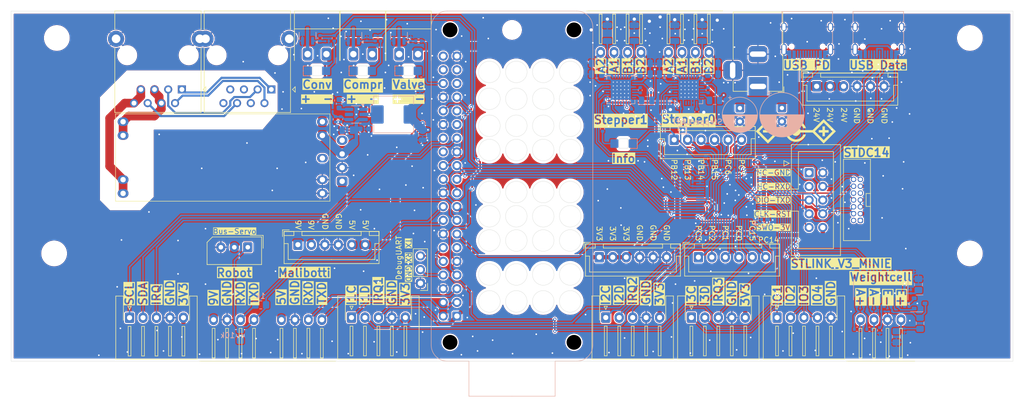
<source format=kicad_pcb>
(kicad_pcb (version 20241229) (generator "pcbnew") (generator_version "9.0")
  (layers (0 "F.Cu" signal) (2 "B.Cu" signal) (13 "F.Paste" user) (15 "B.Paste" user) (5 "F.SilkS" user "F.Silkscreen") (7 "B.SilkS" user "B.Silkscreen") (1 "F.Mask" user) (3 "B.Mask" user) (25 "Edge.Cuts" user))
  (net 0 "")
  (net 1 "GND1")
  (net 2 "5-24V")
  (net 3 "+48V")
  (net 4 "E+")
  (net 5 "Net-(U2-VDDA)")
  (net 6 "Net-(U3-INA+)")
  (net 7 "+5V")
  (net 8 "Net-(U3-INA-)")
  (net 9 "STM32_RESET")
  (net 10 "+3.3VA")
  (net 11 "Net-(U5-VCP)")
  (net 12 "Net-(U6-VCP)")
  (net 13 "Net-(U5-5VOUT)")
  (net 14 "Net-(U5-CPI)")
  (net 15 "Net-(U5-CPO)")
  (net 16 "Net-(U6-5VOUT)")
  (net 17 "SDA")
  (net 18 "Net-(U6-CPI)")
  (net 19 "SCL")
  (net 20 "+3V3")
  (net 21 "Net-(U3-VBG)")
  (net 22 "Net-(U6-CPO)")
  (net 23 "Conveyor_PWM")
  (net 24 "Valve")
  (net 25 "Net-(D3-A)")
  (net 27 "USBPD_D-")
  (net 28 "Net-(J10-Pin_2)")
  (net 29 "USBPD_CC1")
  (net 30 "USBPD_D+")
  (net 31 "USBPD_CC2")
  (net 33 "i1d")
  (net 34 "i1c")
  (net 35 "i2d")
  (net 36 "i2c")
  (net 37 "i3c")
  (net 38 "Net-(Q3-G)")
  (net 39 "i3d")
  (net 40 "Net-(J7-Pin_1)")
  (net 41 "Net-(J7-Pin_2)")
  (net 42 "Net-(J7-Pin_4)")
  (net 43 "Net-(J7-Pin_3)")
  (net 44 "Net-(J8-Pin_3)")
  (net 45 "Net-(J8-Pin_4)")
  (net 46 "Net-(J8-Pin_1)")
  (net 47 "Net-(J8-Pin_2)")
  (net 48 "Net-(J11-Pad3)")
  (net 49 "Net-(J11-Pad6)")
  (net 50 "Net-(J11-Pad2)")
  (net 51 "Net-(J11-Pad1)")
  (net 56 "/TX")
  (net 57 "/RX")
  (net 58 "MALIBOTTI_TXD")
  (net 59 "MALIBOTTI_RXD")
  (net 60 "ROBOT_TXD")
  (net 61 "+9V")
  (net 62 "Net-(D1-A)")
  (net 63 "ROBOT_RXD")
  (net 64 "Net-(D2-A)")
  (net 66 "Net-(Q1-C)")
  (net 67 "Net-(Q1-B)")
  (net 68 "Net-(Q2-G)")
  (net 69 "Net-(Q4-G)")
  (net 70 "STEPPER_UART")
  (net 71 "Net-(R3-Pad1)")
  (net 72 "A+")
  (net 73 "A-")
  (net 74 "Net-(U3-VFB)")
  (net 75 "STEPPER_EN")
  (net 76 "Net-(U5-BRA)")
  (net 77 "Net-(U6-BRA)")
  (net 78 "Net-(U5-BRB)")
  (net 79 "Net-(U6-BRB)")
  (net 80 "INT_RGB")
  (net 81 "INT_TOF3")
  (net 82 "INT_TOF2")
  (net 83 "INT_TOF1")
  (net 85 "Net-(J13-Pin_2)")
  (net 86 "Net-(J9-Pin_2)")
  (net 87 "T1C2-LU1T")
  (net 88 "STM32_BOOT")
  (net 89 "T8C1")
  (net 90 "U3T")
  (net 91 "T1C1-LU1R")
  (net 92 "SWCLK")
  (net 93 "T15C2")
  (net 94 "PB12")
  (net 95 "PB13")
  (net 96 "USB_VSENSE")
  (net 97 "SPI1_SCK")
  (net 98 "T1C4")
  (net 99 "SPI1_MISO")
  (net 100 "SPI1_MOSI")
  (net 101 "Stepper2_Step")
  (net 102 "SWDIO")
  (net 103 "Stepper1_Step")
  (net 104 "T15C1")
  (net 105 "Stepper1_Dir")
  (net 106 "Compressor_PWM")
  (net 107 "STM32BOOT_TXD")
  (net 108 "STM32BOOT_RXD")
  (net 109 "T8C2")
  (net 110 "Stepper2_Dir")
  (net 111 "SPI1_NSS")
  (net 112 "T1C3")
  (net 116 "HX711_CLK")
  (net 117 "HX711_DATA")
  (net 126 "IO4")
  (net 127 "GND")
  (net 128 "IO2")
  (net 129 "IO3")
  (net 130 "IO1")
  (net 132 "Net-(R11-Pad1)")
  (net 150 "Net-(J22-CC2)")
  (net 152 "Net-(J22-CC1)")
  (net 153 "+5VP")
  (net 155 "/psu/SW")
  (net 156 "/psu/BOOT")
  (net 157 "/psu/FB")
  (net 158 "PC14")
  (net 159 "PC15")
  (net 161 "SWO")
  (net 162 "Net-(D4-A)")
  (footprint "liebler_MODULES:XC7010_DCDC_ISOLATED_MODUEL" (layer "F.Cu") (at 46.3 77.2)
    (property "Reference" "U7" (hide yes))
    (property "Value" "PoE->24V")
  )
  (footprint "Connector_JST:JST_XH_S5B-XH-A-1_1x05_P2.50mm_Horizontal" (layer "F.Cu") (at 117.4 106.9)
    (property "Reference" "J5" (hide yes))
    (property "Value" "TOF1")
  )
  (footprint "Connector_JST:JST_XH_S5B-XH-A-1_1x05_P2.50mm_Horizontal" (layer "F.Cu") (at 70.2 106.9)
    (property "Reference" "J4" (hide yes))
    (property "Value" "TOF2")
  )
  (footprint "liebler_CONN:JST_XH_S4B-XH-A-1_1x04_P2.50mm_Horizontal_SmallerCourtyard" (layer "F.Cu") (at 44.6 107.3)
    (property "Reference" "J17" (hide yes))
    (property "Value" "Robot")
  )
  (footprint "Connector_JST:JST_XH_S5B-XH-A-1_1x05_P2.50mm_Horizontal" (layer "F.Cu") (at 29 106.9275)
    (property "Reference" "J6" (hide yes))
    (property "Value" "TOF1")
  )
  (footprint "liebler_CONN:JST_XH_S4B-XH-A-1_1x04_P2.50mm_Horizontal_SmallerCourtyard" (layer "F.Cu") (at 123.95 57.6725 180)
    (property "Reference" "J7" (hide yes))
    (property "Value" "STEP1")
  )
  (footprint "liebler_CONN:IDC_2x07_P1.27mm_Vertical" (layer "F.Cu") (at 164.035 85.07 180)
    (property "Reference" "J21" (hide yes))
    (property "Value" "STDC14")
  )
  (footprint "Connector_IDC:IDC-Header_2x05_P2.54mm_Vertical" (layer "F.Cu") (at 155.1475 80.02)
    (property "Reference" "J18" (hide yes))
    (property "Value" "STLINK_V3_MINIE")
  )
  (footprint "liebler_MODULES:DCDC_MP2315" (layer "F.Cu") (at 68.4675 77.8 180)
    (property "Reference" "U4" (hide yes))
    (property "Value" "DCDC_MP2315")
  )
  (footprint "MountingHole:MountingHole_4.3mm_M4" (layer "F.Cu") (at 185 55)
    (property "Reference" "H8" (hide yes))
    (property "Value" "MountingHole")
  )
  (footprint "liebler_CONN:RJ45_WithoutMagneticsTHT" (layer "F.Cu") (at 55.315 64.555 180)
    (property "Reference" "J12" (hide yes))
    (property "Value" "ETH_OUT")
  )
  (footprint "liebler_CONN:PhoenixContact_MC_1,5_2-G-3.5_1x02_P3.50mm_Horizontal_smallerCourtyard" (layer "F.Cu") (at 80.8 58 180)
    (property "Reference" "J10" (hide yes))
    (property "Value" "Valve")
  )
  (footprint "MountingHole:MountingHole_3.2mm_M3" (layer "F.Cu") (at 100 53.5)
    (property "Reference" "H6" (hide yes))
    (property "Value" "MountingHole")
  )
  (footprint "Connector_BarrelJack:BarrelJack_Horizontal" (layer "F.Cu") (at 145.6575 64 -90)
    (property "Reference" "J2" (hide yes))
    (property "Value" "DC IN")
  )
  (footprint "liebler_CONN:PhoenixContact_MC_1,5_2-G-3.5_1x02_P3.50mm_Horizontal_smallerCourtyard" (layer "F.Cu") (at 63.8 58 180)
    (property "Reference" "J9" (hide yes))
    (property "Value" "Conveyor")
  )
  (footprint "Connector_JST:JST_XH_S5B-XH-A-1_1x05_P2.50mm_Horizontal" (layer "F.Cu") (at 133.3 106.9)
    (property "Reference" "J3" (hide yes))
    (property "Value" "TOF3")
  )
  (footprint "Connector_JST:JST_XH_B6B-XH-A_1x06_P2.50mm_Vertical" (layer "F.Cu") (at 116.2 95.7)
    (property "Reference" "J25" (hide yes))
    (property "Value" "IO")
  )
  (footprint "liebler_CONN:JST_XH_S4B-XH-A-1_1x04_P2.50mm_Horizontal_SmallerCourtyard" (layer "F.Cu") (at 136.55 57.6725 180)
    (property "Reference" "J8" (hide yes))
    (property "Value" "STEP2")
  )
  (footprint "liebler_DRAWINGS:barrel_jack_positive_polarity" (layer "F.Cu") (at 152.7 72.2)
    (property "Reference" "FID2" (hide yes))
    (property "Value" "Fiducial" (hide yes))
  )
  (footprint "liebler_CONN:JST_XH_S4B-XH-A-1_1x04_P2.50mm_Horizontal_SmallerCourtyard" (layer "F.Cu") (at 57.2 107.3)
    (property "Reference" "J16" (hide yes))
    (property "Value" "Malibotti")
  )
  (footprint "Connector_JST:JST_XH_B6B-XH-A_1x06_P2.50mm_Vertical" (layer "F.Cu") (at 130.1 73.9)
    (property "Reference" "J23" (hide yes))
    (property "Value" "IO")
  )
  (footprint "liebler_CONN:PinHeader_1x03_P2.54mm_Vertical_smallerCourtyard" (layer "F.Cu") (at 83 100.54 180)
    (property "Reference" "J14" (hide yes))
    (property "Value" "DebugUART")
  )
  (footprint "Connector_JST:JST_XH_B6B-XH-A_1x06_P2.50mm_Vertical" (layer "F.Cu") (at 134.6 95.7)
    (property "Reference" "J24" (hide yes))
    (property "Value" "IO")
  )
  (footprint "Connector_Molex:Molex_SPOX_5267-03A_1x03_P2.50mm_Vertical" (layer "F.Cu") (at 50.95 93.85 180)
    (property "Reference" "J20" (hide yes))
    (property "Value" "Bus-Servo")
  )
  (footprint "MountingHole:MountingHole_4.3mm_M4" (layer "F.Cu") (at 185 95)
    (property "Reference" "H9" (hide yes))
    (property "Value" "MountingHole")
  )
  (footprint "liebler_CONN:RJ45_WithoutMagneticsTHT" (layer "F.Cu") (at 38.715 64.555 180)
    (property "Reference" "J11" (hide yes))
    (property "Value" "ETH_IN")
  )
  (footprint "Connector_JST:JST_XH_S5B-XH-A-1_1x05_P2.50mm_Horizontal" (layer "F.Cu") (at 149.2 106.9)
    (property "Reference" "J19" (hide yes))
    (property "Value" "IO")
  )
  (footprint "MountingHole:MountingHole_4.3mm_M4" (layer "F.Cu") (at 15 95)
    (property "Reference" "H2" (hide yes))
    (property "Value" "MountingHole")
  )
  (footprint "Connector_JST:JST_XH_B6B-XH-A_1x06_P2.50mm_Vertical" (layer "F.Cu") (at 156.55 63.975)
    (property "Reference" "J26" (hide yes))
    (property "Value" "IO")
  )
  (footprint "MountingHole:MountingHole_4.3mm_M4" (layer "F.Cu") (at 15.5 55)
    (property "Reference" "H1" (hide yes))
    (property "Value" "MountingHole")
  )
  (footprint "Connector_JST:JST_XH_B6B-XH-A_1x06_P2.50mm_Vertical" (layer "F.Cu") (at 60.25 93.375)
    (property "Reference" "J27" (hide yes))
    (property "Value" "IO")
  )
  (footprint "liebler_CONN:JST_XH_S4B-XH-A-1_1x04_P2.50mm_Horizontal_SmallerCourtyard" (layer "F.Cu") (at 164.7 107.3)
    (property "Reference" "J15" (hide yes))
    (property "Value" "Weight")
  )
  (footprint "liebler_CONN:PhoenixContact_MC_1,5_2-G-3.5_1x02_P3.50mm_Horizontal_smallerCourtyard" (layer "F.Cu") (at 72.3 58 180)
    (property "Reference" "J13" (hide yes))
    (property "Value" "Compressor")
  )
  (footprint "Capacitor_THT:CP_Radial_D8.0mm_P2.50mm" (layer "B.Cu") (at 150.1 68 -90)
    (property "Reference" "C23" (hide yes))
    (property "Value" "100uF")
  )
  (footprint "Resistor_SMD:R_0402_1005Metric" (layer "B.Cu") (at 66.7 66.6 -90)
    (property "Reference" "R4" (hide yes))
    (property "Value" "3k3")
  )
  (footprint "Resistor_SMD:R_0402_1005Metric" (layer "B.Cu") (at 168.25 109.2725 -90)
    (property "Reference" "R7" (hide yes))
    (property "Value" "8k2")
  )
  (footprint "Capacitor_SMD:C_0805_2012Metric" (layer "B.Cu") (at 137.6 66.6 180)
    (property "Reference" "C26" (hide yes))
    (property "Value" "u1")
  )
  (footprint "Capacitor_SMD:C_0402_1005Metric" (layer "B.Cu") (at 136.4 64.7 -90)
    (property "Reference" "C36" (hide yes))
    (property "Value" "22n/50V")
  )
  (footprint "Resistor_SMD:R_0402_1005Metric" (layer "B.Cu") (at 82.65 55.55)
    (property "Reference" "R23" (hide yes))
    (property "Value" "1k")
  )
  (footprint "Capacitor_SMD:C_0402_1005Metric" (layer "B.Cu") (at 123.8 64.7 -90)
    (property "Reference" "C34" (hide yes))
    (property "Value" "22n/50V")
  )
  (footprint "Capacitor_SMD:C_0805_2012Metric" (layer "B.Cu") (at 115.7 59.7)
    (property "Reference" "C39" (hide yes))
    (property "Value" "22u/35V")
  )
  (footprint "Capacitor_SMD:C_0201_0603Metric" (layer "B.Cu") (at 167.15 105.7725)
    (property "Reference" "C13" (hide yes))
    (property "Value" "u1")
  )
  (footprint "Resistor_SMD:R_1206_3216Metric" (layer "B.Cu") (at 122.7 54.1 90)
    (property "Reference" "R17" (hide yes))
    (property "Value" "r1")
  )
  (footprint "Resistor_SMD:R_0805_2012Metric_Pad1.20x1.40mm_HandSolder" (layer "B.Cu") (at 49.55 110.2 90)
    (property "Reference" "R76" (hide yes))
    (property "Value" "10k")
  )
  (footprint "Capacitor_SMD:C_0201_0603Metric" (layer "B.Cu") (at 172.85 109.2725 -90)
    (property "Reference" "C6" (hide yes))
    (property "Value" "u1")
  )
  (footprint "Resistor_SMD:R_0402_1005Metric" (layer "B.Cu") (at 116.8 71.8 90)
    (property "Reference" "R31" (hide yes))
    (property "Value" "1k")
  )
  (footprint "Resistor_SMD:R_0402_1005Metric" (layer "B.Cu") (at 83.15 62.65)
    (property "Reference" "R22" (hide yes))
    (property "Value" "1k")
  )
  (footprint "Resistor_SMD:R_0402_1005Metric" (layer "B.Cu") (at 75.6 55.05 90)
    (property "Reference" "R25" (hide yes))
    (property "Value" "1k")
  )
  (footprint "liebler_OPTO:LED_1206_3216Metric_ReverseMount" (layer "B.Cu") (at 72.3 61.1)
    (property "Reference" "D3" (hide yes))
    (property "Value" "Compressor" (hide yes))
    (fp_line (start -0.8 0.8) (end -0.8 -0.8) (stroke (width 0.05)) (layer "Edge.Cuts"))
    (fp_line (start -0.7 -0.9) (end 0.7 -0.9) (stroke (width 0.05)) (layer "Edge.Cuts"))
    (fp_line (start 0.7 0.9) (end -0.7 0.9) (stroke (width 0.05)) (layer "Edge.Cuts"))
    (fp_line (start 0.8 -0.8) (end 0.8 0.8) (stroke (width 0.05)) (layer "Edge.Cuts"))
    (fp_arc (start -0.8 -0.8) (mid -0.770711 -0.870711) (end -0.7 -0.9) (stroke (width 0.05)) (layer "Edge.Cuts"))
    (fp_arc (start -0.7 0.9) (mid -0.770711 0.870711) (end -0.8 0.8) (stroke (width 0.05)) (layer "Edge.Cuts"))
    (fp_arc (start 0.7 -0.9) (mid 0.770711 -0.870711) (end 0.8 -0.8) (stroke (width 0.05)) (layer "Edge.Cuts"))
    (fp_arc (start 0.8 0.8) (mid 0.770711 0.870711) (end 0.7 0.9) (stroke (width 0.05)) (layer "Edge.Cuts"))
  )
  (footprint "Package_TO_SOT_SMD:SOT-23" (layer "B.Cu") (at 70.55 54.6 90)
    (property "Reference" "Q4" (hide yes))
    (property "Value" "IRLML6344")
  )
  (footprint "Resistor_SMD:R_0402_1005Metric" (layer "B.Cu") (at 166.35 109.0725)
    (property "Reference" "R6" (hide yes))
    (property "Value" "k1")
  )
  (footprint "Capacitor_SMD:C_0805_2012Metric" (layer "B.Cu") (at 137.3 61.7)
    (property "Reference" "C43" (hide yes))
    (property "Value" "u1/35V")
  )
  (footprint "liebler_CONN:USB_C_Receptacle_HRO_TYPE-C-31-M-12_smaller" (layer "B.Cu") (at 154.8 54)
    (property "Reference" "J1" (hide yes))
    (property "Value" "USB STM32")
  )
  (footprint "Resistor_SMD:R_0201_0603Metric" (layer "B.Cu") (at 170.9 59.8 180)
    (property "Reference" "R29" (hide yes))
    (property "Value" "10k")
  )
  (footprint "liebler_CONN:USB_C_Receptacle_HRO_TYPE-C-31-M-12_smaller" (layer "B.Cu") (at 168 53.9925)
    (property "Reference" "J22" (hide yes))
    (property "Value" "USB STM32")
  )
  (footprint "Package_SO:SOIC-16_3.9x9.9mm_P1.27mm" (layer "B.Cu") (at 168.45 101.6725 90)
    (property "Reference" "U3" (hide yes))
    (property "Value" "HX711")
  )
  (footprint "Capacitor_SMD:C_0402_1005Metric" (layer "B.Cu") (at 68.2 70.1 -90)
    (property "Reference" "C4" (hide yes))
    (property "Value" "56p")
  )
  (footprint "Resistor_SMD:R_1206_3216Metric" (layer "B.Cu") (at 135.3 54.1 90)
    (property "Reference" "R18" (hide yes))
    (property "Value" "r1")
  )
  (footprint "Capacitor_SMD:C_0805_2012Metric" (layer "B.Cu") (at 124.7 61.7)
    (property "Reference" "C29" (hide yes))
    (property "Value" "u1/35V")
  )
  (footprint "Inductor_SMD:L_Abracon_ASPI-0630LR" (layer "B.Cu") (at 78.025 69.2 180)
    (property "Reference" "L1" (hide yes))
    (property "Value" "10uH")
  )
  (footprint "Resistor_SMD:R_0805_2012Metric_Pad1.20x1.40mm_HandSolder" (layer "B.Cu") (at 53.35 104.55)
    (property "Reference" "R77" (hide yes))
    (property "Value" "1k")
  )
  (footprint "Inductor_SMD:L_0805_2012Metric_Pad1.15x1.40mm_HandSolder" (layer "B.Cu") (at 175.75 107.9725 90)
    (property "Reference" "L2" (hide yes))
    (property "Value" "3u3")
  )
  (footprint "Package_TO_SOT_SMD:SOT-23" (layer "B.Cu") (at 62.05 54.6 90)
    (property "Reference" "Q2" (hide yes))
    (property "Value" "IRLML6344")
  )
  (footprint "Inductor_SMD:L_0603_1608Metric" (layer "B.Cu") (at 132.4 79 90)
    (property "Reference" "FB1" (hide yes))
    (property "Value" "600R")
  )
  (footprint "Resistor_SMD:R_0201_0603Metric" (layer "B.Cu") (at 65.65 55.6 180)
    (property "Reference" "R21" (hide yes))
    (property "Value" "10k")
  )
  (footprint "liebler_OPTO:LED_1206_3216Metric_ReverseMount" (layer "B.Cu") (at 120.7 74.6 180)
    (property "Reference" "D4" (hide yes))
    (property "Value" "Info" (hide yes))
    (fp_line (start 0.8 -0.8) (end 0.8 0.8) (stroke (width 0.05)) (layer "Edge.Cuts"))
    (fp_line (start 0.7 0.9) (end -0.7 0.9) (stroke (width 0.05)) (layer "Edge.Cuts"))
    (fp_line (start -0.7 -0.9) (end 0.7 -0.9) (stroke (width 0.05)) (layer "Edge.Cuts"))
    (fp_line (start -0.8 0.8) (end -0.8 -0.8) (stroke (width 0.05)) (layer "Edge.Cuts"))
    (fp_arc (start 0.8 0.8) (mid 0.770711 0.870711) (end 0.7 0.9) (stroke (width 0.05)) (layer "Edge.Cuts"))
    (fp_arc (start 0.7 -0.9) (mid 0.770711 -0.870711) (end 0.8 -0.8) (stroke (width 0.05)) (layer "Edge.Cuts"))
    (fp_arc (start -0.7 0.9) (mid -0.770711 0.870711) (end -0.8 0.8) (stroke (width 0.05)) (layer "Edge.Cuts"))
    (fp_arc (start -0.8 -0.8) (mid -0.770711 -0.870711) (end -0.7 -0.9) (stroke (width 0.05)) (layer "Edge.Cuts"))
  )
  (footprint "Capacitor_SMD:C_0201_0603Metric" (layer "B.Cu") (at 117.1 67.25 -90)
    (property "Reference" "C27" (hide yes))
    (property "Value" "u1")
  )
  (footprint "Resistor_SMD:R_0201_0603Metric" (layer "B.Cu") (at 170.25 105.7725 180)
    (property "Reference" "R8" (hide yes))
    (property "Value" "10k")
  )
  (footprint "Capacitor_SMD:C_0201_0603Metric" (layer "B.Cu") (at 137.15 90.9)
    (property "Reference" "C16" (hide yes))
    (property "Value" "u1")
  )
  (footprint "Capacitor_SMD:C_0402_1005Metric" (layer "B.Cu") (at 134.3 68.7 -90)
    (property "Reference" "C35" (hide yes))
    (property "Value" "2u2")
  )
  (footprint "Resistor_SMD:R_0201_0603Metric" (layer "B.Cu") (at 172.4 59.8 180)
    (property "Reference" "R30" (hide yes))
    (property "Value" "10k")
  )
  (footprint "Capacitor_SMD:C_0805_2012Metric_Pad1.18x1.45mm_HandSolder" (layer "B.Cu") (at 171.35 110.4725 -90)
    (property "Reference" "C10" (hide yes))
    (property "Value" "10u")
  )
  (footprint "Resistor_SMD:R_0201_0603Metric" (layer "B.Cu") (at 169.75 59.7 -90)
    (property "Reference" "R28" (hide yes))
    (property "Value" "5k1")
  )
  (footprint "Capacitor_SMD:C_0805_2012Metric" (layer "B.Cu") (at 125 66.6 180)
    (property "Reference" "C25" (hide yes))
    (property "Value" "u1")
  )
  (footprint "Capacitor_SMD:C_0201_0603Metric" (layer "B.Cu") (at 147.7 87.5 90)
    (property "Reference" "C19" (hide yes))
    (property "Value" "u1")
  )
  (footprint "Resistor_SMD:R_0402_1005Metric" (layer "B.Cu") (at 135.95 77.45 90)
    (property "Reference" "R1" (hide yes))
    (property "Value" "1k")
  )
  (footprint "Capacitor_SMD:C_0805_2012Metric" (layer "B.Cu") (at 83.4 73 -90)
    (property "Reference" "C5" (hide yes))
    (property "Value" "22u")
  )
  (footprint "Capacitor_SMD:C_0603_1608Metric" (layer "B.Cu") (at 67.9 67.2 90)
    (property "Reference" "C3" (hide yes))
    (property "Value" "u1/16V")
  )
  (footprint "Capacitor_SMD:C_0201_0603Metric" (layer "B.Cu") (at 133.5 79.75 -90)
    (property "Reference" "C17" (hide yes))
    (property "Value" "u1")
  )
  (footprint "Resistor_SMD:R_0201_0603Metric" (layer "B.Cu") (at 131.055 68.1)
    (property "Reference" "R10" (hide yes))
    (property "Value" "10k")
  )
  (footprint "Resistor_SMD:R_0402_1005Metric" (layer "B.Cu") (at 67.2 70.1 90)
    (property "Reference" "R2" (hide yes))
    (property "Value" "M1")
  )
  (footprint "Capacitor_SMD:C_0201_0603Metric" (layer "B.Cu") (at 174.05 102.0725 90)
    (property "Reference" "C20" (hide yes))
    (property "Value" "u1")
  )
  (footprint "Capacitor_SMD:C_0805_2012Metric" (layer "B.Cu") (at 128.3 61.7 180)
    (property "Reference" "C30" (hide yes))
    (property "Value" "u1/35V")
  )
  (footprint "NetTie:NetTie-2_SMD_Pad0.5mm" (layer "B.Cu") (at 172.85 101.5725 -90)
    (property "Reference" "NT1" (hide yes))
    (property "Value" "NetTie_2" (hide yes))
  )
  (footprint "Package_TO_SOT_SMD:SOT-23-6_Handsoldering" (layer "B.Cu") (at 71.1 69.2 180)
    (property "Reference" "U1" (hide yes))
    (property "Value" "TPS54202DDC")
  )
  (footprint "Capacitor_SMD:C_0805_2012Metric" (layer "B.Cu") (at 124.7 59.7 180)
    (property "Reference" "C37" (hide yes))
    (property "Value" "22u/35V")
  )
  (footprint "Package_QFP:LQFP-64_10x10mm_P0.5mm" (layer "B.Cu") (at 140.6 83.8 90)
    (property "Reference" "U2" (hide yes))
    (property "Value" "STM32G431RBTx")
  )
  (footprint "Resistor_SMD:R_0402_1005Metric" (layer "B.Cu") (at 67 55.05 90)
    (property "Reference" "R19" (hide yes))
    (property "Value" "1k")
  )
  (footprint "Package_TO_SOT_SMD:SOT-23" (layer "B.Cu") (at 79.0125 54.6 90)
    (property "Reference" "Q3" (hide yes))
    (property "Value" "IRLML6344")
  )
  (footprint "Capacitor_SMD:C_0603_1608Metric" (layer "B.Cu") (at 72.6 71.9 180)
    (property "Reference" "C1" (hide yes))
    (property "Value" "u1/35V")
  )
  (footprint "TestPoint:TestPoint_THTPad_1.0x1.0mm_Drill0.5mm" (layer "B.Cu") (at 131.7 72.1)
    (property "Reference" "TP1" (hide yes))
    (property "Value" "StepperUART")
  )
  (footprint "Resistor_SMD:R_0402_1005Metric" (layer "B.Cu") (at 164.05 109.0725)
    (property "Reference" "R5" (hide yes))
    (property "Value" "k1")
  )
  (footprint "Capacitor_SMD:C_0201_0603Metric" (layer "B.Cu") (at 141.4 91.2 -90)
    (property "Reference" "C12" (hide yes))
    (property "Value" "u1")
  )
  (footprint "Package_DFN_QFN:QFN-28-1EP_5x5mm_P0.5mm_EP3.75x3.75mm_ThermalVias" (layer "B.Cu") (at 120.2 64.6 180)
    (property "Reference" "U5" (hide yes))
    (property "Value" "TMC2209")
  )
  (footprint "liebler_OPTO:LED_1206_3216Metric_ReverseMount" (layer "B.Cu") (at 80.8 61.1)
    (property "Reference" "D2" (hide yes))
    (property "Value" "Valve" (hide yes))
    (fp_line (start -0.8 0.8) (end -0.8 -0.8) (stroke (width 0.05)) (layer "Edge.Cuts"))
    (fp_line (start -0.7 -0.9) (end 0.7 -0.9) (stroke (width 0.05)) (layer "Edge.Cuts"))
    (fp_line (start 0.7 0.9) (end -0.7 0.9) (stroke (width 0.05)) (layer "Edge.Cuts"))
    (fp_line (start 0.8 -0.8) (end 0.8 0.8) (stroke (width 0.05)) (layer "Edge.Cuts"))
    (fp_arc (start -0.8 -0.8) (mid -0.770711 -0.870711) (end -0.7 -0.9) (stroke (width 0.05)) (layer "Edge.Cuts"))
    (fp_arc (start -0.7 0.9) (mid -0.770711 0.870711) (end -0.8 0.8) (stroke (width 0.05)) (layer "Edge.Cuts"))
    (fp_arc (start 0.7 -0.9) (mid 0.770711 -0.870711) (end 0.8 -0.8) (stroke (width 0.05)) (layer "Edge.Cuts"))
    (fp_arc (start 0.8 0.8) (mid 0.770711 0.870711) (end 0.7 0.9) (stroke (width 0.05)) (layer "Edge.Cuts"))
  )
  (footprint "Capacitor_SMD:C_0201_0603Metric" (layer "B.Cu") (at 174.25 98.3725)
    (property "Reference" "C21" (hide yes))
    (property "Value" "u1")
  )
  (footprint "Capacitor_SMD:C_0402_1005Metric" (layer "B.Cu") (at 122.2 68.7 -90)
    (property "Reference" "C33" (hide yes))
    (property "Value" "2u2")
  )
  (footprint "Capacitor_SMD:C_0805_2012Metric" (layer "B.Cu") (at 82.9 65.5 90)
    (property "Reference" "C7" (hide yes))
    (property "Value" "22u")
  )
  (footprint "Resistor_SMD:R_0201_0603Metric" (layer "B.Cu") (at 81.2 55.2 -90)
    (property "Reference" "R24" (hide yes))
    (property "Value" "10k")
  )
  (footprint "liebler_OPTO:LED_1206_3216Metric_ReverseMount" (layer "B.Cu") (at 63.8 61.1)
    (property "Reference" "D1" (hide yes))
    (property "Value" "Motor" (hide yes))
    (fp_line (start -0.8 0.8) (end -0.8 -0.8) (stroke (width 0.05)) (layer "Edge.Cuts"))
    (fp_line (start -0.7 -0.9) (end 0.7 -0.9) (stroke (width 0.05)) (layer "Edge.Cuts"))
    (fp_line (start 0.7 0.9) (end -0.7 0.9) (stroke (width 0.05)) (layer "Edge.Cuts"))
    (fp_line (start 0.8 -0.8) (end 0.8 0.8) (stroke (width 0.05)) (layer "Edge.Cuts"))
    (fp_arc (start -0.8 -0.8) (mid -0.770711 -0.870711) (end -0.7 -0.9) (stroke (width 0.05)) (layer "Edge.Cuts"))
    (fp_arc (start -0.7 0.9) (mid -0.770711 0.870711) (end -0.8 0.8) (stroke (width 0.05)) (layer "Edge.Cuts"))
    (fp_arc (start 0.7 -0.9) (mid 0.770711 -0.870711) (end 0.8 -0.8) (stroke (width 0.05)) (layer "Edge.Cuts"))
    (fp_arc (start 0.8 0.8) (mid 0.770711 0.870711) (end 0.7 0.9) (stroke (width 0.05)) (layer "Edge.Cuts"))
  )
  (footprint "Resistor_SMD:R_0201_0603Metric" (layer "B.Cu") (at 73.05 55.2 -90)
    (property "Reference" "R27" (hide yes))
    (property "Value" "10k")
  )
  (footprint "Capacitor_SMD:C_0805_2012Metric_Pad1.18x1.45mm_HandSolder" (layer "B.Cu") (at 175.45 100.7725 90)
    (property "Reference" "C22" (hide yes))
    (property "Value" "10u")
  )
  (footprint "Resistor_SMD:R_0402_1005Metric" (layer "B.Cu") (at 74.6 55.05 90)
    (property "Reference" "R26" (hide yes))
    (property "Value" "1k")
  )
  (footprint "Resistor_SMD:R_0201_0603Metric" (layer "B.Cu") (at 168.85 105.7725 180)
    (property "Reference" "R11" (hide yes))
    (property "Value" "10k")
  )
  (footprint "Resistor_SMD:R_0201_0603Metric" (layer "B.Cu") (at 125.5 65.2 180)
    (property "Reference" "R9" (hide yes))
    (property "Value" "10k")
  )
  (footprint "Capacitor_SMD:C_0402_1005Metric" (layer "B.Cu") (at 132.95 80.95 180)
    (property "Reference" "C8" (hide yes))
    (property "Value" "2u2")
  )
  (footprint "Capacitor_SMD:C_0201_0603Metric" (layer "B.Cu") (at 129.3 66.7 -90)
    (property "Reference" "C28" (hide yes))
    (property "Value" "u1")
  )
  (footprint "Capacitor_SMD:C_0201_0603Metric" (layer "B.Cu") (at 164.65 105.7725)
    (property "Reference" "C11" (hide yes))
    (property "Value" "u1")
  )
  (footprint "Capacitor_SMD:C_0402_1005Metric" (layer "B.Cu") (at 146.8 88.7 180)
    (property "Reference" "C14" (hide yes))
    (property "Value" "4u7")
  )
  (footprint "Resistor_SMD:R_0402_1005Metric" (layer "B.Cu") (at 64.35 55.05 90)
    (property "Reference" "R20" (hide yes))
    (property "Value" "1k")
  )
  (footprint "Capacitor_SMD:C_0805_2012Metric" (layer "B.Cu") (at 115.7 61.7 180)
    (property "Reference" "C42" (hide yes))
    (property "Value" "u1/35V")
  )
  (footprint "Capacitor_SMD:C_0805_2012Metric" (layer "B.Cu") (at 137.3 59.7 180)
    (property "Reference" "C40" (hide yes))
    (property "Value" "22u/35V")
  )
  (footprint "Resistor_SMD:R_0201_0603Metric" (layer "B.Cu") (at 66.7 68.3 -90)
    (property "Reference" "R3" (hide yes))
    (property "Value" "10k")
  )
  (footprint "Capacitor_SMD:C_0805_2012Metric" (layer "B.Cu") (at 128.3 59.7)
    (property "Reference" "C38" (hide yes))
    (property "Value" "22u/35V")
  )
  (footprint "Package_DFN_QFN:QFN-28-1EP_5x5mm_P0.5mm_EP3.75x3.75mm_ThermalVias" (layer "B.Cu") (at 132.8 64.6 180)
    (property "Reference" "U6" (hide yes))
    (property "Value" "TMC2209")
  )
  (footprint "Capacitor_SMD:C_0201_0603Metric" (layer "B.Cu") (at 145.2 89.8 90)
    (property "Reference" "C15" (hide yes))
    (property "Value" "u1")
  )
  (footprint "Resistor_SMD:R_1206_3216Metric" (layer "B.Cu") (at 117.7 54.1 90)
    (property "Reference" "R15" (hide yes))
    (property "Value" "r1")
  )
  (footprint "Resistor_SMD:R_0201_0603Metric" (layer "B.Cu") (at 166.6 59.5 -90)
    (property "Reference" "R13" (hide yes))
    (property "Value" "5k1")
  )
  (footprint "Capacitor_THT:CP_Radial_D6.3mm_P2.50mm" (layer "B.Cu") (at 142.3 68.01762 -90)
    (property "Reference" "C24" (hide yes))
    (property "Value" "100uF")
  )
  (footprint "Capacitor_SMD:C_0201_0603Metric" (layer "B.Cu") (at 133.5 82.175 -90)
    (property "Reference" "C9" (hide yes))
    (property "Value" "u1")
  )
  (footprint "liebler_MODULES:Radxa Zero 3E" (layer "B.Cu") (at 88.5 82.5 180)
    (property "Reference" "X1" (hide yes))
    (property "Value" "Radxa Zero 3E")
  )
  (footprint "Resistor_SMD:R_1206_3216Metric" (layer "B.Cu") (at 130.2 54.1 90)
    (property "Reference" "R16" (hide yes))
    (property "Value" "r1")
  )
  (footprint "Capacitor_SMD:C_0201_0603Metric" (layer "B.Cu") (at 145.2 77.7 90)
    (property "Reference" "C18" (hide yes))
    (property "Value" "u1")
  )
  (footprint "Capacitor_SMD:C_0805_2012Metric" (layer "B.Cu") (at 69.4 72.1)
    (property "Reference" "C2" (hide yes))
    (property "Value" "10u/35V")
  )
  (footprint "liebler_SEMICONDUCTORS:SOT-23_smaller" (layer "B.Cu") (at 175.65 104.2725)
    (property "Reference" "Q1" (hide yes))
    (property "Value" "BC807")
  )
  (gr_circle (center 95.8 92.6) (end 97.8 92.6) (stroke (width 0.05)) (fill no) (layer "Edge.Cuts"))
  (gr_circle (center 100.8 75.8) (end 102.8 75.8) (stroke (width 0.05)) (fill no) (layer "Edge.Cuts"))
  (gr_circle (center 105.8 75.8) (end 107.8 75.8) (stroke (width 0.05)) (fill no) (layer "Edge.Cuts"))
  (gr_circle (center 110.8 61.3) (end 112.8 61.3) (stroke (width 0.05)) (fill no) (layer "Edge.Cuts"))
  (gr_circle (center 95.8 103.9) (end 97.8 103.9) (stroke (width 0.05)) (fill no) (layer "Edge.Cuts"))
  (gr_circle (center 110.8 71.3) (end 112.8 71.3) (stroke (width 0.05)) (fill no) (layer "Edge.Cuts"))
  (gr_circle (center 100.8 66.3) (end 102.8 66.3) (stroke (width 0.05)) (fill no) (layer "Edge.Cuts"))
  (gr_circle (center 105.8 98.9) (end 107.8 98.9) (stroke (width 0.05)) (fill no) (layer "Edge.Cuts"))
  (gr_circle (center 100.8 103.9) (end 102.8 103.9) (stroke (width 0.05)) (fill no) (layer "Edge.Cuts"))
  (gr_circle (center 105.8 103.9) (end 107.8 103.9) (stroke (width 0.05)) (fill no) (layer "Edge.Cuts"))
  (gr_circle (center 110.8 88.1) (end 112.8 88.1) (stroke (width 0.05)) (fill no) (layer "Edge.Cuts"))
  (gr_circle (center 110.8 103.9) (end 112.8 103.9) (stroke (width 0.05)) (fill no) (layer "Edge.Cuts"))
  (gr_circle (center 100.8 98.9) (end 102.8 98.9) (stroke (width 0.05)) (fill no) (layer "Edge.Cuts"))
  (gr_circle (center 105.8 66.3) (end 107.8 66.3) (stroke (width 0.05)) (fill no) (layer "Edge.Cuts"))
  (gr_circle (center 105.8 71.3) (end 107.8 71.3) (stroke (width 0.05)) (fill no) (layer "Edge.Cuts"))
  (gr_circle (center 100.8 71.3) (end 102.8 71.3) (stroke (width 0.05)) (fill no) (layer "Edge.Cuts"))
  (gr_circle (center 100.8 61.3) (end 102.8 61.3) (stroke (width 0.05)) (fill no) (layer "Edge.Cuts"))
  (gr_circle (center 100.8 83.6) (end 102.8 83.6) (stroke (width 0.05)) (fill no) (layer "Edge.Cuts"))
  (gr_circle (center 95.8 98.9) (end 97.8 98.9) (stroke (width 0.05)) (fill no) (layer "Edge.Cuts"))
  (gr_circle (center 100.8 88.1) (end 102.8 88.1) (stroke (width 0.05)) (fill no) (layer "Edge.Cuts"))
  (gr_circle (center 105.8 83.6) (end 107.8 83.6) (stroke (width 0.05)) (fill no) (layer "Edge.Cuts"))
  (gr_circle (center 110.8 92.6) (end 112.8 92.6) (stroke (width 0.05)) (fill no) (layer "Edge.Cuts"))
  (gr_circle (center 105.8 88.1) (end 107.8 88.1) (stroke (width 0.05)) (fill no) (layer "Edge.Cuts"))
  (gr_circle (center 110.8 75.8) (end 112.8 75.8) (stroke (width 0.05)) (fill no) (layer "Edge.Cuts"))
  (gr_circle (center 95.8 61.3) (end 97.8 61.3) (stroke (width 0.05)) (fill no) (layer "Edge.Cuts"))
  (gr_circle (center 105.8 92.6) (end 107.8 92.6) (stroke (width 0.05)) (fill no) (layer "Edge.Cuts"))
  (gr_circle (center 95.8 83.6) (end 97.8 83.6) (stroke (width 0.05)) (fill no) (layer "Edge.Cuts"))
  (gr_circle (center 110.8 66.3) (end 112.8 66.3) (stroke (width 0.05)) (fill no) (layer "Edge.Cuts"))
  (gr_circle (center 95.8 88.1) (end 97.8 88.1) (stroke (width 0.05)) (fill no) (layer "Edge.Cuts"))
  (gr_circle (center 105.8 61.3) (end 107.8 61.3) (stroke (width 0.05)) (fill no) (layer "Edge.Cuts"))
  (gr_circle (center 95.8 71.3) (end 97.8 71.3) (stroke (width 0.05)) (fill no) (layer "Edge.Cuts"))
  (gr_circle (center 110.8 83.6) (end 112.8 83.6) (stroke (width 0.05)) (fill no) (layer "Edge.Cuts"))
  (gr_circle (center 95.8 75.8) (end 97.8 75.8) (stroke (width 0.05)) (fill no) (layer "Edge.Cuts"))
  (gr_circle (center 95.8 66.3) (end 97.8 66.3) (stroke (width 0.05)) (fill no) (layer "Edge.Cuts"))
  (gr_circle (center 110.8 98.9) (end 112.8 98.9) (stroke (width 0.05)) (fill no) (layer "Edge.Cuts"))
  (gr_rect (start 7 50) (end 193 115) (stroke (width 0.05)) (fill no) (layer "Edge.Cuts"))
  (gr_circle (center 100.8 92.6) (end 102.8 92.6) (stroke (width 0.05)) (fill no) (layer "Edge.Cuts"))
  (gr_text "A+" (at 164.7 104.95 270) (layer "F.SilkS" knockout) (effects (font (size 1.5 1.5) (thickness 0.3) (bold yes)) (justify right)))
  (gr_text "SCL" (at 29 104.8 90) (layer "F.SilkS" knockout) (effects (font (size 1.5 1.5) (thickness 0.3) (bold yes)) (justify left)))
  (gr_text "3V3" (at 116.2 92.8 270) (layer "F.SilkS") (effects (font (size 1 1)) (justify right)))
  (gr_text "GND" (at 47.1 104.85 90) (layer "F.SilkS" knockout) (effects (font (size 1.5 1.5) (thickness 0.3) (bold yes)) (justify left)))
  (gr_text "USB PD" (at 154.7 60.05 0) (layer "F.SilkS" knockout) (effects (font (size 1.5 1.5) (thickness 0.3) (bold yes))))
  (gr_text "5V" (at 57.2 104.75 90) (layer "F.SilkS" knockout) (effects (font (size 1.5 1.5) (thickness 0.3) (bold yes)) (justify left)))
  (gr_text "9V" (at 44.6 104.85 90) (layer "F.SilkS" knockout) (effects (font (size 1.5 1.5) (thickness 0.3) (bold yes)) (justify left)))
  (gr_text "A2" (at 129.1 58.6 90) (layer "F.SilkS" knockout) (effects (font (size 1.5 1.5) (thickness 0.3) (bold yes)) (justify right)))
  (gr_text "A1" (at 119 58.6 90) (layer "F.SilkS" knockout) (effects (font (size 1.5 1.5) (thickness 0.3) (bold yes)) (justify right)))
  (gr_text "GND" (at 166.5 67.8 270) (layer "F.SilkS") (effects (font (size 1 1)) (justify left)))
  (gr_text "A1" (at 131.6 58.6 90) (layer "F.SilkS" knockout) (effects (font (size 1.5 1.5) (thickness 0.3) (bold yes)) (justify right)))
  (gr_text "Robot" (at 45 98.6 0) (layer "F.SilkS" knockout) (effects (font (size 1.5 1.5) (thickness 0.3) (bold yes)) (justify left)))
  (gr_text "NC-GND" (at 151.8 80 0) (layer "F.SilkS" knockout) (effects (font (size 1 1)) (justify right)))
  (gr_text "9V" (at 62.7 90.7 270) (layer "F.SilkS") (effects (font (size 1 1)) (justify right)))
  (gr_text "B2" (at 124 58.6 90) (layer "F.SilkS" knockout) (effects (font (size 1.5 1.5) (thickness 0.3) (bold yes)) (justify right)))
  (gr_text "PC0" (at 142.1 92.8 270) (layer "F.SilkS") (effects (font (size 1 1)) (justify right)))
  (gr_text "3V3" (at 118.7 92.8 270) (layer "F.SilkS") (effects (font (size 1 1)) (justify right)))
  (gr_text "A2" (at 116.5 58.6 90) (layer "F.SilkS" knockout) (effects (font (size 1.5 1.5) (thickness 0.3) (bold yes)) (justify right)))
  (gr_text "I2D" (at 119.9 104.8 90) (layer "F.SilkS" knockout) (effects (font (size 1.5 1.5) (thickness 0.3) (bold yes)) (justify left)))
  (gr_text "GND" (at 65.3 90.7 270) (layer "F.SilkS") (effects (font (size 1 1)) (justify right)))
  (gr_text "GND" (at 124.9 104.8 90) (layer "F.SilkS" knockout) (effects (font (size 1.5 1.5) (thickness 0.3) (bold yes)) (justify left)))
  (gr_text "IRQ2" (at 122.4 104.8 90) (layer "F.SilkS" knockout) (effects (font (size 1.5 1.5) (thickness 0.3) (bold yes)) (justify left)))
  (gr_text "TXD\n" (at 52.1 104.65 90) (layer "F.SilkS" knockout) (effects (font (size 1.5 1.5) (thickness 0.3) (bold yes)) (justify left)))
  (gr_text "RXD" (at 49.6 104.85 90) (layer "F.SilkS" knockout) (effects (font (size 1.5 1.5) (thickness 0.3) (bold yes)) (justify left)))
  (gr_text "24V" (at 156.5 67.8 270) (layer "F.SilkS") (effects (font (size 1 1)) (justify left)))
  (gr_text "GND" (at 59.7 104.75 90) (layer "F.SilkS" knockout) (effects (font (size 1.5 1.5) (thickness 0.3) (bold yes)) (justify left)))
  (gr_text "IO1" (at 149.3 104.9 90) (layer "F.SilkS" knockout) (effects (font (size 1.5 1.5) (thickness 0.3) (bold yes)) (justify left)))
  (gr_text "GND" (at 36.5 104.8 90) (layer "F.SilkS" knockout) (effects (font (size 1.5 1.5) (thickness 0.3) (bold yes)) (justify left)))
  (gr_text "Stepper0" (at 132.8 70.1 0) (layer "F.SilkS" knockout) (effects (font (size 1.5 1.5) (thickness 0.3) (bold yes))))
  (gr_text "PB13" (at 132.6 77.4 270) (layer "F.SilkS") (effects (font (size 1 1)) (justify left)))
  (gr_text "PC2" (at 137.1 92.8 270) (layer "F.SilkS") (effects (font (size 1 1)) (justify right)))
  (gr_text "PC14" (at 149.7 92.5 0) (layer "F.SilkS") (effects (font (size 1 1)) (justify right)))
  (gr_text "RX" (at 80.75 95.75 270) (layer "F.SilkS" knockout) (effects (font (size 1 1))))
  (gr_text "Weightcell" (at 168.45 99.4 0) (layer "F.SilkS" knockout) (effects (font (size 1.5 1.5) (thickness 0.3) (bold yes))))
  (gr_text "IRQ" (at 34 104.8 90) (layer "F.SilkS" knockout) (effects (font (size 1.5 1.5) (thickness 0.3) (bold yes)) (justify left)))
  (gr_text "PB15" (at 137.6 77.4 270) (layer "F.SilkS") (effects (font (size 1 1)) (justify left)))
  (gr_text "Stepper1" (at 120.2 70.2 0) (layer "F.SilkS" knockout) (effects (font (size 1.5 1.5) (thickness 0.3) (bold yes))))
  (gr_text "SWO-3V" (at 151.7 90.2 0) (layer "F.SilkS" knockout) (effects (font (size 1 1)) (justify right)))
  (gr_text "PB12" (at 130.1 77.4 270) (layer "F.SilkS") (effects (font (size 1 1)) (justify left)))
  (gr_text "TX" (at 80.75 93.15 270) (layer "F.SilkS" knockout) (effects (font (size 1 1))))
  (gr_text "GND" (at 159.2 104.9 90) (layer "F.SilkS" knockout) (effects (font (size 1.5 1.5) (thickness 0.3) (bold yes)) (justify left)))
  (gr_text "IRQ1" (at 75.2 104.8 90) (layer "F.SilkS" knockout) (effects (font (size 1.5 1.5) (thickness 0.3) (bold yes)) (justify left)))
  (gr_text "24V" (at 159 67.8 270) (layer "F.SilkS") (effects (font (size 1 1)) (justify left)))
  (gr_text "GND" (at 128.7 92.8 270) (layer "F.SilkS") (effects (font (size 1 1)) (justify right)))
  (gr_text "GND" (at 77.7 104.8 90) (layer "F.SilkS" knockout) (effects (font (size 1.5 1.5) (thickness 0.3) (bold yes)) (justify left)))
  (gr_text "9V" (at 60.3 90.7 270) (layer "F.SilkS") (effects (font (size 1 1)) (justify right)))
  (gr_text "E+" (at 172.2 104.95 270) (layer "F.SilkS" knockout) (effects (font (size 1.5 1.5) (thickness 0.3) (bold yes)) (justify right)))
  (gr_text "3V3" (at 121.2 92.8 270) (layer "F.SilkS") (effects (font (size 1 1)) (justify right)))
  (gr_text "STDC14" (at 165.8 76.3 0) (layer "F.SilkS" knockout) (effects (font (size 1.5 1.5) (thickness 0.3) (bold yes))))
  (gr_text "PC1" (at 139.6 92.8 270) (layer "F.SilkS") (effects (font (size 1 1)) (justify right)))
  (gr_text "5V" (at 70.3 90.7 270) (layer "F.SilkS") (effects (font (size 1 1)) (justify right)))
  (gr_text "CLK-RST" (at 151.8 87.7 0) (layer "F.SilkS" knockout) (effects (font (size 1 1)) (justify right)))
  (gr_text "GND" (at 67.8 90.7 270) (layer "F.SilkS") (effects (font (size 1 1)) (justify right)))
  (gr_text "3V3" (at 80.2 104.8 90) (layer "F.SilkS" knockout) (effects (font (size 1.5 1.5) (thickness 0.3) (bold yes)) (justify left)))
  (gr_text "DIO-TXD" (at 151.8 85.1 0) (layer "F.SilkS" knockout) (effects (font (size 1 1)) (justify right)))
  (gr_text "SDA" (at 31.5 104.8 90) (layer "F.SilkS" knockout) (effects (font (size 1.5 1.5) (thickness 0.3) (bold yes)) (justify left)))
  (gr_text "3V3" (at 127.4 104.8 90) (layer "F.SilkS" knockout) (effects (font (size 1.5 1.5) (thickness 0.3) (bold yes)) (justify left)))
  (gr_text "TXD\n" (at 64.7 104.6 90) (layer "F.SilkS" knockout) (effects (font (size 1.5 1.5) (thickness 0.3) (bold yes)) (justify left)))
  (gr_text "RXD" (at 62.2 104.8 90) (layer "F.SilkS" knockout) (effects (font (size 1.5 1.5) (thickness 0.3) (bold yes)) (justify left)))
  (gr_text "Malibotti" (at 56.4 98.6 0) (layer "F.SilkS" knockout) (effects (font (size 1.5 1.5) (thickness 0.3) (bold yes)) (justify left)))
  (gr_text "GND" (at 164 67.8 270) (layer "F.SilkS") (effects (font (size 1 1)) (justify left)))
  (gr_text "+  -" (at 80.8 66.25 0) (layer "F.SilkS" knockout) (effects (font (size 1.5 1.5) (thickness 0.3) (bold yes))))
  (gr_text "PC6" (at 140.1 77.4 270) (layer "F.SilkS") (effects (font (size 1 1)) (justify left)))
  (gr_text "+  -" (at 72.3 66.25 0) (layer "F.SilkS" knockout) (effects (font (size 1.5 1.5) (thickness 0.3) (bold yes))))
  (gr_text "5V" (at 72.8 90.7 270) (layer "F.SilkS") (effects (font (size 1 1)) (justify right)))
  (gr_text "USB Data" (at 168 60.05 0) (layer "F.SilkS" knockout) (effects (font (size 1.5 1.5) (thickness 0.3) (bold yes))))
  (gr_text "Compr" (at 72.3 63.65 0) (layer "F.SilkS" knockout) (effects (font (size 1.5 1.5) (thickness 0.3) (bold yes))))
  (gr_text "B2" (at 136.6 58.6 90) (layer "F.SilkS" knockout) (effects (font (size 1.5 1.5) (thickness 0.3) (bold yes)) (justify right)))
  (gr_text "IO4" (at 156.7 104.9 90) (layer "F.SilkS" knockout) (effects (font (size 1.5 1.5) (thickness 0.3) (bold yes)) (justify left)))
  (gr_text "A-" (at 167.2 104.95 270) (layer "F.SilkS" knockout) (effects (font (size 1.5 1.5) (thickness 0.3) (bold yes)) (justify right)))
  (gr_text "3V3" (at 39 104.8 90) (layer "F.SilkS" knockout) (effects (font (size 1.5 1.5) (thickness 0.3) (bold yes)) (justify left)))
  (gr_text "IO3" (at 154.2 104.9 90) (layer "F.SilkS" knockout) (effects (font (size 1.5 1.5) (thickness 0.3) (bold yes)) (justify left)))
  (gr_text "E-" (at 169.7 104.95 270) (layer "F.SilkS" knockout) (effects (font (size 1.5 1.5) (thickness 0.3) (bold yes)) (justify right)))
  (gr_text "GND" (at 169.1 67.8 270) (layer "F.SilkS") (effects (font (size 1 1)) (justify left)))
  (gr_text "GND" (at 123.7 92.8 270) (layer "F.SilkS") (effects (font (size 1 1)) (justify right)))
  (gr_text "24V" (at 161.6 67.8 270) (layer "F.SilkS") (effects (font (size 1 1)) (justify left)))
  (gr_text "I1C" (at 70.2 104.8 90) (layer "F.SilkS" knockout) (effects (font (size 1.5 1.5) (thickness 0.3) (bold yes)) (justify left)))
  (gr_text "GND" (at 80.75 98.75 270) (layer "F.SilkS" knockout) (effects (font (size 1 1))))
  (gr_text "I1D" (at 72.7 104.8 90) (layer "F.SilkS" knockout) (effects (font (size 1.5 1.5) (thickness 0.3) (bold yes)) (justify left)))
  (gr_text "PC7" (at 142.6 77.4 270) (layer "F.SilkS") (effects (font (size 1 1)) (justify left)))
  (gr_text "PC3" (at 134.6 92.8 270) (layer "F.SilkS") (effects (font (size 1 1)) (justify right)))
  (gr_text "I3C" (at 133.3 104.9 90) (layer "F.SilkS" knockout) (effects (font (size 1.5 1.5) (thickness 0.3) (bold yes)) (justify left)))
  (gr_text "B1" (at 134.1 58.6 90) (layer "F.SilkS" knockout) (effects (font (size 1.5 1.5) (thickness 0.3) (bold yes)) (justify right)))
  (gr_text "PC15" (at 144.6 92.8 270) (layer "F.SilkS") (effects (font (size 1 1)) (justify right)))
  (gr_text "Valve" (at 80.8 63.65 0) (layer "F.SilkS" knockout) (effects (font (size 1.5 1.5) (thickness 0.3) (bold yes))))
  (gr_text "IO2" (at 151.7 104.9 90) (layer "F.SilkS" knockout) (effects (font (size 1.5 1.5) (thickness 0.3) (bold yes)) (justify left)))
  (gr_text "PB14" (at 135.1 77.4 270) (layer "F.SilkS") (effects (font (size 1 1)) (justify left)))
  (gr_text "I3D" (at 135.8 104.9 90) (layer "F.SilkS" knockout) (effects (font (size 1.5 1.5) (thickness 0.3) (bold yes)) (justify left)))
  (gr_text "GND" (at 126.2 92.8 270) (layer "F.SilkS") (effects (font (size 1 1)) (justify right)))
  (gr_text "B1" (at 121.5 58.6 90) (layer "F.SilkS" knockout) (effects (font (size 1.5 1.5) (thickness 0.3) (bold yes)) (justify right)))
  (gr_text "IRQ3" (at 138.3 104.9 90) (layer "F.SilkS" knockout) (effects (font (size 1.5 1.5) (thickness 0.3) (bold yes)) (justify left)))
  (gr_text "+  -" (at 63.8 66.25 0) (layer "F.SilkS" knockout) (effects (font (size 1.5 1.5) (thickness 0.3) (bold yes))))
  (gr_text "GND" (at 140.8 104.9 90) (layer "F.SilkS" knockout) (effects (font (size 1.5 1.5) (thickness 0.3) (bold yes)) (justify left)))
  (gr_text "3V3" (at 143.3 104.9 90) (layer "F.SilkS" knockout) (effects (font (size 1.5 1.5) (thickness 0.3) (bold yes)) (justify left)))
  (gr_text "Info" (at 120.7 77.4 0) (layer "F.SilkS" knockout) (effects (font (size 1.5 1.5) (thickness 0.3) (bold yes))))
  (gr_text "Conv" (at 63.8 63.65 0) (layer "F.SilkS" knockout) (effects (font (size 1.5 1.5) (thickness 0.3) (bold yes))))
  (gr_text "NC-RXD" (at 151.8 82.6 0) (layer "F.SilkS" knockout) (effects (font (size 1 1)) (justify right)))
  (gr_text "I2C" (at 117.4 104.8 90) (layer "F.SilkS" knockout) (effects (font (size 1.5 1.5) (thickness 0.3) (bold yes)) (justify left)))
  (segment (start 31.095 64.555) (end 31.095 65.825) (width 1.6) (layer "F.Cu") (net 1))
  (segment (start 28.105 67.095) (end 25.3 69.9) (width 1.6) (layer "F.Cu") (net 1))
  (segment (start 27.8 83.85) (end 27.8 81.3) (width 1.6) (layer "F.Cu") (net 1))
  (segment (start 31.095 65.825) (end 29.825 67.095) (width 1.6) (layer "F.Cu") (net 1))
  (segment (start 25.3 69.9) (end 25.3 78.8) (width 1.6) (layer "F.Cu") (net 1))
  (segment (start 29.825 67.095) (end 28.105 67.095) (width 1.6) (layer "F.Cu") (net 1))
  (segment (start 25.3 78.8) (end 27.8 81.3) (width 1.6) (layer "F.Cu") (net 1))
  (segment (start 141.8 66.5) (end 144.18238 66.5) (width 1.6) (layer "F.Cu") (net 2))
  (segment (start 135.822214 61.119) (end 117.131 61.119) (width 1.6) (layer "F.Cu") (net 2))
  (segment (start 152.431 64.769) (end 153.225 63.975) (width 1.6) (layer "F.Cu") (net 2))
  (segment (start 64.8 65.2) (end 66.5 63.5) (width 1.6) (layer "F.Cu") (net 2))
  (segment (start 74.05 58) (end 74.05 55.869) (width 1.6) (layer "F.Cu") (net 2))
  (segment (start 64.8 70.55) (end 64.8 65.2) (width 1.6) (layer "F.Cu") (net 2))
  (segment (start 81.089 56.539) (end 80.369 55.819) (width 1.6) (layer "F.Cu") (net 2))
  (segment (start 68.981 55.819) (end 74 55.819) (width 1.6) (layer "F.Cu") (net 2))
  (segment (start 152.35 59.7) (end 157.35 59.7) (width 1.6) (layer "F.Cu") (net 2))
  (segment (start 66.5 63.5) (end 66.5 58.3) (width 1.6) (layer "F.Cu") (net 2))
  (segment (start 140.2 66.5) (end 138.3 64.6) (width 1.6) (layer "F.Cu") (net 2))
  (segment (start 141.8 66.5) (end 150.7 66.5) (width 1.6) (layer "F.Cu") (net 2))
  (segment (start 152.431 59.781) (end 152.35 59.7) (width 1.6) (layer "F.Cu") (net 2))
  (segment (start 153.225 63.975) (end 161.55 63.975) (width 1.6) (layer "F.Cu") (net 2))
  (segment (start 141 66.5) (end 141.8 66.5) (width 1.6) (layer "F.Cu") (net 2))
  (segment (start 64.8 73.1) (end 64.8 70.55) (width 1.6) (layer "F.Cu") (net 2))
  (segment (start 74 55.819) (end 80.369 55.819) (width 1.6) (layer "F.Cu") (net 2))
  (segment (start 150.7 66.5) (end 152.431 64.769) (width 1.6) (layer "F.Cu") (net 2))
  (segment (start 67.65 57.15) (end 68.981 55.819) (width 1.6) (layer "F.Cu") (net 2))
  (segment (start 138.3 64.577786) (end 135.822214 62.1) (width 1.6) (layer "F.Cu") (net 2))
  (segment (start 135.822214 62.1) (end 135.822214 61.119) (width 1.6) (layer "F.Cu") (net 2))
  (segment (start 112.551 56.539) (end 85.7 56.539) (width 1.6) (layer "F.Cu") (net 2))
  (segment (start 66.5 58.3) (end 67.65 57.15) (width 1.6) (layer "F.Cu") (net 2))
  (segment (start 67.65 57.15) (end 67.2 57.6) (width 1.6) (layer "F.Cu") (net 2))
  (segment (start 138.3 64.6) (end 138.3 64.577786) (width 1.6) (layer "F.Cu") (net 2))
  (segment (start 141 66.5) (end 140.2 66.5) (width 1.6) (layer "F.Cu") (net 2))
  (segment (start 74.05 55.869) (end 74 55.819) (width 1.6) (layer "F.Cu") (net 2))
  (segment (start 152.431 64.769) (end 152.431 59.781) (width 1.6) (layer "F.Cu") (net 2))
  (segment (start 85.7 56.539) (end 81.089 56.539) (width 1.6) (layer "F.Cu") (net 2))
  (segment (start 117.131 61.119) (end 112.551 56.539) (width 1.6) (layer "F.Cu") (net 2))
  (segment (start 85.7 56.539) (end 84.011 56.539) (width 1.6) (layer "F.Cu") (net 2))
  (via (at 123 60.7) (size 0.6) (drill 0.3) (layers "F.Cu" "B.Cu") (net 2))
  (via (at 129.25 60.7) (size 0.6) (drill 0.3) (layers "F.Cu" "B.Cu") (net 2))
  (via (at 123 61.7) (size 0.6) (drill 0.3) (layers "F.Cu" "B.Cu") (net 2))
  (via (at 117.4 60.7) (size 0.6) (drill 0.3) (layers "F.Cu" "B.Cu") (net 2))
  (via (at 135.6 61.7) (size 0.6) (drill 0.3) (layers "F.Cu" "B.Cu") (net 2))
  (via (at 117.4 61.7) (size 0.6) (drill 0.3) (layers "F.Cu" "B.Cu") (net 2))
  (via (at 136.35 60.7) (size 0.6) (drill 0.3) (layers "F.Cu" "B.Cu") (net 2))
  (via (at 139.3 65.6) (size 0.6) (drill 0.3) (layers "F.Cu" "B.Cu") (net 2))
  (via (at 152.35 59.7) (size 0.6) (drill 0.3) (layers "F.Cu" "B.Cu") (net 2))
  (via (at 116.65 60.7) (size 0.6) (drill 0.3) (layers "F.Cu" "B.Cu") (net 2))
  (via (at 123.75 60.7) (size 0.6) (drill 0.3) (layers "F.Cu" "B.Cu") (net 2))
  (via (at 130 60.7) (size 0.6) (drill 0.3) (layers "F.Cu" "B.Cu") (net 2))
  (via (at 126.500001 60.808998) (size 0.6) (drill 0.3) (layers "F.Cu" "B.Cu") (net 2))
  (via (at 157.35 59.7) (size 0.6) (drill 0.3) (layers "F.Cu" "B.Cu") (net 2))
  (via (at 135.6 60.7) (size 0.6) (drill 0.3) (layers "F.Cu" "B.Cu") (net 2))
  (via (at 130 61.7) (size 0.6) (drill 0.3) (layers "F.Cu" "B.Cu") (net 2))
  (segment (start 129.25 60.7) (end 130 60.7) (width 0.6) (layer "B.Cu") (net 2))
  (segment (start 139.3 65.6) (end 138.6 66.3) (width 0.3) (layer "B.Cu") (net 2))
  (segment (start 116.65 60.7) (end 116.65 59.7) (width 0.6) (layer "B.Cu") (net 2))
  (segment (start 136.35 61.7) (end 136.35 60.7) (width 0.6) (layer "B.Cu") (net 2))
  (segment (start 123 61.7) (end 122.1685 61.7) (width 0.4) (layer "B.Cu") (net 2))
  (segment (start 116.65 61.7) (end 118.2315 61.7) (width 0.4) (layer "B.Cu") (net 2))
  (segment (start 125.95 66.6) (end 126.500001 66.049999) (width 0.25) (layer "B.Cu") (net 2))
  (segment (start 129.25 60.7) (end 129.25 59.7) (width 0.6) (layer "B.Cu") (net 2))
  (segment (start 130 61.7) (end 130.8315 61.7) (width 0.4) (layer "B.Cu") (net 2))
  (segment (start 123.75 60.7) (end 123 60.7) (width 0.6) (layer "B.Cu") (net 2))
  (segment (start 71.1 74.096925) (end 70.675 74.521925) (width 0.65) (layer "B.Cu") (net 2))
  (segment (start 136.35 60.7) (end 135.6 60.7) (width 0.6) (layer "B.Cu") (net 2))
  (segment (start 138.6 66.911608) (end 138.55 66.961608) (width 0.3) (layer "B.Cu") (net 2))
  (segment (start 135.6 61.7) (end 134.7685 61.7) (width 0.4) (layer "B.Cu") (net 2))
  (segment (start 123.75 61.7) (end 123.75 60.7) (width 0.6) (layer "B.Cu") (net 2))
  (segment (start 134.7685 61.7) (end 134.331 62.1375) (width 0.4) (layer "B.Cu") (net 2))
  (segment (start 130.8315 61.7) (end 131.269 62.1375) (width 0.4) (layer "B.Cu") (net 2))
  (segment (start 123.75 60.7) (end 123.75 59.7) (width 0.6) (layer "B.Cu") (net 2))
  (segment (start 72.45 70.15) (end 71.65 70.15) (width 0.65) (layer "B.Cu") (net 2))
  (segment (start 118.2315 61.7) (end 118.669 62.1375) (width 0.4) (layer "B.Cu") (net 2))
  (segment (start 129.25 61.7) (end 129.25 60.7) (width 0.6) (layer "B.Cu") (net 2))
  (segment (start 68.4675 76.53) (end 68.23 76.53) (width 1.6) (layer "B.Cu") (net 2))
  (segment (start 71.65 70.15) (end 71.1 70.7) (width 0.65) (layer "B.Cu") (net 2))
  (segment (start 68.666925 76.53) (end 70.675 74.521925) (width 1.6) (layer "B.Cu") (net 2))
  (segment (start 157.25 58.045) (end 157.25 59.6) (width 0.6) (layer "B.Cu") (net 2))
  (segment (start 152.35 58.045) (end 152.35 59.7) (width 0.6) (layer "B.Cu") (net 2))
  (segment (start 136.35 61.7) (end 135.6 61.7) (width 0.4) (layer "B.Cu") (net 2))
  (segment (start 129.25 61.7) (end 130 61.7) (width 0.4) (layer "B.Cu") (net 2))
  (segment (start 116.65 60.7) (end 117.4 60.7) (width 0.6) (layer "B.Cu") (net 2))
  (segment (start 71.1 70.7) (end 71.1 74.096925) (width 0.65) (layer "B.Cu") (net 2))
  (segment (start 116.65 61.7) (end 116.65 60.7) (width 0.6) (layer "B.Cu") (net 2))
  (segment (start 136.35 60.7) (end 136.35 59.7) (width 0.6) (layer "B.Cu") (net 2))
  (segment (start 126.500001 66.049999) (end 126.500001 60.808998) (width 0.25) (layer "B.Cu") (net 2))
  (segment (start 123.75 61.7) (end 123 61.7) (width 0.4) (layer "B.Cu") (net 2))
  (segment (start 138.6 66.3) (end 138.6 66.911608) (width 0.3) (layer "B.Cu") (net 2))
  (segment (start 122.1685 61.7) (end 121.731 62.1375) (width 0.4) (layer "B.Cu") (net 2))
  (segment (start 157.25 59.6) (end 157.35 59.7) (width 0.6) (layer "B.Cu") (net 2))
  (segment (start 68.23 76.53) (end 64.8 73.1) (width 1.6) (layer "B.Cu") (net 2))
  (segment (start 34.905 68.195) (end 33.6 69.5) (width 1.6) (layer "F.Cu") (net 3))
  (segment (start 33.635 65.035) (end 34.5 65.9) (width 1.6) (layer "F.Cu") (net 3))
  (segment (start 34.905 67.095) (end 34.905 68.195) (width 1.6) (layer "F.Cu") (net 3))
  (segment (start 27.8 73.1) (end 27.8 70.55) (width 1.6) (layer "F.Cu") (net 3))
  (segment (start 28.85 69.5) (end 27.8 70.55) (width 1.6) (layer "F.Cu") (net 3))
  (segment (start 33.635 64.555) (end 33.635 65.035) (width 1.6) (layer "F.Cu") (net 3))
  (segment (start 34.5 66.69) (end 34.905 67.095) (width 1.6) (layer "F.Cu") (net 3))
  (segment (start 34.5 65.9) (end 34.5 66.69) (width 1.6) (layer "F.Cu") (net 3))
  (segment (start 33.6 69.5) (end 28.85 69.5) (width 1.6) (layer "F.Cu") (net 3))
  (segment (start 175.75 108.9975) (end 175.15 108.9975) (width 0.3) (layer "B.Cu") (net 4))
  (segment (start 172.2 107.3) (end 172.2 108.9025) (width 0.3) (layer "B.Cu") (net 4))
  (segment (start 175.105 108.9525) (end 172.85 108.9525) (width 0.3) (layer "B.Cu") (net 4))
  (segment (start 171.8325 108.9525) (end 171.35 109.435) (width 0.3) (layer "B.Cu") (net 4))
  (segment (start 172.85 108.9525) (end 172.25 108.9525) (width 0.3) (layer "B.Cu") (net 4))
  (segment (start 172.2 108.9025) (end 172.25 108.9525) (width 0.3) (layer "B.Cu") (net 4))
  (segment (start 175.15 108.9975) (end 175.105 108.9525) (width 0.3) (layer "B.Cu") (net 4))
  (segment (start 172.25 108.9525) (end 171.8325 108.9525) (width 0.3) (layer "B.Cu") (net 4))
  (segment (start 134.925 81.55) (end 133.5 81.55) (width 0.3) (layer "B.Cu") (net 5))
  (segment (start 133.5 81.55) (end 133.5 81.07) (width 0.3) (layer "B.Cu") (net 5))
  (segment (start 134.925 82.05) (end 134.925 81.55) (width 0.3) (layer "B.Cu") (net 5))
  (segment (start 133.43 80.892298) (end 132.4 79.862298) (width 0.3) (layer "B.Cu") (net 5))
  (segment (start 133.5 81.855) (end 133.5 81.55) (width 0.3) (layer "B.Cu") (net 5))
  (segment (start 163.54 106.5625) (end 163.54 109.0725) (width 0.3) (layer "B.Cu") (net 6))
  (segment (start 164.005 104.1475) (end 164.005 105.4475) (width 0.3) (layer "B.Cu") (net 6))
  (segment (start 164.005 105.4475) (end 164.33 105.7725) (width 0.3) (layer "B.Cu") (net 6))
  (segment (start 164.33 105.7725) (end 163.54 106.5625) (width 0.3) (layer "B.Cu") (net 6))
  (segment (start 87.23 104.09) (end 78.35 104.09) (width 1.6) (layer "F.Cu") (net 7))
  (segment (start 87.23 106.63) (end 87.23 104.09) (width 1.6) (layer "F.Cu") (net 7))
  (segment (start 78.35 104.09) (end 59.26 104.09) (width 1.6) (layer "F.Cu") (net 7))
  (segment (start 78.35 93.4) (end 78.35 78.1) (width 1.6) (layer "F.Cu") (net 7))
  (segment (start 71.1 72.1) (end 72.85 73.85) (width 0.25) (layer "F.Cu") (net 7))
  (segment (start 72.85 73.85) (end 80.35 73.85) (width 0.25) (layer "F.Cu") (net 7))
  (segment (start 80.35 73.85) (end 83.4 70.8) (width 0.25) (layer "F.Cu") (net 7))
  (segment (start 69.2 72.1) (end 71.1 72.1) (width 0.25) (layer "F.Cu") (net 7))
  (segment (start 59.26 104.09) (end 57.2 106.15) (width 1.6) (layer "F.Cu") (net 7))
  (segment (start 78.35 78.1) (end 84.4 72.05) (width 1.6) (layer "F.Cu") (net 7))
  (segment (start 78.35 93.4) (end 77.4 93.4) (width 1.6) (layer "F.Cu") (net 7))
  (segment (start 67.725 70.625) (end 69.2 72.1) (width 0.25) (layer "F.Cu") (net 7))
  (segment (start 78.35 104.09) (end 78.35 93.4) (width 1.6) (layer "F.Cu") (net 7))
  (segment (start 57.2 106.15) (end 57.2 107.3) (width 1.6) (layer "F.Cu") (net 7))
  (segment (start 77.375 93.375) (end 70.25 93.375) (width 1.6) (layer "F.Cu") (net 7))
  (segment (start 77.4 93.4) (end 77.375 93.375) (width 1.6) (layer "F.Cu") (net 7))
  (via (at 83.4 70.8) (size 0.6) (drill 0.3) (layers "F.Cu" "B.Cu") (net 7))
  (via (at 84.4 72.05) (size 0.6) (drill 0.3) (layers "F.Cu" "B.Cu") (net 7))
  (via (at 67.725 70.625) (size 0.6) (drill 0.3) (layers "F.Cu" "B.Cu") (net 7))
  (segment (start 81.05 68.3) (end 82.9 66.45) (width 1.6) (layer "B.Cu") (net 7))
  (segment (start 83.4 72.05) (end 83.4 70.8) (width 0.8) (layer "B.Cu") (net 7))
  (segment (start 84.4 72.05) (end 83.4 72.05) (width 0.8) (layer "B.Cu") (net 7))
  (segment (start 81.05 69.7) (end 83.4 72.05) (width 1.6) (layer "B.Cu") (net 7))
  (segment (start 68.2 70.58) (end 67.23 70.58) (width 0.3) (layer "B.Cu") (net 7))
  (segment (start 165.275 104.1475) (end 165.275 105.4675) (width 0.3) (layer "B.Cu") (net 8))
  (segment (start 165.84 106.6425) (end 165.84 109.0725) (width 0.3) (layer "B.Cu") (net 8))
  (segment (start 164.97 105.7725) (end 165.84 106.6425) (width 0.3) (layer "B.Cu") (net 8))
  (segment (start 165.275 105.4675) (end 164.97 105.7725) (width 0.3) (layer "B.Cu") (net 8))
  (segment (start 143.741397 84.258603) (end 144.924939 83.075061) (width 0.25) (layer "F.Cu") (net 9))
  (segment (start 141.22 88.227938) (end 141.019321 88.428617) (width 0.3) (layer "F.Cu") (net 9))
  (segment (start 140.669 89.031) (end 134.996631 89.031) (width 0.3) (layer "F.Cu") (net 9))
  (segment (start 141.019321 88.680679) (end 140.669 89.031) (width 0.3) (layer "F.Cu") (net 9))
  (segment (start 134.996631 89.031) (end 134.507372 88.541741) (width 0.3) (layer "F.Cu") (net 9))
  (segment (start 144.924939 83.075061) (end 145.020002 83.075061) (width 0.25) (layer "F.Cu") (net 9))
  (segment (start 134.507372 88.541741) (end 134.507372 88.187958) (width 0.3) (layer "F.Cu") (net 9))
  (segment (start 141.019321 88.428617) (end 141.019321 88.680679) (width 0.3) (layer "F.Cu") (net 9))
  (via (at 143.741397 84.258603) (size 0.6) (drill 0.3) (layers "F.Cu" "B.Cu") (net 9))
  (via (at 134.507372 88.187958) (size 0.6) (drill 0.3) (layers "F.Cu" "B.Cu") (net 9))
  (via (at 145.020002 83.075061) (size 0.6) (drill 0.3) (layers "F.Cu" "B.Cu") (net 9))
  (via (at 141.22 88.227938) (size 0.6) (drill 0.3) (layers "F.Cu" "B.Cu") (net 9))
  (segment (start 155.626331 83.944) (end 156.5315 84.849169) (width 0.25) (layer "B.Cu") (net 9))
  (segment (start 124.972369 93.2) (end 129.984411 88.187958) (width 0.3) (layer "B.Cu") (net 9))
  (segment (start 145.020002 83.075061) (end 145.1 82.995063) (width 0.25) (layer "B.Cu") (net 9))
  (segment (start 141.35 89.475) (end 141.35 90.83) (width 0.3) (layer "B.Cu") (net 9))
  (segment (start 114.7 93.2) (end 124.972369 93.2) (width 0.3) (layer "B.Cu") (net 9))
  (segment (start 145.1 79.909106) (end 145.415106 79.594) (width 0.25) (layer "B.Cu") (net 9))
  (segment (start 148.619118 79.594) (end 152.969118 83.944) (width 0.25) (layer "B.Cu") (net 9))
  (segment (start 143.741397 84.258603) (end 141.35 86.65) (width 0.25) (layer "B.Cu") (net 9))
  (segment (start 112.4 95.5) (end 114.7 93.2) (width 0.3) (layer "B.Cu") (net 9))
  (segment (start 145.415106 79.594) (end 148.619118 79.594) (width 0.25) (layer "B.Cu") (net 9))
  (segment (start 157.6875 87.64) (end 162.7975 82.53) (width 0.25) (layer "B.Cu") (net 9))
  (segment (start 152.969118 83.944) (end 155.626331 83.944) (width 0.25) (layer "B.Cu") (net 9))
  (segment (start 93.88 95.5) (end 112.4 95.5) (width 0.3) (layer "B.Cu") (net 9))
  (segment (start 89.77 91.39) (end 93.88 95.5) (width 0.3) (layer "B.Cu") (net 9))
  (segment (start 162.7975 82.53) (end 163.4 82.53) (width 0.25) (layer "B.Cu") (net 9))
  (segment (start 129.984411 88.187958) (end 134.507372 88.187958) (width 0.3) (layer "B.Cu") (net 9))
  (segment (start 145.1 82.995063) (end 145.1 79.909106) (width 0.25) (layer "B.Cu") (net 9))
  (segment (start 156.5315 86.484) (end 157.6875 87.64) (width 0.25) (layer "B.Cu") (net 9))
  (segment (start 141.35 86.65) (end 141.35 89.475) (width 0.25) (layer "B.Cu") (net 9))
  (segment (start 156.5315 84.849169) (end 156.5315 86.484) (width 0.25) (layer "B.Cu") (net 9))
  (segment (start 173.925 104.1475) (end 174.65 103.4225) (width 0.3) (layer "B.Cu") (net 10))
  (segment (start 172.975 102.3925) (end 172.895 102.4725) (width 0.3) (layer "B.Cu") (net 10))
  (segment (start 172.895 102.4725) (end 172.895 102.1175) (width 0.3) (layer "B.Cu") (net 10))
  (segment (start 172.895 104.1475) (end 172.895 102.4725) (width 0.3) (layer "B.Cu") (net 10))
  (segment (start 174.05 102.3925) (end 172.975 102.3925) (width 0.3) (layer "B.Cu") (net 10))
  (segment (start 174.05 102.3925) (end 174.8675 102.3925) (width 0.3) (layer "B.Cu") (net 10))
  (segment (start 174.8675 102.3925) (end 175.45 101.81) (width 0.3) (layer "B.Cu") (net 10))
  (segment (start 172.895 104.1475) (end 173.925 104.1475) (width 0.3) (layer "B.Cu") (net 10))
  (segment (start 123.27538 65.6) (end 123.67538 66) (width 0.25) (layer "B.Cu") (net 11))
  (segment (start 123.67538 66) (end 123.68 66) (width 0.25) (layer "B.Cu") (net 11))
  (segment (start 122.6625 65.6) (end 123.27538 65.6) (width 0.25) (layer "B.Cu") (net 11))
  (segment (start 135.2625 65.6) (end 135.67287 65.6) (width 0.25) (layer "B.Cu") (net 12))
  (segment (start 135.67287 65.6) (end 136.65 66.57713) (width 0.25) (layer "B.Cu") (net 12))
  (segment (start 121.7 67.4) (end 121.7 67.0625) (width 0.25) (layer "B.Cu") (net 13))
  (segment (start 122.2 67.9) (end 121.7 67.4) (width 0.25) (layer "B.Cu") (net 13))
  (segment (start 122.2 68.22) (end 122.2 67.9) (width 0.25) (layer "B.Cu") (net 13))
  (segment (start 122.6625 65.1) (end 123.72 65.1) (width 0.25) (layer "B.Cu") (net 14))
  (segment (start 122.6625 64.6) (end 123.42 64.6) (width 0.25) (layer "B.Cu") (net 15))
  (segment (start 123.42 64.6) (end 123.8 64.22) (width 0.25) (layer "B.Cu") (net 15))
  (segment (start 134.3 67.0625) (end 134.3 68.22) (width 0.25) (layer "B.Cu") (net 16))
  (segment (start 31.5 95.680236) (end 31.5 106.9275) (width 0.3) (layer "B.Cu") (net 17))
  (segment (start 89.77 73.61) (end 88.411 74.969) (width 0.3) (layer "B.Cu") (net 17))
  (segment (start 38.764354 88.415882) (end 31.5 95.680236) (width 0.3) (layer "B.Cu") (net 17))
  (segment (start 83 77.2) (end 77.2 77.2) (width 0.3) (layer "B.Cu") (net 17))
  (segment (start 85.231 74.969) (end 83 77.2) (width 0.3) (layer "B.Cu") (net 17))
  (segment (start 88.411 74.969) (end 85.231 74.969) (width 0.3) (layer "B.Cu") (net 17))
  (segment (start 65.984118 88.415882) (end 38.764354 88.415882) (width 0.3) (layer "B.Cu") (net 17))
  (segment (start 77.2 77.2) (end 65.984118 88.415882) (width 0.3) (layer "B.Cu") (net 17))
  (segment (start 135.2625 65.1) (end 136.38 65.1) (width 0.25) (layer "B.Cu") (net 18))
  (segment (start 86.352 74.488) (end 85.031763 74.488) (width 0.3) (layer "B.Cu") (net 19))
  (segment (start 65.784882 87.934882) (end 38.565117 87.934882) (width 0.3) (layer "B.Cu") (net 19))
  (segment (start 87.23 73.61) (end 86.352 74.488) (width 0.3) (layer "B.Cu") (net 19))
  (segment (start 85.031763 74.488) (end 82.800764 76.719) (width 0.3) (layer "B.Cu") (net 19))
  (segment (start 29 97.5) (end 29 106.9275) (width 0.3) (layer "B.Cu") (net 19))
  (segment (start 77.000763 76.719) (end 65.784882 87.934882) (width 0.3) (layer "B.Cu") (net 19))
  (segment (start 38.565117 87.934882) (end 29 97.5) (width 0.3) (layer "B.Cu") (net 19))
  (segment (start 82.800764 76.719) (end 77.000763 76.719) (width 0.3) (layer "B.Cu") (net 19))
  (segment (start 130.7 96.7) (end 127.4 100) (width 0.8) (layer "F.Cu") (net 20))
  (segment (start 131.5 91.3) (end 136.45 91.3) (width 0.8) (layer "F.Cu") (net 20))
  (segment (start 92 95.5) (end 92 91.5) (width 0.8) (layer "F.Cu") (net 20))
  (segment (start 121.2 95.7) (end 116.2 95.7) (width 0.8) (layer "F.Cu") (net 20))
  (segment (start 130.7 90.954078) (end 130.7 96.7) (width 0.8) (layer "F.Cu") (net 20))
  (segment (start 130.7 90.954078) (end 130.7 79.238851) (width 0.8) (layer "F.Cu") (net 20))
  (segment (start 165.377106 87.61) (end 164.67 87.61) (width 0.8) (layer "F.Cu") (net 20))
  (segment (start 131.5 91.3) (end 131.045922 91.3) (width 0.8) (layer "F.Cu") (net 20))
  (segment (start 147.319764 89.219764) (end 147.3 89.239528) (width 0.8) (layer "F.Cu") (net 20))
  (segment (start 127.4 106.9) (end 127.4 100) (width 0.8) (layer "F.Cu") (net 20))
  (segment (start 121.2 95.7) (end 125.6 91.3) (width 0.8) (layer "F.Cu") (net 20))
  (segment (start 92 91.5) (end 92 88.54) (width 0.8) (layer "F.Cu") (net 20))
  (segment (start 165.751 87.983894) (end 165.377106 87.61) (width 0.8) (layer "F.Cu") (net 20))
  (segment (start 149.311 91.611) (end 156.2565 91.611) (width 0.8) (layer "F.Cu") (net 20))
  (segment (start 39 108.29874) (end 39 106.9275) (width 0.8) (layer "F.Cu") (net 20))
  (segment (start 129.3 67) (end 130.219 67) (width 0.4) (layer "F.Cu") (net 20))
  (segment (start 127.05 67) (end 126.8 67.25) (width 0.4) (layer "F.Cu") (net 20))
  (segment (start 40.35063 109.64937) (end 46.6 109.64937) (width 0.8) (layer "F.Cu") (net 20))
  (segment (start 163.9335 91.611) (end 165.751 89.7935) (width 0.8) (layer "F.Cu") (net 20))
  (segment (start 92 97.2) (end 92 95.7) (width 0.8) (layer "F.Cu") (net 20))
  (segment (start 157.7 91.611) (end 157.6875 91.5985) (width 0.8) (layer "F.Cu") (net 20))
  (segment (start 92 95.7) (end 116.2 95.7) (width 0.8) (layer "F.Cu") (net 20))
  (segment (start 147.319764 89.219764) (end 146.744764 88.644764) (width 0.8) (layer "F.Cu") (net 20))
  (segment (start 165.751 89.7935) (end 165.751 87.983894) (width 0.8) (layer "F.Cu") (net 20))
  (segment (start 125.8 64.7) (end 125.8 67) (width 0.3) (layer "F.Cu") (net 20))
  (segment (start 92 97.2) (end 92 95.5) (width 0.8) (layer "F.Cu") (net 20))
  (segment (start 149 91.3) (end 149.311 91.611) (width 0.8) (layer "F.Cu") (net 20))
  (segment (start 84.3 108.061) (end 81.361 108.061) (width 0.8) (layer "F.Cu") (net 20))
  (segment (start 92 88.54) (end 89.77 86.31) (width 0.8) (layer "F.Cu") (net 20))
  (segment (start 149 97.295923) (end 149 91.3) (width 0.8) (layer "F.Cu") (net 20))
  (segment (start 157.6875 91.5985) (end 157.6875 90.18) (width 0.8) (layer "F.Cu") (net 20))
  (segment (start 131.045922 91.3) (end 130.7 90.954078) (width 0.8) (layer "F.Cu") (net 20))
  (segment (start 40.35063 109.64937) (end 39 108.29874) (width 0.8) (layer "F.Cu") (net 20))
  (segment (start 121.3 67) (end 121 67) (width 0.4) (layer "F.Cu") (net 20))
  (segment (start 156.2565 91.611) (end 157.7 91.611) (width 0.8) (layer "F.Cu") (net 20))
  (segment (start 143.3 102.995923) (end 149 97.295923) (width 0.8) (layer "F.Cu") (net 20))
  (segment (start 92 101.55) (end 92 97.2) (width 0.8) (layer "F.Cu") (net 20))
  (segment (start 130.7 79.238851) (end 131 78.938851) (width 0.8) (layer "F.Cu") (net 20))
  (segment (start 46.6 109.64937) (end 48.95975 109.64937) (width 0.8) (layer "F.Cu") (net 20))
  (segment (start 136.45 91.3) (end 143.3 91.3) (width 0.8) (layer "F.Cu") (net 20))
  (segment (start 126.8 76) (end 129.738851 78.938851) (width 0.4) (layer "F.Cu") (net 20))
  (segment (start 81.361 108.061) (end 80.2 106.9) (width 0.8) (layer "F.Cu") (net 20))
  (segment (start 146.744764 88.644764) (end 146.744764 79.227285) (width 0.8) (layer "F.Cu") (net 20))
  (segment (start 121.3 67.895) (end 121.3 67) (width 0.25) (layer "F.Cu") (net 20))
  (segment (start 121 67) (end 118.3375 67) (width 0.4) (layer "F.Cu") (net 20))
  (segment (start 77.45063 109.64937) (end 80.2 106.9) (width 0.8) (layer "F.Cu") (net 20))
  (segment (start 46.6 109.64937) (end 77.45063 109.64937) (width 0.8) (layer "F.Cu") (net 20))
  (segment (start 126.8 68.5) (end 126.8 76) (width 0.4) (layer "F.Cu") (net 20))
  (segment (start 84.3 108.061) (end 88.339 108.061) (width 0.8) (layer "F.Cu") (net 20))
  (segment (start 48.95975 109.64937) (end 49.59038 110.28) (width 0.8) (layer "F.Cu") (net 20))
  (segment (start 127.05 67) (end 125.8 67) (width 0.4) (layer "F.Cu") (net 20))
  (segment (start 125.6 91.3) (end 131.5 91.3) (width 0.8) (layer "F.Cu") (net 20))
  (segment (start 146.8 91.3) (end 149 91.3) (width 0.8) (layer "F.Cu") (net 20))
  (segment (start 92 101.55) (end 92 104.4) (width 0.8) (layer "F.Cu") (net 20))
  (segment (start 129.738851 78.938851) (end 131 78.938851) (width 0.4) (layer "F.Cu") (net 20))
  (segment (start 121.305 67.9) (end 121.3 67.895) (width 0.25) (layer "F.Cu") (net 20))
  (segment (start 143.3 91.3) (end 146.8 91.3) (width 0.8) (layer "F.Cu") (net 20))
  (segment (start 163.9335 91.611) (end 172.895 100.5725) (width 0.8) (layer "F.Cu") (net 20))
  (segment (start 88.339 108.061) (end 89.77 106.63) (width 0.8) (layer "F.Cu") (net 20))
  (segment (start 127.05 67) (end 129.3 67) (width 0.4) (layer "F.Cu") (net 20))
  (segment (start 126.8 67.25) (end 126.8 68.5) (width 0.4) (layer "F.Cu") (net 20))
  (segment (start 147.3 91.3) (end 146.8 91.3) (width 0.8) (layer "F.Cu") (net 20))
  (segment (start 131 78.938851) (end 133.161149 78.938851) (width 0.8) (layer "F.Cu") (net 20))
  (segment (start 146.744764 79.227285) (end 145.608739 78.091261) (width 0.8) (layer "F.Cu") (net 20))
  (segment (start 143.3 106.9) (end 143.3 102.995923) (width 0.8) (layer "F.Cu") (net 20))
  (segment (start 125.8 67) (end 121.3 67) (width 0.4) (layer "F.Cu") (net 20))
  (segment (start 118.3375 67) (end 117.7375 66.4) (width 0.4) (layer "F.Cu") (net 20))
  (segment (start 92 104.4) (end 89.77 106.63) (width 0.8) (layer "F.Cu") (net 20))
  (segment (start 130.219 67) (end 130.619 67.4) (width 0.4) (layer "F.Cu") (net 20))
  (segment (start 157.7 91.611) (end 163.9335 91.611) (width 0.8) (layer "F.Cu") (net 20))
  (segment (start 147.3 89.239528) (end 147.3 91.3) (width 0.8) (layer "F.Cu") (net 20))
  (via (at 172.895 100.5725) (size 0.6) (drill 0.3) (layers "F.Cu" "B.Cu") (net 20))
  (via (at 130.619 67.4) (size 0.6) (drill 0.3) (layers "F.Cu" "B.Cu") (net 20))
  (via (at 147.319764 89.219764) (size 0.6) (drill 0.3) (layers "F.Cu" "B.Cu") (net 20))
  (via (at 145.608739 78.091261) (size 0.6) (drill 0.3) (layers "F.Cu" "B.Cu") (net 20))
  (via (at 125.8 64.7) (size 0.6) (drill 0.3) (layers "F.Cu" "B.Cu") (net 20))
  (via (at 136.050714 91.200714) (size 0.6) (drill 0.3) (layers "F.Cu" "B.Cu") (net 20))
  (via (at 117.7375 66.4) (size 0.6) (drill 0.3) (layers "F.Cu" "B.Cu") (net 20))
  (via (at 133.161149 78.938851) (size 0.6) (drill 0.3) (layers "F.Cu" "B.Cu") (net 20))
  (via (at 49.59038 110.28) (size 0.6) (drill 0.3) (layers "F.Cu" "B.Cu") (net 20))
  (via (at 121.305 67.9) (size 0.6) (drill 0.3) (layers "F.Cu" "B.Cu") (net 20))
  (segment (start 136.85 90.77) (end 136.83 90.79) (width 0.3) (layer "B.Cu") (net 20))
  (segment (start 173.93 98.3725) (end 172.895 98.3725) (width 0.3) (layer "B.Cu") (net 20))
  (segment (start 49.55 110.32038) (end 49.55 111.2) (width 0.2) (layer "B.Cu") (net 20))
  (segment (start 129.58 66.1) (end 129.3 66.38) (width 0.25) (layer "B.Cu") (net 20))
  (segment (start 121.2 67.0625) (end 121.2 67.795) (width 0.25) (layer "B.Cu") (net 20))
  (segment (start 145.006 90.131) (end 144.35 89.475) (width 0.3) (layer "B.Cu") (net 20))
  (segment (start 116.8 71.2) (end 116.8 71.29) (width 0.25) (layer "B.Cu") (net 20))
  (segment (start 136.85 89.475) (end 136.85 90.77) (width 0.3) (layer "B.Cu") (net 20))
  (segment (start 147.319764 89.219764) (end 147.7 88.839528) (width 0.3) (layer "B.Cu") (net 20))
  (segment (start 117.3 66.1) (end 117.7375 66.1) (width 0.25) (layer "B.Cu") (net 20))
  (segment (start 121.2 67.795) (end 121.305 67.9) (width 0.25) (layer "B.Cu") (net 20))
  (segment (start 116.933058 66.93) (end 116.594 67.269058) (width 0.25) (layer "B.Cu") (net 20))
  (segment (start 117.1 66.93) (end 117.1 66.3) (width 0.25) (layer "B.Cu") (net 20))
  (segment (start 172.895 99.1975) (end 172.895 101.0275) (width 0.3) (layer "B.Cu") (net 20))
  (segment (start 130.619 67.984) (end 130.619 66.1) (width 0.25) (layer "B.Cu") (net 20))
  (segment (start 146.275 87.55) (end 147.15 87.55) (width 0.3) (layer "B.Cu") (net 20))
  (segment (start 116.594 67.269058) (end 116.594 70.994) (width 0.25) (layer "B.Cu") (net 20))
  (segment (start 117.1 66.93) (end 116.933058 66.93) (width 0.25) (layer "B.Cu") (net 20))
  (segment (start 147.42 87.82) (end 147.7 87.82) (width 0.3) (layer "B.Cu") (net 20))
  (segment (start 130.619 66.1) (end 130.3375 66.1) (width 0.25) (layer "B.Cu") (net 20))
  (segment (start 145.2 78.02) (end 145.537478 78.02) (width 0.3) (layer "B.Cu") (net 20))
  (segment (start 144.455 78.02) (end 144.35 78.125) (width 0.3) (layer "B.Cu") (net 20))
  (segment (start 136.83 90.79) (end 136.83 90.9) (width 0.3) (layer "B.Cu") (net 20))
  (segment (start 117.7375 66.4) (end 117.7375 66.1) (width 0.25) (layer "B.Cu") (net 20))
  (segment (start 136.85 90.401428) (end 136.050714 91.200714) (width 0.3) (layer "B.Cu") (net 20))
  (segment (start 147.319764 89.219764) (end 146.408528 90.131) (width 0.3) (layer "B.Cu") (net 20))
  (segment (start 117.1 66.3) (end 117.3 66.1) (width 0.25) (layer "B.Cu") (net 20))
  (segment (start 145.537478 78.02) (end 145.608739 78.091261) (width 0.3) (layer "B.Cu") (net 20))
  (segment (start 130.619 67.4) (end 129.599 66.38) (width 0.25) (layer "B.Cu") (net 20))
  (segment (start 147.7 88.839528) (end 147.7 87.82) (width 0.3) (layer "B.Cu") (net 20))
  (segment (start 116.594 70.994) (end 116.8 71.2) (width 0.25) (layer "B.Cu") (net 20))
  (segment (start 136.85 89.475) (end 136.85 90.401428) (width 0.3) (layer "B.Cu") (net 20))
  (segment (start 130.735 68.1) (end 130.619 67.984) (width 0.25) (layer "B.Cu") (net 20))
  (segment (start 147.15 87.55) (end 147.42 87.82) (width 0.3) (layer "B.Cu") (net 20))
  (segment (start 134.5 80.05) (end 132.7125 78.2625) (width 0.3) (layer "B.Cu") (net 20))
  (segment (start 125.82 64.72) (end 125.8 64.7) (width 0.3) (layer "B.Cu") (net 20))
  (segment (start 145.2 78.02) (end 144.455 78.02) (width 0.3) (layer "B.Cu") (net 20))
  (segment (start 129.599 66.38) (end 129.3 66.38) (width 0.25) (layer "B.Cu") (net 20))
  (segment (start 49.59038 110.28) (end 49.55 110.32038) (width 0.2) (layer "B.Cu") (net 20))
  (segment (start 146.408528 90.131) (end 145.006 90.131) (width 0.3) (layer "B.Cu") (net 20))
  (segment (start 125.82 65.2) (end 125.82 64.72) (width 0.3) (layer "B.Cu") (net 20))
  (segment (start 130.3375 66.1) (end 129.58 66.1) (width 0.25) (layer "B.Cu") (net 20))
  (segment (start 166.545 105.5875) (end 166.73 105.7725) (width 0.3) (layer "B.Cu") (net 21))
  (segment (start 166.73 105.7725) (end 166.83 105.7725) (width 0.3) (layer "B.Cu") (net 21))
  (segment (start 166.545 104.1475) (end 166.545 105.5875) (width 0.3) (layer "B.Cu") (net 21))
  (segment (start 135.2625 64.6) (end 135.92 64.6) (width 0.25) (layer "B.Cu") (net 22))
  (segment (start 135.92 64.6) (end 136.3 64.22) (width 0.25) (layer "B.Cu") (net 22))
  (segment (start 94.080096 78.028233) (end 94.080096 79.319904) (width 0.3) (layer "F.Cu") (net 23))
  (segment (start 94.080096 79.319904) (end 92.6 80.8) (width 0.3) (layer "F.Cu") (net 23))
  (segment (start 92.6 80.8) (end 92.6 83) (width 0.3) (layer "F.Cu") (net 23))
  (segment (start 93.67408 77.622217) (end 94.080096 78.028233) (width 0.3) (layer "F.Cu") (net 23))
  (via (at 92.6 83) (size 0.6) (drill 0.3) (layers "F.Cu" "B.Cu") (net 23))
  (via (at 93.67408 77.622217) (size 0.6) (drill 0.3) (layers "F.Cu" "B.Cu") (net 23))
  (segment (start 92.05 83.55) (end 92.05 89.35) (width 0.3) (layer "B.Cu") (net 23))
  (segment (start 91.191 90.209) (end 89.280813 90.209) (width 0.3) (layer "B.Cu") (net 23))
  (segment (start 67 54.54) (end 64.35 54.54) (width 0.3) (layer "B.Cu") (net 23))
  (segment (start 88.589 90.900813) (end 88.589 97.829) (width 0.3) (layer "B.Cu") (net 23))
  (segment (start 70.571 50.969) (end 67 54.54) (width 0.3) (layer "B.Cu") (net 23))
  (segment (start 93.67408 77.622217) (end 93.056211 77.004348) (width 0.3) (layer "B.Cu") (net 23))
  (segment (start 90.419 50.969) (end 70.571 50.969) (width 0.3) (layer "B.Cu") (net 23))
  (segment (start 92.6 83) (end 92.05 83.55) (width 0.3) (layer "B.Cu") (net 23))
  (segment (start 89.280813 90.209) (end 88.589 90.900813) (width 0.3) (layer "B.Cu") (net 23))
  (segment (start 93.056211 77.004348) (end 93.056211 53.606211) (width 0.3) (layer "B.Cu") (net 23))
  (segment (start 92.05 89.35) (end 91.191 90.209) (width 0.3) (layer "B.Cu") (net 23))
  (segment (start 93.056211 53.606211) (end 90.419 50.969) (width 0.3) (layer "B.Cu") (net 23))
  (segment (start 88.589 97.829) (end 89.77 99.01) (width 0.3) (layer "B.Cu") (net 23))
  (segment (start 83.56 55.55) (end 83.16 55.55) (width 0.3) (layer "B.Cu") (net 24))
  (segment (start 84.05 56.04) (end 83.56 55.55) (width 0.3) (layer "B.Cu") (net 24))
  (segment (start 84.05 61.45) (end 84.05 63.19) (width 0.3) (layer "B.Cu") (net 24))
  (segment (start 87.23 63.45) (end 84.31 63.45) (width 0.3) (layer "B.Cu") (net 24))
  (segment (start 84.05 63.19) (end 84.31 63.45) (width 0.3) (layer "B.Cu") (net 24))
  (segment (start 84.05 61.45) (end 84.05 56.04) (width 0.3) (layer "B.Cu") (net 24))
  (segment (start 75.6 55.56) (end 75.6 59.5) (width 0.3) (layer "B.Cu") (net 25))
  (segment (start 75.6 59.5) (end 74 61.1) (width 0.3) (layer "B.Cu") (net 25))
  (segment (start 165.3 70.139528) (end 159.420528 76.019) (width 0.3) (layer "B.Cu") (net 27))
  (segment (start 166.909882 61.209882) (end 167.25 60.869764) (width 0.3) (layer "B.Cu") (net 27))
  (segment (start 159.420528 76.019) (end 143.744277 76.019) (width 0.3) (layer "B.Cu") (net 27))
  (segment (start 167.25 59.0745) (end 167.25 58.0375) (width 0.3) (layer "B.Cu") (net 27))
  (segment (start 166.909882 61.209882) (end 165.3 62.819764) (width 0.3) (layer "B.Cu") (net 27))
  (segment (start 143.744277 76.019) (end 142.85 76.913277) (width 0.3) (layer "B.Cu") (net 27))
  (segment (start 168.25 58.0375) (end 168.25 59.0745) (width 0.3) (layer "B.Cu") (net 27))
  (segment (start 168.25 59.0745) (end 168.231 59.0935) (width 0.3) (layer "B.Cu") (net 27))
  (segment (start 168.231 59.0935) (end 167.269 59.0935) (width 0.3) (layer "B.Cu") (net 27))
  (segment (start 142.85 76.913277) (end 142.85 78.125) (width 0.3) (layer "B.Cu") (net 27))
  (segment (start 165.3 62.819764) (end 165.3 70.139528) (width 0.3) (layer "B.Cu") (net 27))
  (segment (start 167.269 59.0935) (end 167.25 59.0745) (width 0.3) (layer "B.Cu") (net 27))
  (segment (start 167.25 60.869764) (end 167.25 58.0375) (width 0.3) (layer "B.Cu") (net 27))
  (segment (start 79.0125 53.6625) (end 79.0125 57.9625) (width 0.6) (layer "B.Cu") (net 28))
  (segment (start 141.85 81.47625) (end 141.85 78.531) (width 0.3) (layer "B.Cu") (net 29))
  (segment (start 143.345804 75.057) (end 151.702292 75.057) (width 0.3) (layer "B.Cu") (net 29))
  (segment (start 145.42375 85.05) (end 141.85 81.47625) (width 0.3) (layer "B.Cu") (net 29))
  (segment (start 141.85 78.125) (end 141.85 76.552803) (width 0.3) (layer "B.Cu") (net 29))
  (segment (start 141.85 76.552803) (end 143.345804 75.057) (width 0.3) (layer "B.Cu") (net 29))
  (segment (start 153.55 73.209292) (end 153.55 58.045) (width 0.3) (layer "B.Cu") (net 29))
  (segment (start 146.275 85.05) (end 145.42375 85.05) (width 0.3) (layer "B.Cu") (net 29))
  (segment (start 151.702292 75.057) (end 153.55 73.209292) (width 0.3) (layer "B.Cu") (net 29))
  (segment (start 168.75 61.35) (end 168.75 58.0375) (width 0.3) (layer "B.Cu") (net 30))
  (segment (start 167.8 62.3) (end 168.75 61.35) (width 0.3) (layer "B.Cu") (net 30))
  (segment (start 167.8 68.319764) (end 167.8 62.3) (width 0.3) (layer "B.Cu") (net 30))
  (segment (start 168.731 56.9815) (end 167.769 56.9815) (width 0.3) (layer "B.Cu") (net 30))
  (segment (start 143.35 77.093513) (end 143.943513 76.5) (width 0.3) (layer "B.Cu") (net 30))
  (segment (start 167.769 56.9815) (end 167.75 57.0005) (width 0.3) (layer "B.Cu") (net 30))
  (segment (start 143.943513 76.5) (end 159.619764 76.5) (width 0.3) (layer "B.Cu") (net 30))
  (segment (start 143.35 78.125) (end 143.35 77.093513) (width 0.3) (layer "B.Cu") (net 30))
  (segment (start 159.619764 76.5) (end 167.8 68.319764) (width 0.3) (layer "B.Cu") (net 30))
  (segment (start 168.75 57.0005) (end 168.731 56.9815) (width 0.3) (layer "B.Cu") (net 30))
  (segment (start 167.75 57.0005) (end 167.75 58.0375) (width 0.3) (layer "B.Cu") (net 30))
  (segment (start 168.75 58.0375) (end 168.75 57.0005) (width 0.3) (layer "B.Cu") (net 30))
  (segment (start 154.031 63.569) (end 154.031 73.408528) (width 0.3) (layer "B.Cu") (net 31))
  (segment (start 154.031 73.408528) (end 151.901528 75.538) (width 0.3) (layer "B.Cu") (net 31))
  (segment (start 156.55 61.05) (end 154.031 63.569) (width 0.3) (layer "B.Cu") (net 31))
  (segment (start 142.35 76.73304) (end 142.35 78.125) (width 0.3) (layer "B.Cu") (net 31))
  (segment (start 156.55 58.045) (end 156.55 61.05) (width 0.3) (layer "B.Cu") (net 31))
  (segment (start 146.275 84.05) (end 145.103986 84.05) (width 0.3) (layer "B.Cu") (net 31))
  (segment (start 151.901528 75.538) (end 143.545041 75.538) (width 0.3) (layer "B.Cu") (net 31))
  (segment (start 145.103986 84.05) (end 142.35 81.296014) (width 0.3) (layer "B.Cu") (net 31))
  (segment (start 142.35 81.296014) (end 142.35 78.125) (width 0.3) (layer "B.Cu") (net 31))
  (segment (start 143.545041 75.538) (end 142.35 76.73304) (width 0.3) (layer "B.Cu") (net 31))
  (segment (start 132.261119 104.494) (end 135.706 104.494) (width 0.3) (layer "B.Cu") (net 33))
  (segment (start 142.35 94.15) (end 142.35 89.475) (width 0.3) (layer "B.Cu") (net 33))
  (segment (start 143.281 95.081) (end 142.35 94.15) (width 0.3) (layer "B.Cu") (net 33))
  (segment (start 72.7 106.9) (end 74.612 108.812) (width 0.3) (layer "B.Cu") (net 33))
  (segment (start 74.612 108.812) (end 107.687631 108.812) (width 0.3) (layer "B.Cu") (net 33))
  (segment (start 107.687631 108.812) (end 107.688631 108.811) (width 0.3) (layer "B.Cu") (net 33))
  (segment (start 127.943118 108.812) (end 132.261119 104.494) (width 0.3) (layer "B.Cu") (net 33))
  (segment (start 143.281 96.919) (end 143.281 95.081) (width 0.3) (layer "B.Cu") (net 33))
  (segment (start 135.706 104.494) (end 143.281 96.919) (width 0.3) (layer "B.Cu") (net 33))
  (segment (start 108.212369 108.812) (end 127.943118 108.812) (width 0.3) (layer "B.Cu") (net 33))
  (segment (start 108.211369 108.811) (end 108.212369 108.812) (width 0.3) (layer "B.Cu") (net 33))
  (segment (start 107.688631 108.811) (end 108.211369 108.811) (width 0.3) (layer "B.Cu") (net 33))
  (segment (start 135.258 88.4) (end 136.2 87.458) (width 0.3) (layer "F.Cu") (net 34))
  (segment (start 136.2 87.458) (end 136.2 86.1) (width 0.3) (layer "F.Cu") (net 34))
  (via (at 136.2 86.1) (size 0.6) (drill 0.3) (layers "F.Cu" "B.Cu") (net 34))
  (via (at 135.258 88.4) (size 0.6) (drill 0.3) (layers "F.Cu" "B.Cu") (net 34))
  (segment (start 82.800813 103.871) (end 86.779813 107.85) (width 0.3) (layer "B.Cu") (net 34))
  (segment (start 135.4 88.542) (end 135.258 88.4) (width 0.3) (layer "B.Cu") (net 34))
  (segment (start 86.779813 107.85) (end 111.15 107.85) (width 0.3) (layer "B.Cu") (net 34))
  (segment (start 129.189186 97.006) (end 129.881 96.314186) (width 0.3) (layer "B.Cu") (net 34))
  (segment (start 113.931 105.069) (end 119.931 105.069) (width 0.3) (layer "B.Cu") (net 34))
  (segment (start 135.85 85.05) (end 134.925 85.05) (width 0.3) (layer "B.Cu") (net 34))
  (segment (start 70.2 106.9) (end 73.229 103.871) (width 0.3) (layer "B.Cu") (net 34))
  (segment (start 136.2 85.4) (end 135.85 85.05) (width 0.3) (layer "B.Cu") (net 34))
  (segment (start 135.4 89.6) (end 135.4 88.542) (width 0.3) (layer "B.Cu") (net 34))
  (segment (start 119.931 105.069) (end 127.994 97.006) (width 0.3) (layer "B.Cu") (net 34))
  (segment (start 73.229 103.871) (end 82.800813 103.871) (width 0.3) (layer "B.Cu") (net 34))
  (segment (start 127.994 97.006) (end 129.189186 97.006) (width 0.3) (layer "B.Cu") (net 34))
  (segment (start 129.881 96.314186) (end 129.881 95.119) (width 0.3) (layer "B.Cu") (net 34))
  (segment (start 111.15 107.85) (end 113.931 105.069) (width 0.3) (layer "B.Cu") (net 34))
  (segment (start 136.2 86.1) (end 136.2 85.4) (width 0.3) (layer "B.Cu") (net 34))
  (segment (start 129.881 95.119) (end 135.4 89.6) (width 0.3) (layer "B.Cu") (net 34))
  (segment (start 130.843 95.557) (end 130.843 96.712658) (width 0.3) (layer "B.Cu") (net 35))
  (segment (start 129.574658 97.981) (end 128.379472 97.981) (width 0.3) (layer "B.Cu") (net 35))
  (segment (start 130.843 96.712658) (end 129.574658 97.981) (width 0.3) (layer "B.Cu") (net 35))
  (segment (start 140.85 79.156486) (end 137.893 82.113486) (width 0.3) (layer "B.Cu") (net 35))
  (segment (start 137.893 86.793724) (end 136.369 88.317724) (width 0.3) (layer "B.Cu") (net 35))
  (segment (start 133.830236 92.569764) (end 130.843 95.557) (width 0.3) (layer "B.Cu") (net 35))
  (segment (start 140.85 78.125) (end 140.85 79.156486) (width 0.3) (layer "B.Cu") (net 35))
  (segment (start 137.893 82.113486) (end 137.893 86.793724) (width 0.3) (layer "B.Cu") (net 35))
  (segment (start 128.379472 97.981) (end 119.9 106.460472) (width 0.3) (layer "B.Cu") (net 35))
  (segment (start 136.369 89.991472) (end 133.830236 92.530236) (width 0.3) (layer "B.Cu") (net 35))
  (segment (start 133.830236 92.530236) (end 133.830236 92.569764) (width 0.3) (layer "B.Cu") (net 35))
  (segment (start 136.369 88.317724) (end 136.369 89.991472) (width 0.3) (layer "B.Cu") (net 35))
  (segment (start 135.888 89.712) (end 135.881 89.719) (width 0.3) (layer "B.Cu") (net 36))
  (segment (start 130.362 95.318236) (end 130.362 96.513422) (width 0.3) (layer "B.Cu") (net 36))
  (segment (start 118.75 105.55) (end 117.4 106.9) (width 0.3) (layer "B.Cu") (net 36))
  (segment (start 135.881 89.799236) (end 130.362 95.318236) (width 0.3) (layer "B.Cu") (net 36))
  (segment (start 129.375422 97.5) (end 128.180236 97.5) (width 0.3) (layer "B.Cu") (net 36))
  (segment (start 137.412 81.91425) (end 137.412 86.594487) (width 0.3) (layer "B.Cu") (net 36))
  (segment (start 140.35 78.97625) (end 137.412 81.91425) (width 0.3) (layer "B.Cu") (net 36))
  (segment (start 140.35 78.125) (end 140.35 78.97625) (width 0.3) (layer "B.Cu") (net 36))
  (segment (start 135.888 88.118488) (end 135.888 89.712) (width 0.3) (layer "B.Cu") (net 36))
  (segment (start 130.362 96.513422) (end 129.375422 97.5) (width 0.3) (layer "B.Cu") (net 36))
  (segment (start 135.881 89.719) (end 135.881 89.799236) (width 0.3) (layer "B.Cu") (net 36))
  (segment (start 120.130236 105.55) (end 118.75 105.55) (width 0.3) (layer "B.Cu") (net 36))
  (segment (start 137.412 86.594487) (end 135.888 88.118488) (width 0.3) (layer "B.Cu") (net 36))
  (segment (start 128.180236 97.5) (end 120.130236 105.55) (width 0.3) (layer "B.Cu") (net 36))
  (segment (start 150.9 95.57465) (end 150.9 94.601549) (width 0.25) (layer "F.Cu") (net 37))
  (segment (start 153.001549 92.5) (end 153.055 92.5) (width 0.25) (layer "F.Cu") (net 37))
  (segment (start 150.9 94.601549) (end 153.001549 92.5) (width 0.25) (layer "F.Cu") (net 37))
  (via (at 150.9 95.57465) (size 0.6) (drill 0.3) (layers "F.Cu" "B.Cu") (net 37))
  (via (at 153.055 92.5) (size 0.6) (drill 0.3) (layers "F.Cu" "B.Cu") (net 37))
  (segment (start 150.726 103.133118) (end 144.335118 109.524) (width 0.25) (layer "B.Cu") (net 37))
  (segment (start 152.881 92.326) (end 153.055 92.5) (width 0.25) (layer "B.Cu") (net 37))
  (segment (start 148.088104 81.05) (end 152.881 85.842896) (width 0.25) (layer "B.Cu") (net 37))
  (segment (start 135.924 109.524) (end 133.3 106.9) (width 0.25) (layer "B.Cu") (net 37))
  (segment (start 144.335118 109.524) (end 135.924 109.524) (width 0.25) (layer "B.Cu") (net 37))
  (segment (start 150.9 95.57465) (end 150.9 95.7) (width 0.25) (layer "B.Cu") (net 37))
  (segment (start 150.9 95.7) (end 150.726 95.874) (width 0.25) (layer "B.Cu") (net 37))
  (segment (start 152.881 85.842896) (end 152.881 89.7) (width 0.25) (layer "B.Cu") (net 37))
  (segment (start 150.726 95.874) (end 150.726 103.133118) (width 0.25) (layer "B.Cu") (net 37))
  (segment (start 146.275 81.05) (end 148.088104 81.05) (width 0.25) (layer "B.Cu") (net 37))
  (segment (start 152.881 89.7) (end 152.881 92.326) (width 0.25) (layer "B.Cu") (net 37))
  (segment (start 82.14 55.55) (end 79.975 55.55) (width 0.3) (layer "B.Cu") (net 38))
  (segment (start 79.975 55.55) (end 79.9625 55.5375) (width 0.3) (layer "B.Cu") (net 38))
  (segment (start 150.295 86.914052) (end 150.295 102.954592) (width 0.25) (layer "B.Cu") (net 39))
  (segment (start 150.295 102.954592) (end 144.156592 109.093) (width 0.25) (layer "B.Cu") (net 39))
  (segment (start 148.930948 85.55) (end 150.295 86.914052) (width 0.25) (layer "B.Cu") (net 39))
  (segment (start 146.275 85.55) (end 148.930948 85.55) (width 0.25) (layer "B.Cu") (net 39))
  (segment (start 144.156592 109.093) (end 137.993 109.093) (width 0.25) (layer "B.Cu") (net 39))
  (segment (start 137.993 109.093) (end 135.8 106.9) (width 0.25) (layer "B.Cu") (net 39))
  (segment (start 124.1 63.1) (end 124.7 62.5) (width 0.3) (layer "B.Cu") (net 40))
  (segment (start 124.7 58.4225) (end 123.95 57.6725) (width 0.3) (layer "B.Cu") (net 40))
  (segment (start 124.7 62.5) (end 124.7 58.4225) (width 0.3) (layer "B.Cu") (net 40))
  (segment (start 122.6625 63.1) (end 124.1 63.1) (width 0.3) (layer "B.Cu") (net 40))
  (segment (start 121.45 58.95) (end 121.45 57.6725) (width 0.3) (layer "B.Cu") (net 41))
  (segment (start 120.7 59.7) (end 121.45 58.95) (width 0.3) (layer "B.Cu") (net 41))
  (segment (start 120.7 62.1375) (end 120.7 59.7) (width 0.3) (layer "B.Cu") (net 41))
  (segment (start 115.7 62.6) (end 115.7 58.4225) (width 0.3) (layer "B.Cu") (net 42))
  (segment (start 116.2 63.1) (end 115.7 62.6) (width 0.3) (layer "B.Cu") (net 42))
  (segment (start 117.7375 63.1) (end 116.2 63.1) (width 0.3) (layer "B.Cu") (net 42))
  (segment (start 115.7 58.4225) (end 116.45 57.6725) (width 0.3) (layer "B.Cu") (net 42))
  (segment (start 119.7 59.6) (end 118.95 58.85) (width 0.3) (layer "B.Cu") (net 43))
  (segment (start 118.95 58.85) (end 118.95 57.6725) (width 0.3) (layer "B.Cu") (net 43))
  (segment (start 119.7 62.1375) (end 119.7 59.6) (width 0.3) (layer "B.Cu") (net 43))
  (segment (start 131.55 58.85) (end 131.55 57.6725) (width 0.3) (layer "B.Cu") (net 44))
  (segment (start 132.3 62.1375) (end 132.3 59.6) (width 0.3) (layer "B.Cu") (net 44))
  (segment (start 132.3 59.6) (end 131.55 58.85) (width 0.3) (layer "B.Cu") (net 44))
  (segment (start 128.3 58.4225) (end 129.05 57.6725) (width 0.3) (layer "B.Cu") (net 45))
  (segment (start 128.3 62.6) (end 128.3 58.4225) (width 0.3) (layer "B.Cu") (net 45))
  (segment (start 130.3375 63.1) (end 128.8 63.1) (width 0.3) (layer "B.Cu") (net 45))
  (segment (start 128.8 63.1) (end 128.3 62.6) (width 0.3) (layer "B.Cu") (net 45))
  (segment (start 137.3 62.459752) (end 136.659752 63.1) (width 0.3) (layer "B.Cu") (net 46))
  (segment (start 136.55 57.6725) (end 137.3 58.4225) (width 0.3) (layer "B.Cu") (net 46))
  (segment (start 137.3 58.4225) (end 137.3 62.459752) (width 0.3) (layer "B.Cu") (net 46))
  (segment (start 136.659752 63.1) (end 135.2625 63.1) (width 0.3) (layer "B.Cu") (net 46))
  (segment (start 133.3 59.6) (end 134.05 58.85) (width 0.3) (layer "B.Cu") (net 47))
  (segment (start 133.3 62.1375) (end 133.3 59.6) (width 0.3) (layer "B.Cu") (net 47))
  (segment (start 134.05 58.85) (end 134.05 57.6725) (width 0.3) (layer "B.Cu") (net 47))
  (segment (start 52.775 64.555) (end 51.366 65.964) (width 0.4) (layer "B.Cu") (net 48))
  (segment (start 48.436 65.964) (end 47.7 66.7) (width 0.4) (layer "B.Cu") (net 48))
  (segment (start 37.5 68.919) (end 36.175 67.594) (width 0.4) (layer "B.Cu") (net 48))
  (segment (start 51.366 65.964) (end 48.436 65.964) (width 0.4) (layer "B.Cu") (net 48))
  (segment (start 36.175 67.594) (end 36.175 64.555) (width 0.4) (layer "B.Cu") (net 48))
  (segment (start 46.300171 68.919) (end 37.5 68.919) (width 0.4) (layer "B.Cu") (net 48))
  (segment (start 47.7 67.519171) (end 46.300171 68.919) (width 0.4) (layer "B.Cu") (net 48))
  (segment (start 47.7 66.7) (end 47.7 67.519171) (width 0.4) (layer "B.Cu") (net 48))
  (segment (start 46.56 69.5) (end 34.77 69.5) (width 0.4) (layer "B.Cu") (net 49))
  (segment (start 48.965 67.095) (end 46.56 69.5) (width 0.4) (layer "B.Cu") (net 49))
  (segment (start 34.77 69.5) (end 32.365 67.095) (width 0.4) (layer "B.Cu") (net 49))
  (segment (start 52.800476 62.981) (end 46.319 62.981) (width 0.4) (layer "B.Cu") (net 50))
  (segment (start 54.045 64.225524) (end 52.800476 62.981) (width 0.4) (layer "B.Cu") (net 50))
  (segment (start 43.6 65.7) (end 38.84 65.7) (width 0.4) (layer "B.Cu") (net 50))
  (segment (start 54.045 67.095) (end 54.045 64.225524) (width 0.4) (layer "B.Cu") (net 50))
  (segment (start 38.84 65.7) (end 37.445 67.095) (width 0.4) (layer "B.Cu") (net 50))
  (segment (start 46.319 62.981) (end 43.6 65.7) (width 0.4) (layer "B.Cu") (net 50))
  (segment (start 43.359342 65.119) (end 46.078342 62.4) (width 0.4) (layer "B.Cu") (net 51))
  (segment (start 38.715 64.555) (end 39.279 65.119) (width 0.4) (layer "B.Cu") (net 51))
  (segment (start 53.16 62.4) (end 55.315 64.555) (width 0.4) (layer "B.Cu") (net 51))
  (segment (start 39.279 65.119) (end 43.359342 65.119) (width 0.4) (layer "B.Cu") (net 51))
  (segment (start 46.078342 62.4) (end 53.16 62.4) (width 0.4) (layer "B.Cu") (net 51))
  (segment (start 86.22 95.46) (end 83 95.46) (width 0.25) (layer "F.Cu") (net 56))
  (segment (start 87.23 96.47) (end 86.22 95.46) (width 0.25) (layer "F.Cu") (net 56))
  (segment (start 84.01 99.01) (end 87.23 99.01) (width 0.3) (layer "B.Cu") (net 57))
  (segment (start 83 98) (end 84.01 99.01) (width 0.3) (layer "B.Cu") (net 57))
  (segment (start 89.01 104.09) (end 89.77 104.09) (width 0.3) (layer "B.Cu") (net 58))
  (segment (start 86.740813 105.271) (end 87.829 105.271) (width 0.3) (layer "B.Cu") (net 58))
  (segment (start 87.829 105.271) (end 89.01 104.09) (width 0.3) (layer "B.Cu") (net 58))
  (segment (start 64.7 107.3) (end 68.61 103.39) (width 0.3) (layer "B.Cu") (net 58))
  (segment (start 68.61 103.39) (end 84.859813 103.39) (width 0.3) (layer "B.Cu") (net 58))
  (segment (start 84.859813 103.39) (end 86.740813 105.271) (width 0.3) (layer "B.Cu") (net 58))
  (segment (start 66.591 102.909) (end 62.2 107.3) (width 0.3) (layer "B.Cu") (net 59))
  (segment (start 88.411 102.909) (end 66.591 102.909) (width 0.3) (layer "B.Cu") (net 59))
  (segment (start 89.77 101.55) (end 88.411 102.909) (width 0.3) (layer "B.Cu") (net 59))
  (segment (start 48.469 107.968476) (end 48.469 96.331) (width 0.3) (layer "B.Cu") (net 60))
  (segment (start 73.2 96.3) (end 79.9 89.6) (width 0.3) (layer "B.Cu") (net 60))
  (segment (start 48.469 96.331) (end 50.95 93.85) (width 0.3) (layer "B.Cu") (net 60))
  (segment (start 52.1 107.3) (end 50.769 108.631) (width 0.3) (layer "B.Cu") (net 60))
  (segment (start 86.48 89.6) (end 87.23 88.85) (width 0.3) (layer "B.Cu") (net 60))
  (segment (start 61.280236 96.3) (end 73.2 96.3) (width 0.3) (layer "B.Cu") (net 60))
  (segment (start 54.35 103.230236) (end 61.280236 96.3) (width 0.3) (layer "B.Cu") (net 60))
  (segment (start 79.9 89.6) (end 86.48 89.6) (width 0.3) (layer "B.Cu") (net 60))
  (segment (start 54.35 104.55) (end 54.35 105.05) (width 0.3) (layer "B.Cu") (net 60))
  (segment (start 49.131524 108.631) (end 48.469 107.968476) (width 0.3) (layer "B.Cu") (net 60))
  (segment (start 54.35 105.05) (end 52.1 107.3) (width 0.3) (layer "B.Cu") (net 60))
  (segment (start 54.35 104.55) (end 54.35 103.230236) (width 0.3) (layer "B.Cu") (net 60))
  (segment (start 50.769 108.631) (end 49.131524 108.631) (width 0.3) (layer "B.Cu") (net 60))
  (segment (start 44.6 104.9) (end 48.45 101.05) (width 1.6) (layer "F.Cu") (net 61))
  (segment (start 49.833176 91.944) (end 48.45 93.327176) (width 1.6) (layer "F.Cu") (net 61))
  (segment (start 62.456 91.944) (end 49.833176 91.944) (width 1.6) (layer "F.Cu") (net 61))
  (segment (start 68.4675 81.61) (end 68.4675 85.9325) (width 1.6) (layer "F.Cu") (net 61))
  (segment (start 44.6 107.3) (end 44.6 104.9) (width 1.6) (layer "F.Cu") (net 61))
  (segment (start 48.45 101.05) (end 48.45 93.85) (width 1.6) (layer "F.Cu") (net 61))
  (segment (start 48.45 93.327176) (end 48.45 93.85) (width 1.6) (layer "F.Cu") (net 61))
  (segment (start 68.4675 85.9325) (end 62.456 91.944) (width 1.6) (layer "F.Cu") (net 61))
  (segment (start 67 55.56) (end 67 59.6) (width 0.3) (layer "B.Cu") (net 62))
  (segment (start 67 59.6) (end 65.5 61.1) (width 0.3) (layer "B.Cu") (net 62))
  (segment (start 79.700763 89.119) (end 73.000764 95.819) (width 0.3) (layer "B.Cu") (net 63))
  (segment (start 60.6 96.3) (end 49.6 107.3) (width 0.3) (layer "B.Cu") (net 63))
  (segment (start 84.421 89.119) (end 81.6 89.119) (width 0.3) (layer "B.Cu") (net 63))
  (segment (start 61.080999 95.819) (end 60.6 96.3) (width 0.3) (layer "B.Cu") (net 63))
  (segment (start 73.000764 95.819) (end 61.080999 95.819) (width 0.3) (layer "B.Cu") (net 63))
  (segment (start 87.23 86.31) (end 84.421 89.119) (width 0.3) (layer "B.Cu") (net 63))
  (segment (start 81.6 89.119) (end 79.700763 89.119) (width 0.3) (layer "B.Cu") (net 63))
  (segment (start 82.64 62.65) (end 82.49 62.5) (width 0.3) (layer "B.Cu") (net 64))
  (segment (start 82.49 61.11) (end 82.5 61.1) (width 0.3) (layer "B.Cu") (net 64))
  (segment (start 82.49 62.5) (end 82.49 61.11) (width 0.3) (layer "B.Cu") (net 64))
  (segment (start 174.431 105.9535) (end 175.45 106.9725) (width 0.3) (layer "B.Cu") (net 66))
  (segment (start 170.57 105.3925) (end 170.57 105.7725) (width 0.3) (layer "B.Cu") (net 66))
  (segment (start 170.355 104.1475) (end 170.355 105.1775) (width 0.3) (layer "B.Cu") (net 66))
  (segment (start 176.75 104.4725) (end 176.75 105.9475) (width 0.3) (layer "B.Cu") (net 66))
  (segment (start 170.355 105.1775) (end 170.57 105.3925) (width 0.3) (layer "B.Cu") (net 66))
  (segment (start 170.751 105.9535) (end 174.431 105.9535) (width 0.3) (layer "B.Cu") (net 66))
  (segment (start 170.57 105.7725) (end 170.751 105.9535) (width 0.3) (layer "B.Cu") (net 66))
  (segment (start 176.75 105.9475) (end 175.75 106.9475) (width 0.3) (layer "B.Cu") (net 66))
  (segment (start 174.4 105.4725) (end 174.65 105.2225) (width 0.3) (layer "B.Cu") (net 67))
  (segment (start 172.171976 105.4725) (end 174.4 105.4725) (width 0.3) (layer "B.Cu") (net 67))
  (segment (start 171.625 104.925524) (end 172.171976 105.4725) (width 0.3) (layer "B.Cu") (net 67))
  (segment (start 65.33 55.6) (end 64.39 55.6) (width 0.3) (layer "B.Cu") (net 68))
  (segment (start 64.35 55.56) (end 63.0225 55.56) (width 0.3) (layer "B.Cu") (net 68))
  (segment (start 74.6 55.56) (end 71.5225 55.56) (width 0.3) (layer "B.Cu") (net 69))
  (segment (start 131.3 70.1) (end 131.3 71.7) (width 0.25) (layer "F.Cu") (net 70))
  (segment (start 131.3 71.7) (end 131.7 72.1) (width 0.25) (layer "F.Cu") (net 70))
  (via (at 131.3 70.1) (size 0.6) (drill 0.3) (layers "F.Cu" "B.Cu") (net 70))
  (segment (start 136.59 76.94) (end 135.95 76.94) (width 0.25) (layer "B.Cu") (net 70))
  (segment (start 136.85 77.2) (end 136.85 78.125) (width 0.25) (layer "B.Cu") (net 70))
  (segment (start 136.85 77.2) (end 136.59 76.94) (width 0.25) (layer "B.Cu") (net 70))
  (segment (start 131.3 74.359831) (end 133.880169 76.94) (width 0.25) (layer "B.Cu") (net 70))
  (segment (start 135.95 76.94) (end 135.96 76.94) (width 0.25) (layer "B.Cu") (net 70))
  (segment (start 118.7 67.0625) (end 118.7 68.2) (width 0.25) (layer "B.Cu") (net 70))
  (segment (start 131.3 70.1) (end 131.3 67.0625) (width 0.25) (layer "B.Cu") (net 70))
  (segment (start 133.880169 76.94) (end 135.96 76.94) (width 0.25) (layer "B.Cu") (net 70))
  (segment (start 122.2 71.7) (end 131.3 71.7) (width 0.25) (layer "B.Cu") (net 70))
  (segment (start 131.3 71.7) (end 131.3 74.359831) (width 0.25) (layer "B.Cu") (net 70))
  (segment (start 118.7 68.2) (end 122.2 71.7) (width 0.25) (layer "B.Cu") (net 70))
  (segment (start 66.7 67.98) (end 66.7 67.11) (width 0.4) (layer "B.Cu") (net 71))
  (segment (start 164.56 109.0725) (end 164.56 107.44) (width 0.3) (layer "B.Cu") (net 72))
  (segment (start 167.2 107.3) (end 167.2 108.7325) (width 0.3) (layer "B.Cu") (net 73))
  (segment (start 167.2 108.7325) (end 166.86 109.0725) (width 0.3) (layer "B.Cu") (net 73))
  (segment (start 169.085 104.1475) (end 168.569 104.6635) (width 0.3) (layer "B.Cu") (net 74))
  (segment (start 168.569 108.4435) (end 168.25 108.7625) (width 0.3) (layer "B.Cu") (net 74))
  (segment (start 168.569 104.6635) (end 168.569 108.4435) (width 0.3) (layer "B.Cu") (net 74))
  (segment (start 137.744 64.244) (end 137.744 71.269) (width 0.25) (layer "B.Cu") (net 75))
  (segment (start 136.6 71.269) (end 139.228832 71.269) (width 0.25) (layer "B.Cu") (net 75))
  (segment (start 125.144 64.374) (end 124.37 63.6) (width 0.25) (layer "B.Cu") (net 75))
  (segment (start 127.569 71.269) (end 136.6 71.269) (width 0.25) (layer "B.Cu") (net 75))
  (segment (start 135.2625 63.6) (end 137.1 63.6) (width 0.25) (layer "B.Cu") (net 75))
  (segment (start 141.35 73.390169) (end 141.35 78.125) (width 0.25) (layer "B.Cu") (net 75))
  (segment (start 125.144 68.844) (end 125.144 64.374) (width 0.25) (layer "B.Cu") (net 75))
  (segment (start 124.37 63.6) (end 122.6625 63.6) (width 0.25) (layer "B.Cu") (net 75))
  (segment (start 137.1 63.6) (end 137.744 64.244) (width 0.25) (layer "B.Cu") (net 75))
  (segment (start 127.569 71.269) (end 125.144 68.844) (width 0.25) (layer "B.Cu") (net 75))
  (segment (start 137.744 71.269) (end 136.6 71.269) (width 0.25) (layer "B.Cu") (net 75))
  (segment (start 139.829916 71.870084) (end 141.35 73.390169) (width 0.25) (layer "B.Cu") (net 75))
  (segment (start 139.228832 71.269) (end 139.829916 71.870084) (width 0.25) (layer "B.Cu") (net 75))
  (segment (start 119.2 62.1375) (end 119.2 59.905494) (width 0.3) (layer "B.Cu") (net 76))
  (segment (start 119.2 59.905494) (end 117.7 58.405494) (width 0.3) (layer "B.Cu") (net 76))
  (segment (start 117.7 58.405494) (end 117.7 55.5625) (width 0.3) (layer "B.Cu") (net 76))
  (segment (start 131.8 59.9) (end 130.3 58.4) (width 0.3) (layer "B.Cu") (net 77))
  (segment (start 130.3 58.4) (end 130.3 55.6625) (width 0.3) (layer "B.Cu") (net 77))
  (segment (start 131.8 62.1375) (end 131.8 59.9) (width 0.3) (layer "B.Cu") (net 77))
  (segment (start 122.7 58.4) (end 122.7 55.5625) (width 0.3) (layer "B.Cu") (net 78))
  (segment (start 121.2 59.9) (end 122.7 58.4) (width 0.3) (layer "B.Cu") (net 78))
  (segment (start 121.2 62.1375) (end 121.2 59.9) (width 0.3) (layer "B.Cu") (net 78))
  (segment (start 135.3 58.4) (end 135.3 55.5625) (width 0.3) (layer "B.Cu") (net 79))
  (segment (start 133.8 59.9) (end 135.3 58.4) (width 0.3) (layer "B.Cu") (net 79))
  (segment (start 133.8 62.1375) (end 133.8 59.9) (width 0.3) (layer "B.Cu") (net 79))
  (segment (start 87.897187 85.129) (end 70.021 85.129) (width 0.3) (layer "B.Cu") (net 80))
  (segment (start 70.021 85.129) (end 66.253118 88.896882) (width 0.3) (layer "B.Cu") (net 80))
  (segment (start 34 93.860472) (end 34 106.9275) (width 0.3) (layer "B.Cu") (net 80))
  (segment (start 88.589 87.669) (end 88.589 85.820813) (width 0.3) (layer "B.Cu") (net 80))
  (segment (start 38.96359 88.896882) (end 34 93.860472) (width 0.3) (layer "B.Cu") (net 80))
  (segment (start 66.253118 88.896882) (end 38.96359 88.896882) (width 0.3) (layer "B.Cu") (net 80))
  (segment (start 89.77 88.85) (end 88.589 87.669) (width 0.3) (layer "B.Cu") (net 80))
  (segment (start 88.589 85.820813) (end 87.897187 85.129) (width 0.3) (layer "B.Cu") (net 80))
  (segment (start 148.256 96.439014) (end 138.3 106.395014) (width 0.25) (layer "B.Cu") (net 81))
  (segment (start 143.85 90.35) (end 148.256 94.756) (width 0.25) (layer "B.Cu") (net 81))
  (segment (start 148.256 94.756) (end 148.256 96.439014) (width 0.25) (layer "B.Cu") (net 81))
  (segment (start 138.3 106.395014) (end 138.3 106.9) (width 0.25) (layer "B.Cu") (net 81))
  (segment (start 143.85 89.475) (end 143.85 90.35) (width 0.25) (layer "B.Cu") (net 81))
  (segment (start 129.973132 98.943) (end 128.777944 98.943) (width 0.3) (layer "B.Cu") (net 82))
  (segment (start 122.4 105.320944) (end 122.4 106.9) (width 0.3) (layer "B.Cu") (net 82))
  (segment (start 138.85 91.192535) (end 135.992534 94.05) (width 0.3) (layer "B.Cu") (net 82))
  (segment (start 133.710472 94.05) (end 131.805 95.955472) (width 0.3) (layer "B.Cu") (net 82))
  (segment (start 131.805 95.955472) (end 131.805 97.111131) (width 0.3) (layer "B.Cu") (net 82))
  (segment (start 128.777944 98.943) (end 122.4 105.320944) (width 0.3) (layer "B.Cu") (net 82))
  (segment (start 131.805 97.111131) (end 129.973132 98.943) (width 0.3) (layer "B.Cu") (net 82))
  (segment (start 135.992534 94.05) (end 133.710472 94.05) (width 0.3) (layer "B.Cu") (net 82))
  (segment (start 138.85 89.475) (end 138.85 91.192535) (width 0.3) (layer "B.Cu") (net 82))
  (segment (start 128.578708 98.462) (end 129.773895 98.462) (width 0.3) (layer "B.Cu") (net 83))
  (segment (start 75.2 106.9) (end 77.2 104.9) (width 0.3) (layer "B.Cu") (net 83))
  (segment (start 133.511236 93.569) (end 135.793298 93.569) (width 0.3) (layer "B.Cu") (net 83))
  (segment (start 131.324 96.911894) (end 131.324 95.756236) (width 0.3) (layer "B.Cu") (net 83))
  (segment (start 86.580577 108.331) (end 120.264186 108.331) (width 0.3) (layer "B.Cu") (net 83))
  (segment (start 120.264186 108.331) (end 121.081 107.514186) (width 0.3) (layer "B.Cu") (net 83))
  (segment (start 121.081 107.514186) (end 121.081 105.959708) (width 0.3) (layer "B.Cu") (net 83))
  (segment (start 135.793298 93.569) (end 138.35 91.012298) (width 0.3) (layer "B.Cu") (net 83))
  (segment (start 121.081 105.959708) (end 128.578708 98.462) (width 0.3) (layer "B.Cu") (net 83))
  (segment (start 129.773895 98.462) (end 131.324 96.911894) (width 0.3) (layer "B.Cu") (net 83))
  (segment (start 131.324 95.756236) (end 133.511236 93.569) (width 0.3) (layer "B.Cu") (net 83))
  (segment (start 138.35 91.012298) (end 138.35 89.475) (width 0.3) (layer "B.Cu") (net 83))
  (segment (start 83.149577 104.9) (end 86.580577 108.331) (width 0.3) (layer "B.Cu") (net 83))
  (segment (start 77.2 104.9) (end 83.149577 104.9) (width 0.3) (layer "B.Cu") (net 83))
  (segment (start 70.55 58) (end 70.55 53.6625) (width 0.6) (layer "B.Cu") (net 85))
  (segment (start 62.05 53.6625) (end 62.05 58) (width 0.6) (layer "B.Cu") (net 86))
  (segment (start 140.35 94.95) (end 139.6 95.7) (width 0.3) (layer "B.Cu") (net 87))
  (segment (start 140.35 89.475) (end 140.35 94.95) (width 0.3) (layer "B.Cu") (net 87))
  (segment (start 107.95 109.442) (end 107.95 107.22) (width 0.25) (layer "F.Cu") (net 88))
  (via (at 107.95 109.442) (size 0.6) (drill 0.3) (layers "F.Cu" "B.Cu") (net 88))
  (via (at 107.95 107.22) (size 0.6) (drill 0.3) (layers "F.Cu" "B.Cu") (net 88))
  (segment (start 86.074 96.948831) (end 86.074 95.086) (width 0.25) (layer "B.Cu") (net 88))
  (segment (start 88.386 98.531169) (end 87.708831 97.854) (width 0.25) (layer "B.Cu") (net 88))
  (segment (start 137.144 106.344) (end 135.75 104.95) (width 0.25) (layer "B.Cu") (net 88))
  (segment (start 107.95 107.22) (end 107.776 107.394) (width 0.25) (layer "B.Cu") (net 88))
  (segment (start 148.821422 86.05) (end 149.864 87.092578) (width 0.25) (layer "B.Cu") (net 88))
  (segment (start 86.979169 97.854) (end 86.074 96.948831) (width 0.25) (layer "B.Cu") (net 88))
  (segment (start 146.275 86.05) (end 148.821422 86.05) (width 0.25) (layer "B.Cu") (net 88))
  (segment (start 90.4 100.3) (end 89.425169 100.3) (width 0.25) (layer "B.Cu") (net 88))
  (segment (start 128.132 109.268) (end 107.95 109.268) (width 0.25) (layer "B.Cu") (net 88))
  (segment (start 143.978066 108.662) (end 138.302169 108.662) (width 0.25) (layer "B.Cu") (net 88))
  (segment (start 132.45 104.95) (end 128.132 109.268) (width 0.25) (layer "B.Cu") (net 88))
  (segment (start 92.4 106.25) (end 92.4 102.3) (width 0.25) (layer "B.Cu") (net 88))
  (segment (start 87.708831 97.854) (end 86.979169 97.854) (width 0.25) (layer "B.Cu") (net 88))
  (segment (start 93.544 107.394) (end 92.4 106.25) (width 0.25) (layer "B.Cu") (net 88))
  (segment (start 86.074 95.086) (end 87.23 93.93) (width 0.25) (layer "B.Cu") (net 88))
  (segment (start 137.144 107.503831) (end 137.144 106.344) (width 0.25) (layer "B.Cu") (net 88))
  (segment (start 107.95 109.268) (end 107.95 109.442) (width 0.25) (layer "B.Cu") (net 88))
  (segment (start 149.864 102.776066) (end 143.978066 108.662) (width 0.25) (layer "B.Cu") (net 88))
  (segment (start 89.425169 100.3) (end 88.386 99.26083) (width 0.25) (layer "B.Cu") (net 88))
  (segment (start 107.776 107.394) (end 93.544 107.394) (width 0.25) (layer "B.Cu") (net 88))
  (segment (start 88.386 99.26083) (end 88.386 98.531169) (width 0.25) (layer "B.Cu") (net 88))
  (segment (start 149.864 87.092578) (end 149.864 102.776066) (width 0.25) (layer "B.Cu") (net 88))
  (segment (start 138.302169 108.662) (end 137.144 107.503831) (width 0.25) (layer "B.Cu") (net 88))
  (segment (start 135.75 104.95) (end 132.45 104.95) (width 0.25) (layer "B.Cu") (net 88))
  (segment (start 92.4 102.3) (end 90.4 100.3) (width 0.25) (layer "B.Cu") (net 88))
  (segment (start 139.35 78.125) (end 139.35 76.85) (width 0.3) (layer "B.Cu") (net 89))
  (segment (start 140.1 76.1) (end 140.1 73.9) (width 0.3) (layer "B.Cu") (net 89))
  (segment (start 139.35 76.85) (end 140.1 76.1) (width 0.3) (layer "B.Cu") (net 89))
  (segment (start 136.512 80.494487) (end 136.512 79.13825) (width 0.3) (layer "B.Cu") (net 90))
  (segment (start 135.956486 81.05) (end 136.512 80.494487) (width 0.3) (layer "B.Cu") (net 90))
  (segment (start 136.369 78.379) (end 135.95 77.96) (width 0.3) (layer "B.Cu") (net 90))
  (segment (start 134.925 81.05) (end 135.956486 81.05) (width 0.3) (layer "B.Cu") (net 90))
  (segment (start 136.512 79.13825) (end 136.369 78.99525) (width 0.3) (layer "B.Cu") (net 90))
  (segment (start 136.369 78.99525) (end 136.369 78.379) (width 0.3) (layer "B.Cu") (net 90))
  (segment (start 142.1 95.5) (end 142.1 95.7) (width 0.3) (layer "B.Cu") (net 91))
  (segment (start 140.85 89.475) (end 140.85 94.25) (width 0.3) (layer "B.Cu") (net 91))
  (segment (start 140.85 94.25) (end 142.1 95.5) (width 0.3) (layer "B.Cu") (net 91))
  (segment (start 148.25 80.55) (end 155.1475 87.4475) (width 0.3) (layer "B.Cu") (net 92))
  (segment (start 155.1475 87.4475) (end 155.1475 87.64) (width 0.3) (layer "B.Cu") (net 92))
  (segment (start 146.275 80.55) (end 148.25 80.55) (width 0.3) (layer "B.Cu") (net 92))
  (segment (start 158.304 88.796) (end 160.3 86.8) (width 0.25) (layer "B.Cu") (net 92))
  (segment (start 155.1475 87.64) (end 156.3035 88.796) (width 0.25) (layer "B.Cu") (net 92))
  (segment (start 160.3 86.8) (end 162.94 86.8) (width 0.25) (layer "B.Cu") (net 92))
  (segment (start 156.3035 88.796) (end 158.304 88.796) (width 0.25) (layer "B.Cu") (net 92))
  (segment (start 162.94 86.8) (end 163.4 86.34) (width 0.25) (layer "B.Cu") (net 92))
  (segment (start 138.85 78.125) (end 138.85 75.15) (width 0.3) (layer "B.Cu") (net 93))
  (segment (start 138.85 75.15) (end 137.6 73.9) (width 0.3) (layer "B.Cu") (net 93))
  (segment (start 133.455402 75.551) (end 133.204402 75.3) (width 0.3) (layer "F.Cu") (net 94))
  (segment (start 130.804814 73.9) (end 130.1 73.9) (width 0.3) (layer "F.Cu") (net 94))
  (segment (start 133.497884 75.551) (end 133.455402 75.551) (width 0.3) (layer "F.Cu") (net 94))
  (segment (start 133.204402 75.3) (end 132.204814 75.3) (width 0.3) (layer "F.Cu") (net 94))
  (segment (start 132.204814 75.3) (end 130.804814 73.9) (width 0.3) (layer "F.Cu") (net 94))
  (via (at 133.497884 75.551) (size 0.6) (drill 0.3) (layers "F.Cu" "B.Cu") (net 94))
  (segment (start 123.156 74.6) (end 122.4 74.6) (width 0.3) (layer "B.Cu") (net 94))
  (segment (start 125.6 72.156) (end 123.156 74.6) (width 0.3) (layer "B.Cu") (net 94))
  (segment (start 130.1 72.9) (end 129.356 72.156) (width 0.3) (layer "B.Cu") (net 94))
  (segment (start 136.872171 76.3) (end 134.709044 76.3) (width 0.3) (layer "B.Cu") (net 94))
  (segment (start 129.356 72.156) (end 125.6 72.156) (width 0.3) (layer "B.Cu") (net 94))
  (segment (start 134.709044 76.3) (end 133.960044 75.551) (width 0.3) (layer "B.Cu") (net 94))
  (segment (start 130.1 73.9) (end 130.1 72.9) (width 0.3) (layer "B.Cu") (net 94))
  (segment (start 137.35 76.777829) (end 136.872171 76.3) (width 0.3) (layer "B.Cu") (net 94))
  (segment (start 137.35 78.125) (end 137.35 76.777829) (width 0.3) (layer "B.Cu") (net 94))
  (segment (start 133.960044 75.551) (end 133.497884 75.551) (width 0.3) (layer "B.Cu") (net 94))
  (segment (start 137.85 76.597592) (end 137.226204 75.973796) (width 0.3) (layer "B.Cu") (net 95))
  (segment (start 132.98928 73.9) (end 132.6 73.9) (width 0.3) (layer "B.Cu") (net 95))
  (segment (start 134.90828 75.819) (end 132.98928 73.9) (width 0.3) (layer "B.Cu") (net 95))
  (segment (start 137.226204 75.973796) (end 137.071407 75.819) (width 0.3) (layer "B.Cu") (net 95))
  (segment (start 137.071407 75.819) (end 134.90828 75.819) (width 0.3) (layer "B.Cu") (net 95))
  (segment (start 137.85 78.125) (end 137.85 76.597592) (width 0.3) (layer "B.Cu") (net 95))
  (segment (start 144.877739 77.788471) (end 144.877739 78.394051) (width 0.3) (layer "F.Cu") (net 96))
  (segment (start 146.9 77.13) (end 145.53621 77.13) (width 0.3) (layer "F.Cu") (net 96))
  (segment (start 145.651002 83.452088) (end 144.292942 84.810148) (width 0.3) (layer "F.Cu") (net 96))
  (segment (start 145.53621 77.13) (end 144.877739 77.788471) (width 0.3) (layer "F.Cu") (net 96))
  (segment (start 144.877739 78.394051) (end 145.651002 79.167314) (width 0.3) (layer "F.Cu") (net 96))
  (segment (start 145.651002 79.167314) (end 145.651002 83.452088) (width 0.3) (layer "F.Cu") (net 96))
  (via (at 146.9 77.13) (size 0.6) (drill 0.3) (layers "F.Cu" "B.Cu") (net 96))
  (via (at 144.292942 84.810148) (size 0.6) (drill 0.3) (layers "F.Cu" "B.Cu") (net 96))
  (segment (start 171.22 65.58) (end 171.22 59.8) (width 0.3) (layer "B.Cu") (net 96))
  (segment (start 172.08 59.8) (end 171.22 59.8) (width 0.3) (layer "B.Cu") (net 96))
  (segment (start 159.819 76.981) (end 171.22 65.58) (width 0.3) (layer "B.Cu") (net 96))
  (segment (start 143.622441 85.022441) (end 144.080649 85.022441) (width 0.3) (layer "B.Cu") (net 96))
  (segment (start 141.85 89.475) (end 141.85 86.794882) (width 0.3) (layer "B.Cu") (net 96))
  (segment (start 144.080649 85.022441) (end 144.292942 84.810148) (width 0.3) (layer "B.Cu") (net 96))
  (segment (start 146.9 77.13) (end 147.049 76.981) (width 0.3) (layer "B.Cu") (net 96))
  (segment (start 142.172441 86.472441) (end 143.622441 85.022441) (width 0.3) (layer "B.Cu") (net 96))
  (segment (start 141.85 86.794882) (end 142.172441 86.472441) (width 0.3) (layer "B.Cu") (net 96))
  (segment (start 147.049 76.981) (end 159.819 76.981) (width 0.3) (layer "B.Cu") (net 96))
  (segment (start 91.15 80.5) (end 91.15 80.07) (width 0.3) (layer "F.Cu") (net 97))
  (segment (start 91.15 80.07) (end 89.77 78.69) (width 0.3) (layer "F.Cu") (net 97))
  (segment (start 91.270478 80.620478) (end 91.15 80.5) (width 0.3) (layer "F.Cu") (net 97))
  (via (at 91.270478 80.620478) (size 0.6) (drill 0.3) (layers "F.Cu" "B.Cu") (net 97))
  (segment (start 121.583291 80.424) (end 91.466956 80.424) (width 0.3) (layer "B.Cu") (net 97))
  (segment (start 127.709291 86.55) (end 121.583291 80.424) (width 0.3) (layer "B.Cu") (net 97))
  (segment (start 91.466956 80.424) (end 91.270478 80.620478) (width 0.3) (layer "B.Cu") (net 97))
  (segment (start 134.925 86.55) (end 127.709291 86.55) (width 0.3) (layer "B.Cu") (net 97))
  (segment (start 139.35 89.475) (end 139.35 91.372772) (width 0.3) (layer "B.Cu") (net 98))
  (segment (start 139.35 91.372772) (end 135.022771 95.7) (width 0.3) (layer "B.Cu") (net 98))
  (segment (start 135.022771 95.7) (end 134.6 95.7) (width 0.3) (layer "B.Cu") (net 98))
  (segment (start 91.057 79.943) (end 89.77 81.23) (width 0.3) (layer "B.Cu") (net 99))
  (segment (start 121.782528 79.943) (end 91.057 79.943) (width 0.3) (layer "B.Cu") (net 99))
  (segment (start 127.889528 86.05) (end 121.782528 79.943) (width 0.3) (layer "B.Cu") (net 99))
  (segment (start 134.925 86.05) (end 127.889528 86.05) (width 0.3) (layer "B.Cu") (net 99))
  (segment (start 89.77 82.97) (end 89.77 83.77) (width 0.3) (layer "B.Cu") (net 100))
  (segment (start 88.589 80.551236) (end 88.589 81.789) (width 0.3) (layer "B.Cu") (net 100))
  (segment (start 128.791415 85.55) (end 128.790415 85.551) (width 0.3) (layer "B.Cu") (net 100))
  (segment (start 134.925 85.55) (end 128.791415 85.55) (width 0.3) (layer "B.Cu") (net 100))
  (segment (start 128.266677 85.55) (end 128.069764 85.55) (width 0.3) (layer "B.Cu") (net 100))
  (segment (start 128.790415 85.551) (end 128.267677 85.551) (width 0.3) (layer "B.Cu") (net 100))
  (segment (start 89.269236 79.871) (end 88.589 80.551236) (width 0.3) (layer "B.Cu") (net 100))
  (segment (start 121.981764 79.462) (end 90.668187 79.462) (width 0.3) (layer "B.Cu") (net 100))
  (segment (start 90.259187 79.871) (end 89.269236 79.871) (width 0.3) (layer "B.Cu") (net 100))
  (segment (start 90.668187 79.462) (end 90.259187 79.871) (width 0.3) (layer "B.Cu") (net 100))
  (segment (start 128.069764 85.55) (end 121.981764 79.462) (width 0.3) (layer "B.Cu") (net 100))
  (segment (start 88.589 81.789) (end 89.77 82.97) (width 0.3) (layer "B.Cu") (net 100))
  (segment (start 128.267677 85.551) (end 128.266677 85.55) (width 0.3) (layer "B.Cu") (net 100))
  (segment (start 127.48 74.1) (end 127.7 73.88) (width 0.25) (layer "F.Cu") (net 101))
  (segment (start 127.7 73.88) (end 127.7 69.305) (width 0.25) (layer "F.Cu") (net 101))
  (segment (start 127.7 69.305) (end 128.305 68.7) (width 0.25) (layer "F.Cu") (net 101))
  (via (at 127.48 74.1) (size 0.6) (drill 0.3) (layers "F.Cu" "B.Cu") (net 101))
  (via (at 128.305 68.7) (size 0.6) (drill 0.3) (layers "F.Cu" "B.Cu") (net 101))
  (segment (start 129.048986 65.606) (end 129.551014 65.606) (width 0.25) (layer "B.Cu") (net 101))
  (segment (start 134.9 83.525) (end 132.834526 83.525) (width 0.25) (layer "B.Cu") (net 101))
  (segment (start 129.557014 65.6) (end 130.3375 65.6) (width 0.25) (layer "B.Cu") (net 101))
  (segment (start 128.305 68.7) (end 128.2 68.595) (width 0.25) (layer "B.Cu") (net 101))
  (segment (start 129.042986 65.6) (end 129.048986 65.606) (width 0.25) (layer "B.Cu") (net 101))
  (segment (start 129.551014 65.606) (end 129.557014 65.6) (width 0.25) (layer "B.Cu") (net 101))
  (segment (start 127.5 78.190474) (end 127.5 74.12) (width 0.25) (layer "B.Cu") (net 101))
  (segment (start 132.834526 83.525) (end 127.5 78.190474) (width 0.25) (layer "B.Cu") (net 101))
  (segment (start 127.5 74.12) (end 127.48 74.1) (width 0.25) (layer "B.Cu") (net 101))
  (segment (start 128.4 65.6) (end 129.042986 65.6) (width 0.25) (layer "B.Cu") (net 101))
  (segment (start 128.2 65.8) (end 128.4 65.6) (width 0.25) (layer "B.Cu") (net 101))
  (segment (start 128.2 68.595) (end 128.2 65.8) (width 0.25) (layer "B.Cu") (net 101))
  (segment (start 156.3035 86.256) (end 155.1475 85.1) (width 0.25) (layer "F.Cu") (net 102))
  (segment (start 158.313014 86.256) (end 156.3035 86.256) (width 0.25) (layer "F.Cu") (net 102))
  (segment (start 160.195 87.2) (end 159.257014 87.2) (width 0.25) (layer "F.Cu") (net 102))
  (segment (start 159.257014 87.2) (end 158.313014 86.256) (width 0.25) (layer "F.Cu") (net 102))
  (segment (start 160.4753 87.4803) (end 160.195 87.2) (width 0.25) (layer "F.Cu") (net 102))
  (via (at 160.4753 87.4803) (size 0.6) (drill 0.3) (layers "F.Cu" "B.Cu") (net 102))
  (segment (start 160.669 87.231) (end 163.021 87.231) (width 0.25) (layer "B.Cu") (net 102))
  (segment (start 160.4753 87.4803) (end 160.4753 87.4247) (width 0.25) (layer "B.Cu") (net 102))
  (segment (start 163.021 87.231) (end 163.4 87.61) (width 0.25) (layer "B.Cu") (net 102))
  (segment (start 153.480236 85.1) (end 155.1475 85.1) (width 0.3) (layer "B.Cu") (net 102))
  (segment (start 146.275 80.05) (end 148.430236 80.05) (width 0.3) (layer "B.Cu") (net 102))
  (segment (start 148.430236 80.05) (end 153.480236 85.1) (width 0.3) (layer "B.Cu") (net 102))
  (segment (start 160.4753 87.4247) (end 160.669 87.231) (width 0.25) (layer "B.Cu") (net 102))
  (segment (start 116.1 66.690474) (end 117.196474 65.594) (width 0.25) (layer "B.Cu") (net 103))
  (segment (start 116.1 74.190474) (end 116.1 66.690474) (width 0.25) (layer "B.Cu") (net 103))
  (segment (start 132.75 84.05) (end 125 76.3) (width 0.25) (layer "B.Cu") (net 103))
  (segment (start 117.196474 65.594) (end 117.7315 65.594) (width 0.25) (layer "B.Cu") (net 103))
  (segment (start 125 76.3) (end 118.209526 76.3) (width 0.25) (layer "B.Cu") (net 103))
  (segment (start 134.925 84.05) (end 132.75 84.05) (width 0.25) (layer "B.Cu") (net 103))
  (segment (start 118.209526 76.3) (end 116.1 74.190474) (width 0.25) (layer "B.Cu") (net 103))
  (segment (start 117.7315 65.594) (end 117.7375 65.6) (width 0.25) (layer "B.Cu") (net 103))
  (segment (start 137.110814 75.206) (end 136.702407 74.797593) (width 0.3) (layer "B.Cu") (net 104))
  (segment (start 136.702407 74.797593) (end 135.997593 74.797593) (width 0.3) (layer "B.Cu") (net 104))
  (segment (start 135.997593 74.797593) (end 135.1 73.9) (width 0.3) (layer "B.Cu") (net 104))
  (segment (start 138.35 75.95) (end 137.606 75.206) (width 0.3) (layer "B.Cu") (net 104))
  (segment (start 138.35 78.125) (end 138.35 75.95) (width 0.3) (layer "B.Cu") (net 104))
  (segment (start 137.606 75.206) (end 137.110814 75.206) (width 0.3) (layer "B.Cu") (net 104))
  (segment (start 115.669 65.258529) (end 116.827529 64.1) (width 0.25) (layer "B.Cu") (net 105))
  (segment (start 118.1 76.8) (end 115.669 74.369) (width 0.25) (layer "B.Cu") (net 105))
  (segment (start 116.827529 64.1) (end 117.7375 64.1) (width 0.25) (layer "B.Cu") (net 105))
  (segment (start 124.890474 76.8) (end 118.1 76.8) (width 0.25) (layer "B.Cu") (net 105))
  (segment (start 115.669 74.369) (end 115.669 65.258529) (width 0.25) (layer "B.Cu") (net 105))
  (segment (start 132.640474 84.55) (end 124.890474 76.8) (width 0.25) (layer "B.Cu") (net 105))
  (segment (start 134.925 84.55) (end 132.640474 84.55) (width 0.25) (layer "B.Cu") (net 105))
  (segment (start 92.45 67.779046) (end 92.426211 67.755257) (width 0.3) (layer "F.Cu") (net 106))
  (segment (start 91.025 69.675) (end 92.45 68.25) (width 0.3) (layer "F.Cu") (net 106))
  (segment (start 92.45 68.25) (end 92.45 67.779046) (width 0.3) (layer "F.Cu") (net 106))
  (via (at 91.025 69.675) (size 0.6) (drill 0.3) (layers "F.Cu" "B.Cu") (net 106))
  (via (at 92.426211 67.755257) (size 0.6) (drill 0.3) (layers "F.Cu" "B.Cu") (net 106))
  (segment (start 91.025 69.675) (end 90.951 69.749) (width 0.3) (layer "B.Cu") (net 106))
  (segment (start 92.575211 67.606257) (end 92.575211 53.805447) (width 0.3) (layer "B.Cu") (net 106))
  (segment (start 90.4 77.5) (end 89.25 77.5) (width 0.3) (layer "B.Cu") (net 106))
  (segment (start 90.951 69.749) (end 90.951 76.949) (width 0.3) (layer "B.Cu") (net 106))
  (segment (start 88.06 78.69) (end 87.23 78.69) (width 0.3) (layer "B.Cu") (net 106))
  (segment (start 90.219764 51.45) (end 78.7 51.45) (width 0.3) (layer "B.Cu") (net 106))
  (segment (start 90.951 76.949) (end 90.4 77.5) (width 0.3) (layer "B.Cu") (net 106))
  (segment (start 92.575211 53.805447) (end 90.219764 51.45) (width 0.3) (layer "B.Cu") (net 106))
  (segment (start 78.7 51.45) (end 75.61 54.54) (width 0.3) (layer "B.Cu") (net 106))
  (segment (start 92.426211 67.755257) (end 92.575211 67.606257) (width 0.3) (layer "B.Cu") (net 106))
  (segment (start 89.25 77.5) (end 88.06 78.69) (width 0.3) (layer "B.Cu") (net 106))
  (segment (start 75.6 54.54) (end 74.6 54.54) (width 0.3) (layer "B.Cu") (net 106))
  (segment (start 137.85 87.8) (end 137.85 86.05) (width 0.3) (layer "F.Cu") (net 107))
  (segment (start 140.166442 80.731) (end 142.497377 80.731) (width 0.25) (layer "F.Cu") (net 107))
  (segment (start 142.497377 80.731) (end 143.036741 80.191636) (width 0.25) (layer "F.Cu") (net 107))
  (segment (start 136.707277 84.907277) (end 132.142151 84.907277) (width 0.3) (layer "F.Cu") (net 107))
  (segment (start 139.792082 81.10536) (end 140.166442 80.731) (width 0.25) (layer "F.Cu") (net 107))
  (segment (start 137.85 86.05) (end 136.707277 84.907277) (width 0.3) (layer "F.Cu") (net 107))
  (via (at 132.142151 84.907277) (size 0.6) (drill 0.3) (layers "F.Cu" "B.Cu") (net 107))
  (via (at 137.85 87.8) (size 0.6) (drill 0.3) (layers "F.Cu" "B.Cu") (net 107))
  (via (at 139.792082 81.10536) (size 0.6) (drill 0.3) (layers "F.Cu" "B.Cu") (net 107))
  (via (at 143.036741 80.191636) (size 0.6) (drill 0.3) (layers "F.Cu" "B.Cu") (net 107))
  (segment (start 143.49879 79.731) (end 143.248183 79.981607) (width 0.25) (layer "B.Cu") (net 107))
  (segment (start 155.476 81.176) (end 154.276 81.176) (width 0.25) (layer "B.Cu") (net 107))
  (segment (start 156.3035 83.038831) (end 156.3035 82.081169) (width 0.25) (layer "B.Cu") (net 107))
  (segment (start 92.575211 68.795211) (end 92.575211 77.475211) (width 0.3) (layer "B.Cu") (net 107))
  (segment (start 137.85 89.475) (end 137.85 87.8) (width 0.3) (layer "B.Cu") (net 107))
  (segment (start 128.701416 84.2) (end 129.570416 85.069) (width 0.3) (layer "B.Cu") (net 107))
  (segment (start 89.77 65.99) (end 92.575211 68.795211) (width 0.3) (layer "B.Cu") (net 107))
  (segment (start 162.971 80.831) (end 161.9565 80.831) (width 0.25) (layer "B.Cu") (net 107))
  (segment (start 139.581362 81.10536) (end 138.374 82.312722) (width 0.3) (layer "B.Cu") (net 107))
  (segment (start 93.6 78.5) (end 122.380236 78.5) (width 0.3) (layer "B.Cu") (net 107))
  (segment (start 152.263 79.163) (end 145.23658 79.163) (width 0.25) (layer "B.Cu") (net 107))
  (segment (start 92.575211 77.475211) (end 93.6 78.5) (width 0.3) (layer "B.Cu") (net 107))
  (segment (start 154.276 81.176) (end 152.263 79.163) (width 0.25) (layer "B.Cu") (net 107))
  (segment (start 156.3 82) (end 155.476 81.176) (width 0.25) (layer "B.Cu") (net 107))
  (segment (start 138.374 86.992961) (end 137.85 87.51696) (width 0.3) (layer "B.Cu") (net 107))
  (segment (start 156.3 83.7125) (end 156.3 83.042331) (width 0.25) (layer "B.Cu") (net 107))
  (segment (start 122.380236 78.5) (end 128.080236 84.2) (width 0.3) (layer "B.Cu") (net 107))
  (segment (start 156.3 83.042331) (end 156.3035 83.038831) (width 0.25) (layer "B.Cu") (net 107))
  (segment (start 161.9565 80.831) (end 157.6875 85.1) (width 0.25) (layer "B.Cu") (net 107))
  (segment (start 131.980428 85.069) (end 132.142151 84.907277) (width 0.3) (layer "B.Cu") (net 107))
  (segment (start 138.374 82.312722) (end 138.374 86.992961) (width 0.3) (layer "B.Cu") (net 107))
  (segment (start 143.24677 79.981607) (end 143.036741 80.191636) (width 0.25) (layer "B.Cu") (net 107))
  (segment (start 156.3 82.077669) (end 156.3 82) (width 0.25) (layer "B.Cu") (net 107))
  (segment (start 157.6875 85.1) (end 156.3 83.7125) (width 0.25) (layer "B.Cu") (net 107))
  (segment (start 156.3035 82.081169) (end 156.3 82.077669) (width 0.25) (layer "B.Cu") (net 107))
  (segment (start 145.23658 79.163) (end 144.66858 79.731) (width 0.25) (layer "B.Cu") (net 107))
  (segment (start 139.792082 81.10536) (end 139.581362 81.10536) (width 0.3) (layer "B.Cu") (net 107))
  (segment (start 137.85 87.51696) (end 137.85 87.8) (width 0.3) (layer "B.Cu") (net 107))
  (segment (start 128.080236 84.2) (end 128.701416 84.2) (width 0.3) (layer "B.Cu") (net 107))
  (segment (start 144.66858 79.731) (end 143.49879 79.731) (width 0.25) (layer "B.Cu") (net 107))
  (segment (start 163.4 81.26) (end 162.971 80.831) (width 0.25) (layer "B.Cu") (net 107))
  (segment (start 129.570416 85.069) (end 131.980428 85.069) (width 0.3) (layer "B.Cu") (net 107))
  (segment (start 143.248183 79.981607) (end 143.24677 79.981607) (width 0.25) (layer "B.Cu") (net 107))
  (segment (start 129.58 87.68) (end 128.529046 86.629046) (width 0.3) (layer "F.Cu") (net 108))
  (segment (start 128.529046 86.629046) (end 128.529046 84.92) (width 0.3) (layer "F.Cu") (net 108))
  (segment (start 129.6 87.68) (end 129.58 87.68) (width 0.3) (layer "F.Cu") (net 108))
  (segment (start 142.997169 79.375607) (end 142.080129 80.292647) (width 0.25) (layer "F.Cu") (net 108))
  (segment (start 142.080129 80.292647) (end 138.142647 80.292647) (width 0.25) (layer "F.Cu") (net 108))
  (via (at 129.6 87.68) (size 0.6) (drill 0.3) (layers "F.Cu" "B.Cu") (net 108))
  (via (at 142.997169 79.375607) (size 0.6) (drill 0.3) (layers "F.Cu" "B.Cu") (net 108))
  (via (at 128.529046 84.92) (size 0.6) (drill 0.3) (layers "F.Cu" "B.Cu") (net 108))
  (via (at 138.142647 80.292647) (size 0.6) (drill 0.3) (layers "F.Cu" "B.Cu") (net 108))
  (segment (start 92.094211 68.994447) (end 92.094211 77.674447) (width 0.3) (layer "B.Cu") (net 108))
  (segment (start 159.617974 82.56) (end 157.6875 82.56) (width 0.25) (layer "B.Cu") (net 108))
  (segment (start 138.142647 80.292647) (end 138.142647 80.503366) (width 0.3) (layer "B.Cu") (net 108))
  (segment (start 144.490054 79.3) (end 145.058054 78.732) (width 0.25) (layer "B.Cu") (net 108))
  (segment (start 156.3035 81.176) (end 157.6875 82.56) (width 0.25) (layer "B.Cu") (net 108))
  (segment (start 156.3035 79.18277) (end 156.3035 81.176) (width 0.25) (layer "B.Cu") (net 108))
  (segment (start 163.81 80.4) (end 161.777974 80.4) (width 0.25) (layer "B.Cu") (net 108))
  (segment (start 93.400764 78.981) (end 122.181 78.981) (width 0.3) (layer "B.Cu") (net 108))
  (segment (start 128.12 84.92) (end 128.529046 84.92) (width 0.3) (layer "B.Cu") (net 108))
  (segment (start 90.448764 67.349) (end 92.094211 68.994447) (width 0.3) (layer "B.Cu") (net 108))
  (segment (start 138.142647 80.503366) (end 136.931 81.715013) (width 0.3) (layer "B.Cu") (net 108))
  (segment (start 142.997169 79.375607) (end 143.072776 79.3) (width 0.25) (layer "B.Cu") (net 108))
  (segment (start 161.777974 80.4) (end 159.617974 82.56) (width 0.25) (layer "B.Cu") (net 108))
  (segment (start 92.094211 77.674447) (end 93.400764 78.981) (width 0.3) (layer "B.Cu") (net 108))
  (segment (start 87.23 68.53) (end 88.411 67.349) (width 0.3) (layer "B.Cu") (net 108))
  (segment (start 143.072776 79.3) (end 144.490054 79.3) (width 0.25) (layer "B.Cu") (net 108))
  (segment (start 145.058054 78.732) (end 155.85273 78.732) (width 0.25) (layer "B.Cu") (net 108))
  (segment (start 155.85273 78.732) (end 156.3035 79.18277) (width 0.25) (layer "B.Cu") (net 108))
  (segment (start 122.181 78.981) (end 128.12 84.92) (width 0.3) (layer "B.Cu") (net 108))
  (segment (start 88.411 67.349) (end 90.448764 67.349) (width 0.3) (layer "B.Cu") (net 108))
  (segment (start 136.931 86.39525) (end 135.77625 87.55) (width 0.3) (layer "B.Cu") (net 108))
  (segment (start 136.931 81.715013) (end 136.931 86.39525) (width 0.3) (layer "B.Cu") (net 108))
  (segment (start 129.73 87.55) (end 134.925 87.55) (width 0.3) (layer "B.Cu") (net 108))
  (segment (start 129.6 87.68) (end 129.73 87.55) (width 0.3) (layer "B.Cu") (net 108))
  (segment (start 164.67 81.26) (end 163.81 80.4) (width 0.25) (layer "B.Cu") (net 108))
  (segment (start 135.77625 87.55) (end 134.925 87.55) (width 0.3) (layer "B.Cu") (net 108))
  (segment (start 140.6 76.6) (end 140.6 75.3) (width 0.3) (layer "F.Cu") (net 109))
  (segment (start 140.6 75.3) (end 142 73.9) (width 0.3) (layer "F.Cu") (net 109))
  (segment (start 142 73.9) (end 142.6 73.9) (width 0.3) (layer "F.Cu") (net 109))
  (via (at 140.6 76.6) (size 0.6) (drill 0.3) (layers "F.Cu" "B.Cu") (net 109))
  (segment (start 139.85 78.125) (end 139.85 77.27375) (width 0.3) (layer "B.Cu") (net 109))
  (segment (start 139.85 77.27375) (end 140.52375 76.6) (width 0.3) (layer "B.Cu") (net 109))
  (segment (start 140.52375 76.6) (end 140.6 76.6) (width 0.3) (layer "B.Cu") (net 109))
  (segment (start 128.105 74.371591) (end 128.2 74.276591) (width 0.25) (layer "F.Cu") (net 110))
  (segment (start 128.105 74.621875) (end 128.105 74.371591) (width 0.25) (layer "F.Cu") (net 110))
  (segment (start 128.2 74.276591) (end 128.2 69.6606) (width 0.25) (layer "F.Cu") (net 110))
  (segment (start 128.2 69.6606) (end 128.340023 69.520577) (width 0.25) (layer "F.Cu") (net 110))
  (via (at 128.340023 69.520577) (size 0.6) (drill 0.3) (layers "F.Cu" "B.Cu") (net 110))
  (via (at 128.105 74.621875) (size 0.6) (drill 0.3) (layers "F.Cu" "B.Cu") (net 110))
  (segment (start 127.931 74.795875) (end 127.931 78.011948) (width 0.25) (layer "B.Cu") (net 110))
  (segment (start 129.3 64.1) (end 128.231 65.169) (width 0.25) (layer "B.Cu") (net 110))
  (segment (start 128.105 74.621875) (end 127.931 74.795875) (width 0.25) (layer "B.Cu") (net 110))
  (segment (start 127.931 78.011948) (end 132.994052 83.075) (width 0.25) (layer "B.Cu") (net 110))
  (segment (start 128.221474 65.169) (end 127.769 65.621474) (width 0.25) (layer "B.Cu") (net 110))
  (segment (start 127.7 68.952014) (end 128.268563 69.520577) (width 0.25) (layer "B.Cu") (net 110))
  (segment (start 128.268563 69.520577) (end 128.340023 69.520577) (width 0.25) (layer "B.Cu") (net 110))
  (segment (start 130.3375 64.1) (end 129.3 64.1) (width 0.25) (layer "B.Cu") (net 110))
  (segment (start 127.7 65.7) (end 127.7 68.952014) (width 0.25) (layer "B.Cu") (net 110))
  (segment (start 127.769 65.631) (end 127.7 65.7) (width 0.25) (layer "B.Cu") (net 110))
  (segment (start 132.994052 83.075) (end 134.9 83.075) (width 0.25) (layer "B.Cu") (net 110))
  (segment (start 128.231 65.169) (end 128.221474 65.169) (width 0.25) (layer "B.Cu") (net 110))
  (segment (start 127.769 65.621474) (end 127.769 65.631) (width 0.25) (layer "B.Cu") (net 110))
  (segment (start 92.29737 80.905) (end 91.601185 81.601185) (width 0.3) (layer "B.Cu") (net 111))
  (segment (start 121.384054 80.905) (end 92.29737 80.905) (width 0.3) (layer "B.Cu") (net 111))
  (segment (start 90.951 84.259187) (end 90.259187 84.951) (width 0.3) (layer "B.Cu") (net 111))
  (segment (start 90.951 82.251369) (end 90.951 84.259187) (width 0.3) (layer "B.Cu") (net 111))
  (segment (start 88.411 84.081187) (end 88.411 82.411) (width 0.3) (layer "B.Cu") (net 111))
  (segment (start 127.529054 87.05) (end 121.384054 80.905) (width 0.3) (layer "B.Cu") (net 111))
  (segment (start 90.259187 84.951) (end 89.280813 84.951) (width 0.3) (layer "B.Cu") (net 111))
  (segment (start 89.280813 84.951) (end 88.411 84.081187) (width 0.3) (layer "B.Cu") (net 111))
  (segment (start 88.411 82.411) (end 87.23 81.23) (width 0.3) (layer "B.Cu") (net 111))
  (segment (start 134.925 87.05) (end 127.529054 87.05) (width 0.3) (layer "B.Cu") (net 111))
  (segment (start 91.601185 81.601185) (end 90.951 82.251369) (width 0.3) (layer "B.Cu") (net 111))
  (segment (start 137.1 94.303009) (end 137.1 95.7) (width 0.3) (layer "B.Cu") (net 112))
  (segment (start 139.85 91.553009) (end 137.1 94.303009) (width 0.3) (layer "B.Cu") (net 112))
  (segment (start 139.85 89.475) (end 139.85 91.553009) (width 0.3) (layer "B.Cu") (net 112))
  (segment (start 147.759526 82.55) (end 146.275 82.55) (width 0.25) (layer "B.Cu") (net 116))
  (segment (start 166.545 99.1975) (end 166.545 97.554526) (width 0.25) (layer "B.Cu") (net 116))
  (segment (start 166.545 97.554526) (end 163.690474 94.7) (width 0.25) (layer "B.Cu") (net 116))
  (segment (start 152.1 94.7) (end 151.588 94.188) (width 0.25) (layer "B.Cu") (net 116))
  (segment (start 151.588 94.188) (end 151.588 86.378474) (width 0.25) (layer "B.Cu") (net 116))
  (segment (start 163.690474 94.7) (end 152.1 94.7) (width 0.25) (layer "B.Cu") (net 116))
  (segment (start 151.588 86.378474) (end 147.759526 82.55) (width 0.25) (layer "B.Cu") (net 116))
  (segment (start 152.278526 94.269) (end 152.019 94.009474) (width 0.25) (layer "B.Cu") (net 117))
  (segment (start 167.815 98.215) (end 163.869 94.269) (width 0.25) (layer "B.Cu") (net 117))
  (segment (start 152.019 94.009474) (end 152.019 86.199948) (width 0.25) (layer "B.Cu") (net 117))
  (segment (start 147.869052 82.05) (end 146.275 82.05) (width 0.25) (layer "B.Cu") (net 117))
  (segment (start 167.815 99.1975) (end 167.815 98.215) (width 0.25) (layer "B.Cu") (net 117))
  (segment (start 163.869 94.269) (end 152.278526 94.269) (width 0.25) (layer "B.Cu") (net 117))
  (segment (start 152.019 86.199948) (end 147.869052 82.05) (width 0.25) (layer "B.Cu") (net 117))
  (segment (start 152.694563 95.048491) (end 152.694563 93.664) (width 0.25) (layer "F.Cu") (net 126))
  (segment (start 152.951072 95.305) (end 152.694563 95.048491) (width 0.25) (layer "F.Cu") (net 126))
  (via (at 152.694563 93.664) (size 0.6) (drill 0.3) (layers "F.Cu" "B.Cu") (net 126))
  (via (at 152.951072 95.305) (size 0.6) (drill 0.3) (layers "F.Cu" "B.Cu") (net 126))
  (segment (start 156 106.9) (end 156.7 106.9) (width 0.25) (layer "B.Cu") (net 126))
  (segment (start 152.951072 95.551072) (end 154.631 97.231) (width 0.25) (layer "B.Cu") (net 126))
  (segment (start 154.631 97.231) (end 154.631 105.531) (width 0.25) (layer "B.Cu") (net 126))
  (segment (start 152.951072 95.305) (end 152.951072 95.551072) (width 0.25) (layer "B.Cu") (net 126))
  (segment (start 154.631 105.531) (end 156 106.9) (width 0.25) (layer "B.Cu") (net 126))
  (segment (start 147.978578 81.55) (end 152.45 86.021422) (width 0.25) (layer "B.Cu") (net 126))
  (segment (start 146.275 81.55) (end 147.978578 81.55) (width 0.25) (layer "B.Cu") (net 126))
  (segment (start 152.45 86.021422) (end 152.45 93.419437) (width 0.25) (layer "B.Cu") (net 126))
  (segment (start 152.45 93.419437) (end 152.694563 93.664) (width 0.25) (layer "B.Cu") (net 126))
  (segment (start 135.064329 92.535671) (end 134.8 92.8) (width 0.3) (layer "F.Cu") (net 127))
  (segment (start 164.67 85.07) (end 165.73 85.07) (width 0.6) (layer "F.Cu") (net 127))
  (segment (start 134.720626 79.379671) (end 134.720626 79.629374) (width 0.3) (layer "F.Cu") (net 127))
  (segment (start 164.67 82.53) (end 165.77 82.53) (width 0.6) (layer "F.Cu") (net 127))
  (segment (start 165.8 82.5) (end 165.77 82.53) (width 0.6) (layer "F.Cu") (net 127))
  (segment (start 135.935671 92.535671) (end 135.064329 92.535671) (width 0.3) (layer "F.Cu") (net 127))
  (segment (start 134.720626 79.629374) (end 134.5 79.85) (width 0.3) (layer "F.Cu") (net 127))
  (segment (start 165.73 85.07) (end 165.8 85) (width 0.6) (layer "F.Cu") (net 127))
  (segment (start 165.94 86.34) (end 166.1 86.5) (width 0.6) (layer "F.Cu") (net 127))
  (segment (start 164.67 86.34) (end 165.94 86.34) (width 0.6) (layer "F.Cu") (net 127))
  (segment (start 144.15 87) (end 143.5 86.35) (width 0.3) (layer "F.Cu") (net 127))
  (segment (start 145 87) (end 144.15 87) (width 0.3) (layer "F.Cu") (net 127))
  (via (at 159.4 72) (size 0.6) (drill 0.3) (layers "F.Cu" "B.Cu") (net 127))
  (via (at 66.7 65.4) (size 0.6) (drill 0.3) (layers "F.Cu" "B.Cu") (net 127))
  (via (at 124.8 70.5) (size 0.6) (drill 0.3) (layers "F.Cu" "B.Cu") (net 127))
  (via (at 133.1 113.5) (size 0.6) (drill 0.3) (layers "F.Cu" "B.Cu") (net 127))
  (via (at 175.25 104.2725) (size 0.6) (drill 0.3) (layers "F.Cu" "B.Cu") (net 127))
  (via (at 170.6 70.6) (size 0.6) (drill 0.3) (layers "F.Cu" "B.Cu") (net 127))
  (via (at 140.45 82.25) (size 0.6) (drill 0.3) (layers "F.Cu" "B.Cu") (net 127))
  (via (at 120.7 69) (size 0.6) (drill 0.3) (layers "F.Cu" "B.Cu") (net 127))
  (via (at 85.8 105.5) (size 0.6) (drill 0.3) (layers "F.Cu" "B.Cu") (net 127))
  (via (at 83.5 82.8) (size 0.6) (drill 0.3) (layers "F.Cu" "B.Cu") (net 127))
  (via (at 160 78) (size 0.6) (drill 0.3) (layers "F.Cu" "B.Cu") (net 127))
  (via (at 157.4 51.8) (size 0.6) (drill 0.3) (layers "F.Cu" "B.Cu") (net 127))
  (via (at 161.8 85.5) (size 0.6) (drill 0.3) (layers "F.Cu" "B.Cu") (net 127))
  (via (at 168.35 102.3725) (size 0.6) (drill 0.3) (layers "F.Cu" "B.Cu") (net 127))
  (via (at 120.2 53.4) (size 0.6) (drill 0.3) (layers "F.Cu" "B.Cu") (net 127))
  (via (at 148.4 88.8) (size 0.6) (drill 0.3) (layers "F.Cu" "B.Cu") (net 127))
  (via (at 141.3 56.7) (size 0.6) (drill 0.3) (layers "F.Cu" "B.Cu") (net 127))
  (via (at 28.6 113.3) (size 0.6) (drill 0.3) (layers "F.Cu" "B.Cu") (net 127))
  (via (at 124.7 53.3) (size 0.6) (drill 0.3) (layers "F.Cu" "B.Cu") (net 127))
  (via (at 56 61.5) (size 0.6) (drill 0.3) (layers "F.Cu" "B.Cu") (net 127))
  (via (at 118 113.4) (size 0.6) (drill 0.3) (layers "F.Cu" "B.Cu") (net 127))
  (via (at 80.75 96.9) (size 0.6) (drill 0.3) (layers "F.Cu" "B.Cu") (net 127))
  (via (at 159.3 84.7) (size 0.6) (drill 0.3) (layers "F.Cu" "B.Cu") (net 127))
  (via (at 130.35 100.7) (size 0.6) (drill 0.3) (layers "F.Cu" "B.Cu") (net 127))
  (via (at 160.5 89.3) (size 0.6) (drill 0.3) (layers "F.Cu" "B.Cu") (net 127))
  (via (at 168.7 88.4) (size 0.6) (drill 0.3) (layers "F.Cu" "B.Cu") (net 127))
  (via (at 132 55.4) (size 0.6) (drill 0.3) (layers "F.Cu" "B.Cu") (net 127))
  (via (at 163.8 66.7) (size 0.6) (drill 0.3) (layers "F.Cu" "B.Cu") (net 127))
  (via (at 71.95 51.9) (size 0.6) (drill 0.3) (layers "F.Cu" "B.Cu") (net 127))
  (via (at 52.5 110.8) (size 0.6) (drill 0.3) (layers "F.Cu" "B.Cu") (net 127))
  (via (at 135.3 54.2) (size 0.6) (drill 0.3) (layers "F.Cu" "B.Cu") (net 127))
  (via (at 166.9 62.4) (size 0.6) (drill 0.3) (layers "F.Cu" "B.Cu") (net 127))
  (via (at 63.9 58.3) (size 0.6) (drill 0.3) (layers "F.Cu" "B.Cu") (net 127))
  (via (at 135.6 68.8) (size 1.2) (drill 0.6) (layers "F.Cu" "B.Cu") (net 127))
  (via (at 68.25 54.7) (size 0.6) (drill 0.3) (layers "F.Cu" "B.Cu") (net 127))
  (via (at 170 73.6) (size 0.6) (drill 0.3) (layers "F.Cu" "B.Cu") (net 127))
  (via (at 93.6 113.1) (size 0.6) (drill 0.3) (layers "F.Cu" "B.Cu") (net 127))
  (via (at 130.7 75.9) (size 0.6) (drill 0.3) (layers "F.Cu" "B.Cu") (net 127))
  (via (at 57.5 65) (size 0.6) (drill 0.3) (layers "F.Cu" "B.Cu") (net 127))
  (via (at 38 92.6) (size 0.6) (drill 0.3) (layers "F.Cu" "B.Cu") (net 127))
  (via (at 115 55.9) (size 0.6) (drill 0.3) (layers "F.Cu" "B.Cu") (net 127))
  (via (at 59.5 58.1) (size 0.6) (drill 0.3) (layers "F.Cu" "B.Cu") (net 127))
  (via (at 75.2 100.25) (size 0.6) (drill 0.3) (layers "F.Cu" "B.Cu") (net 127))
  (via (at 137.2 53.5) (size 0.6) (drill 0.3) (layers "F.Cu" "B.Cu") (net 127))
  (via (at 168 60.9) (size 0.6) (drill 0.3) (layers "F.Cu" "B.Cu") (net 127))
  (via (at 135.3 51.6) (size 1.2) (drill 0.6) (layers "F.Cu" "B.Cu") (net 127))
  (via (at 76.7 51.6) (size 0.6) (drill 0.3) (layers "F.Cu" "B.Cu") (net 127))
  (via (at 154.95 69) (size 0.6) (drill 0.3) (layers "F.Cu" "B.Cu") (net 127))
  (via (at 124.8 55.5) (size 0.6) (drill 0.3) (layers "F.Cu" "B.Cu") (net 127))
  (via (at 166.45 113.7725) (size 0.6) (drill 0.3) (layers "F.Cu" "B.Cu") (net 127))
  (via (at 120.9 110.7) (size 0.6) (drill 0.3) (layers "F.Cu" "B.Cu") (net 127))
  (via (at 173.8 69.1) (size 0.6) (drill 0.3) (layers "F.Cu" "B.Cu") (net 127))
  (via (at 117.9 67.7) (size 0.6) (drill 0.3) (layers "F.Cu" "B.Cu") (net 127))
  (via (at 142.1 84.15) (size 0.6) (drill 0.3) (layers "F.Cu" "B.Cu") (net 127))
  (via (at 104.5 110) (size 0.6) (drill 0.3) (layers "F.Cu" "B.Cu") (net 127))
  (via (at 120.25 89.75) (size 0.6) (drill 0.3) (layers "F.Cu" "B.Cu") (net 127))
  (via (at 158.7 59.2) (size 0.6) (drill 0.3) (layers "F.Cu" "B.Cu") (net 127))
  (via (at 165.5 55.2) (size 0.6) (drill 0.3) (layers "F.Cu" "B.Cu") (net 127))
  (via (at 164.05 102.2725) (size 0.6) (drill 0.3) (layers "F.Cu" "B.Cu") (net 127))
  (via (at 74.95 96.25) (size 0.6) (drill 0.3) (layers "F.Cu" "B.Cu") (net 127))
  (via (at 85.9 53.45) (size 0.6) (drill 0.3) (layers "F.Cu" "B.Cu") (net 127))
  (via (at 67 71.4) (size 0.6) (drill 0.3) (layers "F.Cu" "B.Cu") (net 127))
  (via (at 66.9 72.9) (size 0.6) (drill 0.3) (layers "F.Cu" "B.Cu") (net 127))
  (via (at 130.2 51.6) (size 1.2) (drill 0.6) (layers "F.Cu" "B.Cu") (net 127))
  (via (at 157.6 77.7) (size 0.6) (drill 0.3) (layers "F.Cu" "B.Cu") (net 127))
  (via (at 139.95 83.95) (size 0.6) (drill 0.3) (layers "F.Cu" "B.Cu") (net 127))
  (via (at 74.45 90.4) (size 0.6) (drill 0.3) (layers "F.Cu" "B.Cu") (net 127))
  (via (at 130.3 54.2) (size 0.6) (drill 0.3) (layers "F.Cu" "B.Cu") (net 127))
  (via (at 57.3 68.2) (size 0.6) (drill 0.3) (layers "F.Cu" "B.Cu") (net 127))
  (via (at 145 87) (size 0.6) (drill 0.3) (layers "F.Cu" "B.Cu") (net 127))
  (via (at 56.5 111) (size 0.6) (drill 0.3) (layers "F.Cu" "B.Cu") (net 127))
  (via (at 133.5 55.3) (size 0.6) (drill 0.3) (layers "F.Cu" "B.Cu") (net 127))
  (via (at 90.9 102.8) (size 0.6) (drill 0.3) (layers "F.Cu" "B.Cu") (net 127))
  (via (at 141.5 83.3) (size 0.6) (drill 0.3) (layers "F.Cu" "B.Cu") (net 127))
  (via (at 171.25 59.1) (size 0.6) (drill 0.3) (layers "F.Cu" "B.Cu") (net 127))
  (via (at 107.5 113.5) (size 0.6) (drill 0.3) (layers "F.Cu" "B.Cu") (net 127))
  (via (at 160.6 58.9) (size 0.6) (drill 0.3) (layers "F.Cu" "B.Cu") (net 127))
  (via (at 129.4 68.3) (size 1.2) (drill 0.6) (layers "F.Cu" "B.Cu") (net 127))
  (via (at 76.35 64.3) (size 0.6) (drill 0.3) (layers "F.Cu" "B.Cu") (net 127))
  (via (at 75.85 102.2) (size 0.6) (drill 0.3) (layers "F.Cu" "B.Cu") (net 127))
  (via (at 143.5 81.1) (size 0.6) (drill 0.3) (layers "F.Cu" "B.Cu") (net 127))
  (via (at 173.95 111.5725) (size 0.6) (drill 0.3) (layers "F.Cu" "B.Cu") (net 127))
  (via (at 49.8 113.6) (size 0.6) (drill 0.3) (layers "F.Cu" "B.Cu") (net 127))
  (via (at 135.935671 92.535671) (size 0.6) (drill 0.3) (layers "F.Cu" "B.Cu") (net 127))
  (via (at 127.5 51.1) (size 1.2) (drill 0.6) (layers "F.Cu" "B.Cu") (net 127))
  (via (at 149.6 63.2) (size 0.6) (drill 0.3) (layers "F.Cu" "B.Cu") (net 127))
  (via (at 68.3 61.4) (size 0.6) (drill 0.3) (layers "F.Cu" "B.Cu") (net 127))
  (via (at 172.3 63.2) (size 0.6) (drill 0.3) (layers "F.Cu" "B.Cu") (net 127))
  (via (at 117.7 51.5) (size 1.2) (drill 0.6) (layers "F.Cu" "B.Cu") (net 127))
  (via (at 144.4 80.9) (size 0.6) (drill 0.3) (layers "F.Cu" "B.Cu") (net 127))
  (via (at 132.1 53.4) (size 0.6) (drill 0.3) (layers "F.Cu" "B.Cu") (net 127))
  (via (at 151.15 61.85) (size 0.6) (drill 0.3) (layers "F.Cu" "B.Cu") (net 127))
  (via (at 116 85.2) (size 0.6) (drill 0.3) (layers "F.Cu" "B.Cu") (net 127))
  (via (at 155 61.45) (size 0.6) (drill 0.3) (layers "F.Cu" "B.Cu") (net 127))
  (via (at 129.3 70.6) (size 0.6) (drill 0.3) (layers "F.Cu" "B.Cu") (net 127))
  (via (at 143.5 86.35) (size 0.6) (drill 0.3) (layers "F.Cu" "B.Cu") (net 127))
  (via (at 55.2 113.4) (size 0.6) (drill 0.3) (layers "F.Cu" "B.Cu") (net 127))
  (via (at 135.9 72.2) (size 0.6) (drill 0.3) (layers "F.Cu" "B.Cu") (net 127))
  (via (at 134.720626 79.379671) (size 0.6) (drill 0.3) (layers "F.Cu" "B.Cu") (net 127))
  (via (at 139.3 53.3) (size 0.6) (drill 0.3) (layers "F.Cu" "B.Cu") (net 127))
  (via (at 122.7 51.5) (size 1.2) (drill 0.6) (layers "F.Cu" "B.Cu") (net 127))
  (via (at 125.2 75.1) (size 0.6) (drill 0.3) (layers "F.Cu" "B.Cu") (net 127))
  (via (at 123.4 77.8) (size 0.6) (drill 0.3) (layers "F.Cu" "B.Cu") (net 127))
  (via (at 27.5 92.5) (size 0.6) (drill 0.3) (layers "F.Cu" "B.Cu") (net 127))
  (via (at 100.1 113.6) (size 0.6) (drill 0.3) (layers "F.Cu" "B.Cu") (net 127))
  (via (at 95.6 55.1) (size 0.6) (drill 0.3) (layers "F.Cu" "B.Cu") (net 127))
  (via (at 73.4 72.5) (size 0.6) (drill 0.3) (layers "F.Cu" "B.Cu") (net 127))
  (via (at 141.4 63.3) (size 0.6) (drill 0.3) (layers "F.Cu" "B.Cu") (net 127))
  (via (at 119.5 55.5) (size 0.6) (drill 0.3) (layers "F.Cu" "B.Cu") (net 127))
  (via (at 82.1 64.9) (size 0.6) (drill 0.3) (layers "F.Cu" "B.Cu") (net 127))
  (via (at 169.6 61.1) (size 0.6) (drill 0.3) (layers "F.Cu" "B.Cu") (net 127))
  (via (at 92.7 110.4) (size 0.6) (drill 0.3) (layers "F.Cu" "B.Cu") (net 127))
  (via (at 166.6 66.2) (size 0.6) (drill 0.3) (layers "F.Cu" "B.Cu") (net 127))
  (via (at 140.1 63.3) (size 0.6) (drill 0.3) (layers "F.Cu" "B.Cu") (net 127))
  (via (at 124.6 78) (size 0.6) (drill 0.3) (layers "F.Cu" "B.Cu") (net 127))
  (via (at 144.3 110.6) (size 0.6) (drill 0.3) (layers "F.Cu" "B.Cu") (net 127))
  (via (at 134.7 77.9) (size 0.6) (drill 0.3) (layers "F.Cu" "B.Cu") (net 127))
  (via (at 132.8 51.7) (size 0.6) (drill 0.3) (layers "F.Cu" "B.Cu") (net 127))
  (via (at 129.5 83.6) (size 0.6) (drill 0.3) (layers "F.Cu" "B.Cu") (net 127))
  (via (at 136.9 98.3) (size 0.6) (drill 0.3) (layers "F.Cu" "B.Cu") (net 127))
  (via (at 146 93.4) (size 0.6) (drill 0.3) (layers "F.Cu" "B.Cu") (net 127))
  (via (at 143.9 98.7) (size 0.6) (drill 0.3) (layers "F.Cu" "B.Cu") (net 127))
  (via (at 133.9 100.1) (size 0.6) (drill 0.3) (layers "F.Cu" "B.Cu") (net 127))
  (via (at 172.5 83) (size 0.6) (drill 0.3) (layers "F.Cu" "B.Cu") (net 127))
  (via (at 80.8 58.5) (size 0.6) (drill 0.3) (layers "F.Cu" "B.Cu") (net 127))
  (via (at 145.8 73.4) (size 0.6) (drill 0.3) (layers "F.Cu" "B.Cu") (net 127))
  (via (at 153.7 79.4) (size 0.6) (drill 0.3) (layers "F.Cu" "B.Cu") (net 127))
  (via (at 38 98.8) (size 0.6) (drill 0.3) (layers "F.Cu" "B.Cu") (net 127))
  (via (at 139.1 104.2) (size 0.6) (drill 0.3) (layers "F.Cu" "B.Cu") (net 127))
  (via (at 140.15 87.95) (size 0.6) (drill 0.3) (layers "F.Cu" "B.Cu") (net 127))
  (via (at 56.1 98.3) (size 0.6) (drill 0.3) (layers "F.Cu" "B.Cu") (net 127))
  (via (at 138.85 87.8) (size 0.6) (drill 0.3) (layers "F.Cu" "B.Cu") (net 127))
  (via (at 171.4 68) (size 0.6) (drill 0.3) (layers "F.Cu" "B.Cu") (net 127))
  (via (at 80.15 101.8) (size 0.6) (drill 0.3) (layers "F.Cu" "B.Cu") (net 127))
  (via (at 125.2 74) (size 0.6) (drill 0.3) (layers "F.Cu" "B.Cu") (net 127))
  (via (at 78.6 113.3) (size 0.6) (drill 0.3) (layers "F.Cu" "B.Cu") (net 127))
  (via (at 138.1 51.7) (size 1.2) (drill 0.6) (layers "F.Cu" "B.Cu") (net 127))
  (via (at 120.9 53) (size 0.6) (drill 0.3) (layers "F.Cu" "B.Cu") (net 127))
  (via (at 63.3 65) (size 0.6) (drill 0.3) (layers "F.Cu" "B.Cu") (net 127))
  (via (at 171.05 102.3725) (size 0.6) (drill 0.3) (layers "F.Cu" "B.Cu") (net 127))
  (via (at 159.9 97.7) (size 0.6) (drill 0.3) (layers "F.Cu" "B.Cu") (net 127))
  (via (at 137.2 55.7) (size 0.6) (drill 0.3) (layers "F.Cu" "B.Cu") (net 127))
  (via (at 136.2 82.55) (size 0.6) (drill 0.3) (layers "F.Cu" "B.Cu") (net 127))
  (via (at 69.2 53.8) (size 0.6) (drill 0.3) (layers "F.Cu" "B.Cu") (net 127))
  (via (at 72.3 58) (size 0.6) (drill 0.3) (layers "F.Cu" "B.Cu") (net 127))
  (via (at 120.9 99.6) (size 0.6) (drill 0.3) (layers "F.Cu" "B.Cu") (net 127))
  (via (at 129.8 104.2) (size 0.6) (drill 0.3) (layers "F.Cu" "B.Cu") (net 127))
  (via (at 83.8 64.5) (size 0.6) (drill 0.3) (layers "F.Cu" "B.Cu") (net 127))
  (via (at 139.4 85.65) (size 0.6) (drill 0.3) (layers "F.Cu" "B.Cu") (net 127))
  (via (at 170.05 114.0725) (size 0.6) (drill 0.3) (layers "F.Cu" "B.Cu") (net 127))
  (via (at 116.887996 64.896547) (size 0.6) (drill 0.3) (layers "F.Cu" "B.Cu") (net 127))
  (via (at 50.8 74.5) (size 0.6) (drill 0.3) (layers "F.Cu" "B.Cu") (net 127))
  (via (at 55.5 83.3) (size 0.6) (drill 0.3) (layers "F.Cu" "B.Cu") (net 127))
  (via (at 35.3 113.1) (size 0.6) (drill 0.3) (layers "F.Cu" "B.Cu") (net 127))
  (via (at 144.45 82.2) (size 0.6) (drill 0.3) (layers "F.Cu" "B.Cu") (net 127))
  (via (at 80.55 99.05) (size 0.6) (drill 0.3) (layers "F.Cu" "B.Cu") (net 127))
  (via (at 91.3 65.6) (size 0.6) (drill 0.3) (layers "F.Cu" "B.Cu") (net 127))
  (via (at 148.8 77.9) (size 0.6) (drill 0.3) (layers "F.Cu" "B.Cu") (net 127))
  (via (at 163.1 61.4) (size 0.6) (drill 0.3) (layers "F.Cu" "B.Cu") (net 127))
  (via (at 34.1 109.3) (size 0.6) (drill 0.3) (layers "F.Cu" "B.Cu") (net 127))
  (via (at 90.6 113.8) (size 0.6) (drill 0.3) (layers "F.Cu" "B.Cu") (net 127))
  (via (at 60.9 68.1) (size 0.6) (drill 0.3) (layers "F.Cu" "B.Cu") (net 127))
  (via (at 134.1 89.4) (size 0.6) (drill 0.3) (layers "F.Cu" "B.Cu") (net 127))
  (via (at 91.7 106.9) (size 0.6) (drill 0.3) (layers "F.Cu" "B.Cu") (net 127))
  (via (at 122.4 59.7) (size 0.6) (drill 0.3) (layers "F.Cu" "B.Cu") (net 127))
  (via (at 158.9 66.3) (size 0.6) (drill 0.3) (layers "F.Cu" "B.Cu") (net 127))
  (via (at 125.5 51.9) (size 1.2) (drill 0.6) (layers "F.Cu" "B.Cu") (net 127))
  (via (at 133.1 69.8) (size 1.2) (drill 0.6) (layers "F.Cu" "B.Cu") (net 127))
  (via (at 127.6 63.5) (size 0.6) (drill 0.3) (layers "F.Cu" "B.Cu") (net 127))
  (via (at 164.3 75.1) (size 0.6) (drill 0.3) (layers "F.Cu" "B.Cu") (net 127))
  (via (at 43.1 100.7) (size 0.6) (drill 0.3) (layers "F.Cu" "B.Cu") (net 127))
  (via (at 83.7 106.8) (size 0.6) (drill 0.3) (layers "F.Cu" "B.Cu") (net 127))
  (via (at 42.4 79.2) (size 0.6) (drill 0.3) (layers "F.Cu" "B.Cu") (net 127))
  (via (at 67.05 97.75) (size 0.6) (drill 0.3) (layers "F.Cu" "B.Cu") (net 127))
  (via (at 141.45 85.15) (size 0.6) (drill 0.3) (layers "F.Cu" "B.Cu") (net 127))
  (via (at 132.8 68.2) (size 0.6) (drill 0.3) (layers "F.Cu" "B.Cu") (net 127))
  (via (at 82.1 106.2) (size 0.6) (drill 0.3) (layers "F.Cu" "B.Cu") (net 127))
  (via (at 85.4 62.3) (size 0.6) (drill 0.3) (layers "F.Cu" "B.Cu") (net 127))
  (via (at 173.85 107.4725) (size 0.6) (drill 0.3) (layers "F.Cu" "B.Cu") (net 127))
  (via (at 165.1 61.1) (size 0.6) (drill 0.3) (layers "F.Cu" "B.Cu") (net 127))
  (via (at 117.9 71.4) (size 0.6) (drill 0.3) (layers "F.Cu" "B.Cu") (net 127))
  (via (at 70.6 60.1) (size 0.6) (drill 0.3) (layers "F.Cu" "B.Cu") (net 127))
  (via (at 114.5 65.7) (size 0.6) (drill 0.3) (layers "F.Cu" "B.Cu") (net 127))
  (via (at 127.9 55.1) (size 0.6) (drill 0.3) (layers "F.Cu" "B.Cu") (net 127))
  (via (at 27.3 108.9) (size 0.6) (drill 0.3) (layers "F.Cu" "B.Cu") (net 127))
  (via (at 72.45 98.3) (size 0.6) (drill 0.3) (layers "F.Cu" "B.Cu") (net 127))
  (via (at 120.2 86.55) (size 0.6) (drill 0.3) (layers "F.Cu" "B.Cu") (net 127))
  (via (at 148.5 89.5) (size 0.6) (drill 0.3) (layers "F.Cu" "B.Cu") (net 127))
  (via (at 81.7 91.3) (size 0.6) (drill 0.3) (layers "F.Cu" "B.Cu") (net 127))
  (via (at 74.4 111.4) (size 0.6) (drill 0.3) (layers "F.Cu" "B.Cu") (net 127))
  (via (at 153.4 82.2) (size 0.6) (drill 0.3) (layers "F.Cu" "B.Cu") (net 127))
  (via (at 137.3 79.55) (size 0.6) (drill 0.3) (layers "F.Cu" "B.Cu") (net 127))
  (via (at 127.4 57.6) (size 0.6) (drill 0.3) (layers "F.Cu" "B.Cu") (net 127))
  (via (at 156.3 113) (size 0.6) (drill 0.3) (layers "F.Cu" "B.Cu") (net 127))
  (via (at 165.5 78.2) (size 0.6) (drill 0.3) (layers "F.Cu" "B.Cu") (net 127))
  (via (at 34.5 72.9) (size 0.6) (drill 0.3) (layers "F.Cu" "B.Cu") (net 127))
  (via (at 115.8 52.6) (size 0.6) (drill 0.3) (layers "F.Cu" "B.Cu") (net 127))
  (via (at 151.5 79.9) (size 0.6) (drill 0.3) (layers "F.Cu" "B.Cu") (net 127))
  (via (at 76.5 61.4) (size 0.6) (drill 0.3) (layers "F.Cu" "B.Cu") (net 127))
  (via (at 71.9 86.9) (size 0.6) (drill 0.3) (layers "F.Cu" "B.Cu") (net 127))
  (via (at 127.5 53) (size 0.6) (drill 0.3) (layers "F.Cu" "B.Cu") (net 127))
  (via (at 70.6 80.5) (size 0.6) (drill 0.3) (layers "F.Cu" "B.Cu") (net 127))
  (via (at 170.2 51.8) (size 0.6) (drill 0.3) (layers "F.Cu" "B.Cu") (net 127))
  (via (at 32.6 87.3) (size 0.6) (drill 0.3) (layers "F.Cu" "B.Cu") (net 127))
  (via (at 38.7 110.5) (size 0.6) (drill 0.3) (layers "F.Cu" "B.Cu") (net 127))
  (via (at 117.6 69.7) (size 0.6) (drill 0.3) (layers "F.Cu" "B.Cu") (net 127))
  (via (at 128.1 82.7) (size 0.6) (drill 0.3) (layers "F.Cu" "B.Cu") (net 127))
  (via (at 115.5 63.9) (size 0.6) (drill 0.3) (layers "F.Cu" "B.Cu") (net 127))
  (via (at 123 69.5) (size 0.6) (drill 0.3) (layers "F.Cu" "B.Cu") (net 127))
  (via (at 94.65 51.25) (size 0.6) (drill 0.3) (layers "F.Cu" "B.Cu") (net 127))
  (via (at 141 100.8) (size 0.6) (drill 0.3) (layers "F.Cu" "B.Cu") (net 127))
  (via (at 127.8 81.1) (size 0.6) (drill 0.3) (layers "F.Cu" "B.Cu") (net 127))
  (via (at 83.4 109.6) (size 0.6) (drill 0.3) (layers "F.Cu" "B.Cu") (net 127))
  (via (at 75.4 83.1) (size 0.6) (drill 0.3) (layers "F.Cu" "B.Cu") (net 127))
  (via (at 71.5 68.2) (size 0.6) (drill 0.3) (layers "F.Cu" "B.Cu") (net 127))
  (via (at 125.8 68.4) (size 0.6) (drill 0.3) (layers "F.Cu" "B.Cu") (net 127))
  (via (at 139.3 63.3) (size 0.6) (drill 0.3) (layers "F.Cu" "B.Cu") (net 127))
  (via (at 134.8 92.8) (size 0.6) (drill 0.3) (layers "F.Cu" "B.Cu") (net 127))
  (via (at 117.7 83.05) (size 0.6) (drill 0.3) (layers "F.Cu" "B.Cu") (net 127))
  (via (at 69.3 72.8) (size 0.6) (drill 0.3) (layers "F.Cu" "B.Cu") (net 127))
  (via (at 83.8 92.8) (size 0.6) (drill 0.3) (layers "F.Cu" "B.Cu") (net 127))
  (via (at 93.3 86) (size 0.6) (drill 0.3) (layers "F.Cu" "B.Cu") (net 127))
  (via (at 113.65 106.35) (size 0.6) (drill 0.3) (layers "F.Cu" "B.Cu") (net 127))
  (via (at 129.6 110.5) (size 0.6) (drill 0.3) (layers "F.Cu" "B.Cu") (net 127))
  (via (at 173.9 57) (size 0.6) (drill 0.3) (layers "F.Cu" "B.Cu") (net 127))
  (via (at 126.2 113.2) (size 0.6) (drill 0.3) (layers "F.Cu" "B.Cu") (net 127))
  (via (at 141.5 92.6) (size 0.6) (drill 0.3) (layers "F.Cu" "B.Cu") (net 127))
  (via (at 56.4 79.2) (size 0.6) (drill 0.3) (layers "F.Cu" "B.Cu") (net 127))
  (via (at 96.4 111.1) (size 0.6) (drill 0.3) (layers "F.Cu" "B.Cu") (net 127))
  (via (at 114.7 53.5) (size 1.2) (drill 0.6) (layers "F.Cu" "B.Cu") (net 127))
  (via (at 130.5 59.7) (size 0.6) (drill 0.3) (layers "F.Cu" "B.Cu") (net 127))
  (via (at 163.35 113.6725) (size 0.6) (drill 0.3) (layers "F.Cu" "B.Cu") (net 127))
  (via (at 120.9 55.5) (size 0.6) (drill 0.3) (layers "F.Cu" "B.Cu") (net 127))
  (via (at 69.6 113.6) (size 0.6) (drill 0.3) (layers "F.Cu" "B.Cu") (net 127))
  (via (at 43.1 90.4) (size 0.6) (drill 0.3) (layers "F.Cu" "B.Cu") (net 127))
  (via (at 61 113.6) (size 0.6) (drill 0.3) (layers "F.Cu" "B.Cu") (net 127))
  (via (at 80.55 52.35) (size 0.6) (drill 0.3) (layers "F.Cu" "B.Cu") (net 127))
  (via (at 117.9 77.8) (size 0.6) (drill 0.3) (layers "F.Cu" "B.Cu") (net 127))
  (via (at 173.1 94.1) (size 0.6) (drill 0.3) (layers "F.Cu" "B.Cu") (net 127))
  (via (at 85.1 66.3) (size 0.6) (drill 0.3) (layers "F.Cu" "B.Cu") (net 127))
  (via (at 83.3 69) (size 0.6) (drill 0.3) (layers "F.Cu" "B.Cu") (net 127))
  (via (at 79.1 60.1) (size 0.6) (drill 0.3) (layers "F.Cu" "B.Cu") (net 127))
  (via (at 125.7 63) (size 0.6) (drill 0.3) (layers "F.Cu" "B.Cu") (net 127))
  (via (at 148 52.2) (size 0.6) (drill 0.3) (layers "F.Cu" "B.Cu") (net 127))
  (via (at 155 74.8) (size 0.6) (drill 0.3) (layers "F.Cu" "B.Cu") (net 127))
  (via (at 138.6 94.2) (size 0.6) (drill 0.3) (layers "F.Cu" "B.Cu") (net 127))
  (via (at 61.7 78.1) (size 0.6) (drill 0.3) (layers "F.Cu" "B.Cu") (net 127))
  (via (at 71.1 69.2) (size 0.6) (drill 0.3) (layers "F.Cu" "B.Cu") (net 127))
  (via (at 73.2 76.7) (size 0.6) (drill 0.3) (layers "F.Cu" "B.Cu") (net 127))
  (via (at 168.6 53.3) (size 0.6) (drill 0.3) (layers "F.Cu" "B.Cu") (net 127))
  (via (at 156.5 99.6) (size 0.6) (drill 0.3) (layers "F.Cu" "B.Cu") (net 127))
  (via (at 77.1 60.1) (size 0.6) (drill 0.3) (layers "F.Cu" "B.Cu") (net 127))
  (via (at 91.4 59.4) (size 0.6) (drill 0.3) (layers "F.Cu" "B.Cu") (net 127))
  (via (at 161.3 82.6) (size 0.6) (drill 0.3) (layers "F.Cu" "B.Cu") (net 127))
  (via (at 138.4 69.2) (size 0.6) (drill 0.3) (layers "F.Cu" "B.Cu") (net 127))
  (via (at 23.3 113.9) (size 0.6) (drill 0.3) (layers "F.Cu" "B.Cu") (net 127))
  (via (at 141.7 112.9) (size 0.6) (drill 0.3) (layers "F.Cu" "B.Cu") (net 127))
  (via (at 151.9 51.4) (size 0.6) (drill 0.3) (layers "F.Cu" "B.Cu") (net 127))
  (via (at 67.6 65.1) (size 0.6) (drill 0.3) (layers "F.Cu" "B.Cu") (net 127))
  (via (at 71 102.05) (size 0.6) (drill 0.3) (layers "F.Cu" "B.Cu") (net 127))
  (via (at 146.9 102.6) (size 0.6) (drill 0.3) (layers "F.Cu" "B.Cu") (net 127))
  (via (at 127.2 65.1) (size 0.6) (drill 0.3) (layers "F.Cu" "B.Cu") (net 127))
  (via (at 132.5 76.6) (size 0.6) (drill 0.3) (layers "F.Cu" "B.Cu") (net 127))
  (via (at 168.7 62.4) (size 0.6) (drill 0.3) (layers "F.Cu" "B.Cu") (net 127))
  (via (at 85.4 70.2) (size 0.6) (drill 0.3) (layers "F.Cu" "B.Cu") (net 127))
  (via (at 168.9 80.6) (size 0.6) (drill 0.3) (layers "F.Cu" "B.Cu") (net 127))
  (via (at 67.6 72.1) (size 0.6) (drill 0.3) (layers "F.Cu" "B.Cu") (net 127))
  (via (at 130.4 62.4) (size 0.6) (drill 0.3) (layers "F.Cu" "B.Cu") (net 127))
  (via (at 76.5 57.85) (size 0.6) (drill 0.3) (layers "F.Cu" "B.Cu") (net 127))
  (via (at 68.8 59) (size 0.6) (drill 0.3) (layers "F.Cu" "B.Cu") (net 127))
  (via (at 78.6 75.3) (size 0.6) (drill 0.3) (layers "F.Cu" "B.Cu") (net 127))
  (via (at 91.3 78.2) (size 0.6) (drill 0.3) (layers "F.Cu" "B.Cu") (net 127))
  (via (at 73.9 73.2) (size 0.6) (drill 0.3) (layers "F.Cu" "B.Cu") (net 127))
  (via (at 119.4 70.6) (size 0.6) (drill 0.3) (layers "F.Cu" "B.Cu") (net 127))
  (via (at 138.7 79.5) (size 0.6) (drill 0.3) (layers "F.Cu" "B.Cu") (net 127))
  (via (at 129.3 65) (size 0.6) (drill 0.3) (layers "F.Cu" "B.Cu") (net 127))
  (via (at 143.6 87.9) (size 0.6) (drill 0.3) (layers "F.Cu" "B.Cu") (net 127))
  (via (at 168.6 66.3) (size 0.6) (drill 0.3) (layers "F.Cu" "B.Cu") (net 127))
  (via (at 84.3 74) (size 0.6) (drill 0.3) (layers "F.Cu" "B.Cu") (net 127))
  (via (at 66.8 53.2) (size 0.6) (drill 0.3) (layers "F.Cu" "B.Cu") (net 127))
  (via (at 159.3 81.2) (size 0.6) (drill 0.3) (layers "F.Cu" "B.Cu") (net 127))
  (via (at 80.3 82.3) (size 0.6) (drill 0.3) (layers "F.Cu" "B.Cu") (net 127))
  (via (at 77.5 54) (size 0.6) (drill 0.3) (layers "F.Cu" "B.Cu") (net 127))
  (via (at 83.4 74.9) (size 0.6) (drill 0.3) (layers "F.Cu" "B.Cu") (net 127))
  (via (at 173.45 113.8725) (size 0.6) (drill 0.3) (layers "F.Cu" "B.Cu") (net 127))
  (via (at 154.8 55.7) (size 0.6) (drill 0.3) (layers "F.Cu" "B.Cu") (net 127))
  (via (at 69.4 71.2) (size 0.6) (drill 0.3) (layers "F.Cu" "B.Cu") (net 127))
  (via (at 166.3 68.4) (size 0.6) (drill 0.3) (layers "F.Cu" "B.Cu") (net 127))
  (via (at 152.2 109.8) (size 0.6) (drill 0.3) (layers "F.Cu" "B.Cu") (net 127))
  (via (at 42 113.7) (size 0.6) (drill 0.3) (layers "F.Cu" "B.Cu") (net 127))
  (via (at 150.3 113.1) (size 0.6) (drill 0.3) (layers "F.Cu" "B.Cu") (net 127))
  (via (at 114.5 63.2) (size 0.6) (drill 0.3) (layers "F.Cu" "B.Cu") (net 127))
  (via (at 165.45 110.7725) (size 0.6) (drill 0.3) (layers "F.Cu" "B.Cu") (net 127))
  (via (at 125.5 56.4) (size 0.6) (drill 0.3) (layers "F.Cu" "B.Cu") (net 127))
  (via (at 164.75 59.1) (size 0.6) (drill 0.3) (layers "F.Cu" "B.Cu") (net 127))
  (via (at 168.45 111.4725) (size 0.6) (drill 0.3) (layers "F.Cu" "B.Cu") (net 127))
  (via (at 119.5 53) (size 0.6) (drill 0.3) (layers "F.Cu" "B.Cu") (net 127))
  (via (at 73.4 71.3) (size 0.6) (drill 0.3) (layers "F.Cu" "B.Cu") (net 127))
  (via (at 168.7 76.7) (size 0.6) (drill 0.3) (layers "F.Cu" "B.Cu") (net 127))
  (via (at 161.8 51.6) (size 0.6) (drill 0.3) (layers "F.Cu" "B.Cu") (net 127))
  (via (at 66.6 111.3) (size 0.6) (drill 0.3) (layers "F.Cu" "B.Cu") (net 127))
  (via (at 81.45 78.8) (size 0.6) (drill 0.3) (layers "F.Cu" "B.Cu") (net 127))
  (via (at 136.7 70.5) (size 0.6) (drill 0.3) (layers "F.Cu" "B.Cu") (net 127))
  (via (at 50.1 59.4) (size 0.6) (drill 0.3) (layers "F.Cu" "B.Cu") (net 127))
  (via (at 142 75.4) (size 0.6) (drill 0.3) (layers "F.Cu" "B.Cu") (net 127))
  (via (at 168 59.9) (size 0.6) (drill 0.3) (layers "F.Cu" "B.Cu") (net 127))
  (via (at 122.7 54.1) (size 0.6) (drill 0.3) (layers "F.Cu" "B.Cu") (net 127))
  (via (at 65.9 51.35) (size 0.6) (drill 0.3) (layers "F.Cu" "B.Cu") (net 127))
  (via (at 85.6 79.6) (size 0.6) (drill 0.3) (layers "F.Cu" "B.Cu") (net 127))
  (via (at 125.6 54.1) (size 0.6) (drill 0.3) (layers "F.Cu" "B.Cu") (net 127))
  (via (at 81.9 87) (size 0.6) (drill 0.3) (layers "F.Cu" "B.Cu") (net 127))
  (via (at 71.1 67.2) (size 0.6) (drill 0.3) (layers "F.Cu" "B.Cu") (net 127))
  (via (at 145.2 88.5) (size 0.6) (drill 0.3) (layers "F.Cu" "B.Cu") (net 127))
  (via (at 61.6 100.3) (size 0.6) (drill 0.3) (layers "F.Cu" "B.Cu") (net 127))
  (via (at 162.5 90.4) (size 0.6) (drill 0.3) (layers "F.Cu" "B.Cu") (net 127))
  (via (at 117.9 59.7) (size 0.6) (drill 0.3) (layers "F.Cu" "B.Cu") (net 127))
  (via (at 148.874517 58.40391) (size 0.6) (drill 0.3) (layers "F.Cu" "B.Cu") (net 127))
  (via (at 64.25 101) (size 0.6) (drill 0.3) (layers "F.Cu" "B.Cu") (net 127))
  (via (at 124.5 69.1) (size 0.6) (drill 0.3) (layers "F.Cu" "B.Cu") (net 127))
  (via (at 26.7 101.2) (size 0.6) (drill 0.3) (layers "F.Cu" "B.Cu") (net 127))
  (via (at 90.65 54.65) (size 0.6) (drill 0.3) (layers "F.Cu" "B.Cu") (net 127))
  (via (at 170.2 62.2) (size 0.6) (drill 0.3) (layers "F.Cu" "B.Cu") (net 127))
  (via (at 133.7 53.3) (size 0.6) (drill 0.3) (layers "F.Cu" "B.Cu") (net 127))
  (via (at 161.3 109.5) (size 0.6) (drill 0.3) (layers "F.Cu" "B.Cu") (net 127))
  (via (at 73.65 53.55) (size 0.6) (drill 0.3) (layers "F.Cu" "B.Cu") (net 127))
  (via (at 45.4 111) (size 0.6) (drill 0.3) (layers "F.Cu" "B.Cu") (net 127))
  (via (at 125.55 104.65) (size 0.6) (drill 0.3) (layers "F.Cu" "B.Cu") (net 127))
  (via (at 85.2 58.3) (size 0.6) (drill 0.3) (layers "F.Cu" "B.Cu") (net 127))
  (via (at 141.5 93.7) (size 0.6) (drill 0.3) (layers "F.Cu" "B.Cu") (net 127))
  (via (at 136.7 111.1) (size 0.6) (drill 0.3) (layers "F.Cu" "B.Cu") (net 127))
  (via (at 144.7 85.8) (size 0.6) (drill 0.3) (layers "F.Cu" "B.Cu") (net 127))
  (via (at 62.1 60.1) (size 0.6) (drill 0.3) (layers "F.Cu" "B.Cu") (net 127))
  (via (at 130.1 69.3) (size 0.6) (drill 0.3) (layers "F.Cu" "B.Cu") (net 127))
  (via (at 85.55 90.75) (size 0.6) (drill 0.3) (layers "F.Cu" "B.Cu") (net 127))
  (via (at 162.95 105.7725) (size 0.6) (drill 0.3) (layers "F.Cu" "B.Cu") (net 127))
  (via (at 172.7 78) (size 0.6) (drill 0.3) (layers "F.Cu" "B.Cu") (net 127))
  (via (at 72.4 67.7) (size 0.6) (drill 0.3) (layers "F.Cu" "B.Cu") (net 127))
  (via (at 135.1 59.7) (size 0.6) (drill 0.3) (layers "F.Cu" "B.Cu") (net 127))
  (via (at 166.8 73.7) (size 0.6) (drill 0.3) (layers "F.Cu" "B.Cu") (net 127))
  (via (at 160.7 56.1) (size 0.6) (drill 0.3) (layers "F.Cu" "B.Cu") (net 127))
  (segment (start 129.7 64.6) (end 129.3 65) (width 0.25) (layer "B.Cu") (net 127))
  (segment (start 132.8 62.2375) (end 132.8 63.3) (width 0.25) (layer "B.Cu") (net 127))
  (segment (start 117.1 67.790474) (end 117.609526 68.3) (width 0.25) (layer "B.Cu") (net 127))
  (segment (start 69.3 72.8) (end 69.15 72.8) (width 0.25) (layer "B.Cu") (net 127))
  (segment (start 67.6 72.1) (end 68.45 72.1) (width 0.25) (layer "B.Cu") (net 127))
  (segment (start 148.827 88.087473) (end 148.827 89.173) (width 0.3) (layer "B.Cu") (net 127))
  (segment (start 146.275 87.05) (end 145.05 87.05) (width 0.3) (layer "B.Cu") (net 127))
  (segment (start 136.031 79.80475) (end 135.605921 79.379671) (width 0.3) (layer "B.Cu") (net 127))
  (segment (start 137.35 90.577702) (end 137.47 90.697702) (width 0.3) (layer "B.Cu") (net 127))
  (segment (start 130.3375 64.6) (end 132.1 64.6) (width 0.25) (layer "B.Cu") (net 127))
  (segment (start 120.2 62.1375) (end 120.2 53.4) (width 0.3) (layer "B.Cu") (net 127))
  (segment (start 136.031 80.29525) (end 136.031 79.80475) (width 0.3) (layer "B.Cu") (net 127))
  (segment (start 117.184543 64.6) (end 117.7375 64.6) (width 0.25) (layer "B.Cu") (net 127))
  (segment (start 158.05 58.045) (end 158.05 58.55) (width 0.6) (layer "B.Cu") (net 127))
  (segment (start 137.35 89.475) (end 137.35 88.25) (width 0.3) (layer "B.Cu") (net 127))
  (segment (start 151.395 58.045) (end 150.48 57.13) (width 0.6) (layer "B.Cu") (net 127))
  (segment (start 143.85 77.27375) (end 144.10475 77.019) (width 0.3) (layer "B.Cu") (net 127))
  (segment (start 116.887996 64.896547) (end 117.184543 64.6) (width 0.25) (layer "B.Cu") (net 127))
  (segment (start 147.7 87.18) (end 147.57 87.05) (width 0.3) (layer "B.Cu") (net 127))
  (segment (start 158.05 58.55) (end 158.7 59.2) (width 0.6) (layer "B.Cu") (net 127))
  (segment (start 117.7375 64.6) (end 119.5 64.6) (width 0.25) (layer "B.Cu") (net 127))
  (segment (start 146.275 87.05) (end 147.789528 87.05) (width 0.3) (layer "B.Cu") (net 127))
  (segment (start 158.05 58.045) (end 158.205 58.045) (width 0.6) (layer "B.Cu") (net 127))
  (segment (start 167.815 104.1475) (end 167.815 105.3275) (width 0.3) (layer "B.Cu") (net 127))
  (segment (start 137.47 91.102298) (end 136.036627 92.535671) (width 0.3) (layer "B.Cu") (net 127))
  (segment (start 133.599988 80.12) (end 133.529976 80.12) (width 0.3) (layer "B.Cu") (net 127))
  (segment (start 171.25 58.0375) (end 171.25 59.1) (width 0.6) (layer "B.Cu") (net 127))
  (segment (start 118 67.8) (end 117.9 67.7) (width 0.25) (layer "B.Cu") (net 127))
  (segment (start 151.55 58.045) (end 151.55 61.45) (width 0.6) (layer "B.Cu") (net 127))
  (segment (start 69.15 72.8) (end 68.45 72.1) (width 0.25) (layer "B.Cu") (net 127))
  (segment (start 120.7 67.0625) (end 120.7 69) (width 0.25) (layer "B.Cu") (net 127))
  (segment (start 137.35 89.475) (end 137.35 90.577702) (width 0.3) (layer "B.Cu") (net 127))
  (segment (start 148.827 89.173) (end 148.5 89.5) (width 0.3) (layer "B.Cu") (net 127))
  (segment (start 164.595 58.0375) (end 163.68 57.1225) (width 0.6) (layer "B.Cu") (net 127))
  (segment (start 164.75 58.0375) (end 164.75 59.1) (width 0.6) (layer "B.Cu") (net 127))
  (segment (start 167.47 105.6725) (end 167.47 105.7725) (width 0.3) (layer "B.Cu") (net 127))
  (segment (start 134.925 80.55) (end 135.77625 80.55) (width 0.3) (layer "B.Cu") (net 127))
  (segment (start 133.3 67.0625) (end 133.3 65.1) (width 0.25) (layer "B.Cu") (net 127))
  (segment (start 135.77625 80.55) (end 136.031 80.29525) (width 0.3) (layer "B.Cu") (net 127))
  (segment (start 117.609526 68.3) (end 118 68.3) (width 0.25) (layer "B.Cu") (net 127))
  (segment (start 69.35 71.2) (end 68.45 72.1) (width 0.25) (layer "B.Cu") (net 127))
  (segment (start 118 68.3) (end 118 67.8) (width 0.25) (layer "B.Cu") (net 127))
  (segment (start 158.205 58.045) (end 159.12 57.13) (width 0.6) (layer "B.Cu") (net 127))
  (segment (start 144.10475 77.019) (end 144.839 77.019) (width 0.3) (layer "B.Cu") (net 127))
  (segment (start 167.815 105.3275) (end 167.47 105.6725) (width 0.3) (layer "B.Cu") (net 127))
  (segment (start 131.8 67.0625) (end 131.8 65.6) (width 0.25) (layer "B.Cu") (net 127))
  (segment (start 147.57 87.05) (end 146.275 87.05) (width 0.3) (layer "B.Cu") (net 127))
  (segment (start 87.23 101.55) (end 86.22 100.54) (width 0.3) (layer "B.Cu") (net 127))
  (segment (start 171.405 58.0375) (end 172.32 57.1225) (width 0.6) (layer "B.Cu") (net 127))
  (segment (start 137.35 88.25) (end 137.3 88.2) (width 0.3) (layer "B.Cu") (net 127))
  (segment (start 136.036627 92.535671) (end 135.935671 92.535671) (width 0.3) (layer "B.Cu") (net 127))
  (segment (start 132.8 62.1375) (end 132.8 51.7) (width 0.3) (layer "B.Cu") (net 127))
  (segment (start 171.25 58.0375) (end 171.405 58.0375) (width 0.6) (layer "B.Cu") (net 127))
  (segment (start 151.55 58.045) (end 151.395 58.045) (width 0.6) (layer "B.Cu") (net 127))
  (segment (start 135.2625 64.1) (end 133.3 64.1) (width 0.25) (layer "B.Cu") (net 127))
  (segment (start 137.47 90.697702) (end 137.47 90.9) (width 0.3) (layer "B.Cu") (net 127))
  (segment (start 69.4 71.2) (end 69.35 71.2) (width 0.25) (layer "B.Cu") (net 127))
  (segment (start 134.925 80.55) (end 134.029988 80.55) (width 0.3) (layer "B.Cu") (net 127))
  (segment (start 86.22 100.54) (end 83 100.54) (width 0.3) (layer "B.Cu") (net 127))
  (segment (start 122.6625 64.1) (end 120.7 64.1) (width 0.25) (layer "B.Cu") (net 127))
  (segment (start 164.75 58.0375) (end 164.595 58.0375) (width 0.6) (layer "B.Cu") (net 127))
  (segment (start 134.925 82.55) (end 133.53 82.55) (width 0.3) (layer "B.Cu") (net 127))
  (segment (start 133.8 67.0625) (end 133.8 65.6) (width 0.25) (layer "B.Cu") (net 127))
  (segment (start 135.605921 79.379671) (end 134.720626 79.379671) (width 0.3) (layer "B.Cu") (net 127))
  (segment (start 145.05 87.05) (end 145 87) (width 0.3) (layer "B.Cu") (net 127))
  (segment (start 144.839 77.019) (end 145.2 77.38) (width 0.3) (layer "B.Cu") (net 127))
  (segment (start 147.789528 87.05) (end 148.827 88.087473) (width 0.3) (layer "B.Cu") (net 127))
  (segment (start 117.1 67.57) (end 117.1 67.790474) (width 0.25) (layer "B.Cu") (net 127))
  (segment (start 137.47 90.9) (end 137.47 91.102298) (width 0.3) (layer "B.Cu") (net 127))
  (segment (start 151.55 61.45) (end 151.15 61.85) (width 0.6) (layer "B.Cu") (net 127))
  (segment (start 117.7375 63.6) (end 119.2 63.6) (width 0.25) (layer "B.Cu") (net 127))
  (segment (start 143.85 78.125) (end 143.85 77.27375) (width 0.3) (layer "B.Cu") (net 127))
  (segment (start 130.3375 64.6) (end 129.7 64.6) (width 0.25) (layer "B.Cu") (net 127))
  (segment (start 134.029988 80.55) (end 133.599988 80.12) (width 0.3) (layer "B.Cu") (net 127))
  (segment (start 153.769 97.588052) (end 150.726 94.545052) (width 0.25) (layer "B.Cu") (net 128))
  (segment (start 146.319 84.594) (end 146.275 84.55) (width 0.25) (layer "B.Cu") (net 128))
  (segment (start 150.726 94.545052) (end 150.726 86.735526) (width 0.25) (layer "B.Cu") (net 128))
  (segment (start 153.769 104.831) (end 153.769 97.588052) (width 0.25) (layer "B.Cu") (net 128))
  (segment (start 147.640894 85.1) (end 147.134894 84.594) (width 0.25) (layer "B.Cu") (net 128))
  (segment (start 151.7 106.9) (end 153.769 104.831) (width 0.25) (layer "B.Cu") (net 128))
  (segment (start 149.090474 85.1) (end 147.640894 85.1) (width 0.25) (layer "B.Cu") (net 128))
  (segment (start 147.134894 84.594) (end 146.319 84.594) (width 0.25) (layer "B.Cu") (net 128))
  (segment (start 150.726 86.735526) (end 149.090474 85.1) (width 0.25) (layer "B.Cu") (net 128))
  (segment (start 147.65 83.05) (end 151.157 86.557) (width 0.25) (layer "B.Cu") (net 129))
  (segment (start 151.157 94.366526) (end 154.2 97.409526) (width 0.25) (layer "B.Cu") (net 129))
  (segment (start 154.2 97.409526) (end 154.2 106.9) (width 0.25) (layer "B.Cu") (net 129))
  (segment (start 146.275 83.05) (end 147.65 83.05) (width 0.25) (layer "B.Cu") (net 129))
  (segment (start 151.157 86.557) (end 151.157 94.366526) (width 0.25) (layer "B.Cu") (net 129))
  (segment (start 149.259 102.474503) (end 149.2 102.533503) (width 0.25) (layer "F.Cu") (net 130))
  (segment (start 149.2 102.533503) (end 149.2 106.9) (width 0.25) (layer "F.Cu") (net 130))
  (via (at 149.259 102.474503) (size 0.6) (drill 0.3) (layers "F.Cu" "B.Cu") (net 130))
  (segment (start 149.433 102.300503) (end 149.259 102.474503) (width 0.25) (layer "B.Cu") (net 130))
  (segment (start 148.040474 86.55) (end 149.433 87.942526) (width 0.25) (layer "B.Cu") (net 130))
  (segment (start 146.275 86.55) (end 148.040474 86.55) (width 0.25) (layer "B.Cu") (net 130))
  (segment (start 149.433 87.942526) (end 149.433 102.300503) (width 0.25) (layer "B.Cu") (net 130))
  (segment (start 169.17 105.7725) (end 169.93 105.7725) (width 0.3) (layer "B.Cu") (net 132))
  (segment (start 169.75 58.0375) (end 169.75 59.38) (width 0.3) (layer "B.Cu") (net 150))
  (segment (start 166.75 58.0375) (end 166.75 59.03) (width 0.3) (layer "B.Cu") (net 152))
  (segment (start 166.75 59.03) (end 166.6 59.18) (width 0.3) (layer "B.Cu") (net 152))
  (segment (start 170.45 59.67) (end 170.58 59.8) (width 0.3) (layer "B.Cu") (net 153))
  (segment (start 169.75 56.5005) (end 170.45 57.2005) (width 0.3) (layer "B.Cu") (net 153))
  (segment (start 170.45 57.2005) (end 170.45 58.0375) (width 0.3) (layer "B.Cu") (net 153))
  (segment (start 170.45 58.0375) (end 170.45 59.67) (width 0.3) (layer "B.Cu") (net 153))
  (segment (start 166.25 56.5005) (end 169.75 56.5005) (width 0.3) (layer "B.Cu") (net 153))
  (segment (start 165.55 57.2005) (end 166.25 56.5005) (width 0.3) (layer "B.Cu") (net 153))
  (segment (start 165.55 58.0375) (end 165.55 57.2005) (width 0.3) (layer "B.Cu") (net 153))
  (segment (start 73.5 67.5) (end 73.5 69.2) (width 0.4) (layer "F.Cu") (net 155))
  (segment (start 72.5 66.5) (end 73.5 67.5) (width 0.4) (layer "F.Cu") (net 155))
  (segment (start 68.6 66.5) (end 72.5 66.5) (width 0.4) (layer "F.Cu") (net 155))
  (via (at 68.6 66.5) (size 0.6) (drill 0.3) (layers "F.Cu" "B.Cu") (net 155))
  (via (at 73.5 69.2) (size 0.6) (drill 0.3) (layers "F.Cu" "B.Cu") (net 155))
  (segment (start 73.5 69.2) (end 74.5 69.2) (width 0.65) (layer "B.Cu") (net 155))
  (segment (start 72.45 69.2) (end 73.5 69.2) (width 0.65) (layer "B.Cu") (net 155))
  (segment (start 68.525 66.425) (end 68.6 66.5) (width 0.4) (layer "B.Cu") (net 155))
  (segment (start 67.9 66.425) (end 68.525 66.425) (width 0.4) (layer "B.Cu") (net 155))
  (segment (start 68.175 68.25) (end 67.9 67.975) (width 0.4) (layer "B.Cu") (net 156))
  (segment (start 69.75 68.25) (end 68.175 68.25) (width 0.4) (layer "B.Cu") (net 156))
  (segment (start 68.970001 70.15) (end 68.440001 69.62) (width 0.3) (layer "B.Cu") (net 157))
  (segment (start 66.7 68.62) (end 66.7 69.09) (width 0.3) (layer "B.Cu") (net 157))
  (segment (start 69.75 70.15) (end 68.970001 70.15) (width 0.3) (layer "B.Cu") (net 157))
  (segment (start 66.7 69.09) (end 67.2 69.59) (width 0.3) (layer "B.Cu") (net 157))
  (segment (start 68.440001 69.62) (end 68.2 69.62) (width 0.3) (layer "B.Cu") (net 157))
  (segment (start 68.2 69.62) (end 67.23 69.62) (width 0.3) (layer "B.Cu") (net 157))
  (segment (start 147.1 95.5) (end 147.1 95.7) (width 0.3) (layer "B.Cu") (net 158))
  (segment (start 143.35 91.75) (end 147.1 95.5) (width 0.3) (layer "B.Cu") (net 158))
  (segment (start 143.35 89.475) (end 143.35 91.75) (width 0.3) (layer "B.Cu") (net 158))
  (segment (start 142.85 93.95) (end 144.6 95.7) (width 0.3) (layer "B.Cu") (net 159))
  (segment (start 142.85 89.475) (end 142.85 93.95) (width 0.3) (layer "B.Cu") (net 159))
  (segment (start 153.9915 83.8) (end 154.812669 83.8) (width 0.25) (layer "F.Cu") (net 161))
  (segment (start 148.934402 83.8) (end 154.812669 83.8) (width 0.25) (layer "F.Cu") (net 161))
  (segment (start 153.9915 89.024) (end 153.9915 85.7) (width 0.25) (layer "F.Cu") (net 161))
  (segment (start 153.9915 85.7) (end 153.9915 83.8) (width 0.25) (layer "F.Cu") (net 161))
  (segment (start 162.13 83.8) (end 163.4 85.07) (width 0.25) (layer "F.Cu") (net 161))
  (segment (start 154.812669 83.8) (end 162.13 83.8) (width 0.25) (layer "F.Cu") (net 161))
  (segment (start 148.239402 84.495) (end 148.934402 83.8) (width 0.25) (layer "F.Cu") (net 161))
  (segment (start 155.1475 90.18) (end 153.9915 89.024) (width 0.25) (layer "F.Cu") (net 161))
  (via (at 148.239402 84.495) (size 0.6) (drill 0.3) (layers "F.Cu" "B.Cu") (net 161))
  (segment (start 147.478578 83.55) (end 146.275 83.55) (width 0.25) (layer "B.Cu") (net 161))
  (segment (start 155.039526 90.18) (end 155.1475 90.18) (width 0.25) (layer "B.Cu") (net 161))
  (segment (start 148.239402 84.310824) (end 147.478578 83.55) (width 0.25) (layer "B.Cu") (net 161))
  (segment (start 148.239402 84.495) (end 148.239402 84.310824) (width 0.25) (layer "B.Cu") (net 161))
  (segment (start 119 74.6) (end 117.119052 74.6) (width 0.25) (layer "B.Cu") (net 162))
  (segment (start 117.119052 74.6) (end 116.8 74.280948) (width 0.25) (layer "B.Cu") (net 162))
  (segment (start 116.8 72.31) (end 116.8 74.280948) (width 0.25) (layer "B.Cu") (net 162))
  (zone (net 0) (net_name "") (layers "F.Cu" "B.Cu") (connect_pads (clearance 0)) (min_thickness 0.25)
    (keepout (tracks allowed) (vias allowed) (pads allowed) (copperpour not_allowed) (footprints allowed))
    (fill (thermal_gap 0.5) (thermal_bridge_width 0.5))
    (polygon (pts (xy 33.5 84.5) (xy 31 87) (xy 25.375 87) (xy 23.5 85.125) (xy 23.5 66) (xy 28.5 61) (xy 54.125 61) (xy 56.5 63.375) (xy 56.5 68.71875) (xy 53.7 72) (xy 33.5 72)))
  )
  (zone (net 127) (net_name "GND") (layers "F.Cu" "B.Cu") (connect_pads (clearance 0.2)) (min_thickness 0.2) (fill yes (thermal_gap 0.2) (thermal_bridge_width 0.21))
    (polygon (pts (xy 7 49.5) (xy 193 49.5) (xy 193 115) (xy 7 115)))
  )
  (zone (net 0) (net_name "") (layers "F.Cu" "B.Cu") (connect_pads (clearance 0)) (min_thickness 0.25)
    (keepout (tracks allowed) (vias allowed) (pads allowed) (copperpour not_allowed) (footprints allowed))
    (fill (thermal_gap 0.5) (thermal_bridge_width 0.5))
    (polygon (pts (xy 74.1 72.9) (xy 81.9 72.9) (xy 81.9 65.5) (xy 74.1 65.5)))
  )
)
</source>
